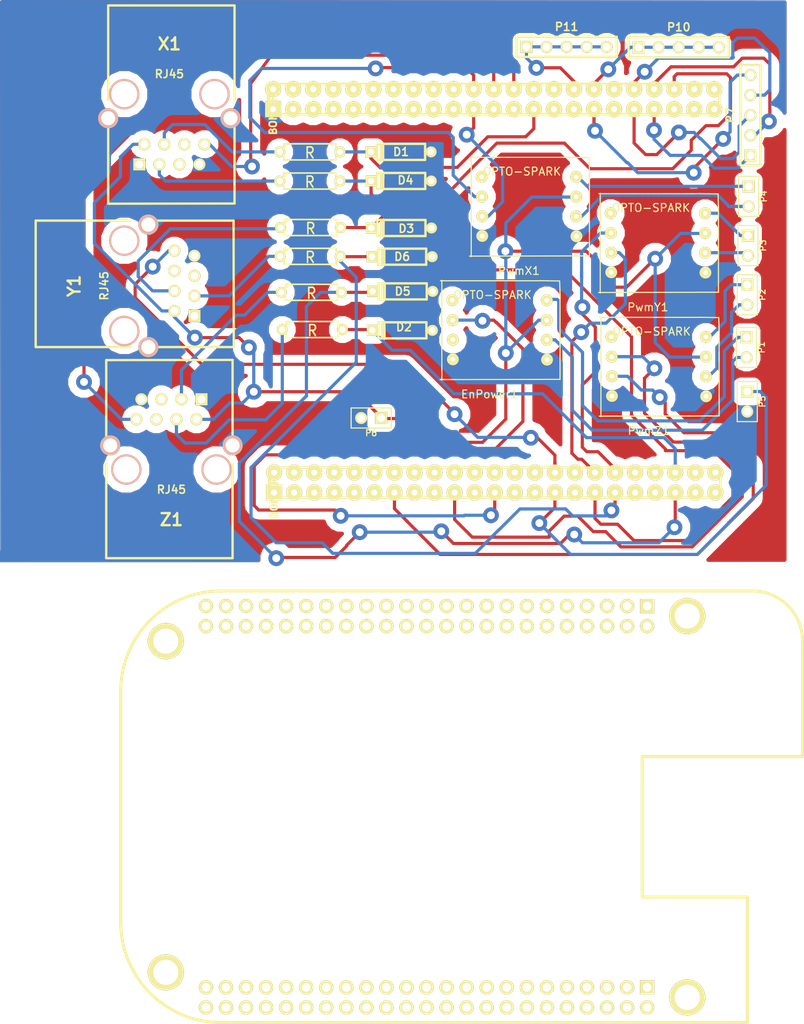
<source format=kicad_pcb>
(kicad_pcb (version 3) (host pcbnew "(2013-jul-07)-stable")

  (general
    (links 87)
    (no_connects 1)
    (area 62.18 38.89 161.800001 111.520001)
    (thickness 1.6)
    (drawings 0)
    (tracks 540)
    (zones 0)
    (modules 31)
    (nets 41)
  )

  (page A3)
  (layers
    (15 Dessus.Cu signal)
    (0 Dessous.Cu signal)
    (16 B.Adhes user)
    (17 F.Adhes user)
    (18 B.Paste user)
    (19 F.Paste user)
    (20 B.SilkS user)
    (21 F.SilkS user)
    (22 B.Mask user)
    (23 F.Mask user)
    (24 Dwgs.User user)
    (25 Cmts.User user)
    (26 Eco1.User user)
    (27 Eco2.User user)
    (28 Edge.Cuts user)
  )

  (setup
    (last_trace_width 0.4)
    (trace_clearance 0.4)
    (zone_clearance 1)
    (zone_45_only no)
    (trace_min 0.254)
    (segment_width 0.2)
    (edge_width 0.1)
    (via_size 2)
    (via_drill 1)
    (via_min_size 0.889)
    (via_min_drill 0.508)
    (uvia_size 0.508)
    (uvia_drill 0.127)
    (uvias_allowed no)
    (uvia_min_size 0.508)
    (uvia_min_drill 0.127)
    (pcb_text_width 0.3)
    (pcb_text_size 1.5 1.5)
    (mod_edge_width 0.15)
    (mod_text_size 1 1)
    (mod_text_width 0.15)
    (pad_size 1.5 1.5)
    (pad_drill 0.6)
    (pad_to_mask_clearance 0)
    (aux_axis_origin 62.23 109.97)
    (visible_elements 7FFFFFFF)
    (pcbplotparams
      (layerselection 32769)
      (usegerberextensions true)
      (excludeedgelayer true)
      (linewidth 0.150000)
      (plotframeref false)
      (viasonmask false)
      (mode 1)
      (useauxorigin true)
      (hpglpennumber 1)
      (hpglpenspeed 20)
      (hpglpendiameter 15)
      (hpglpenoverlay 2)
      (psnegative false)
      (psa4output false)
      (plotreference false)
      (plotvalue false)
      (plotothertext false)
      (plotinvisibletext false)
      (padsonsilk false)
      (subtractmaskfromsilk false)
      (outputformat 1)
      (mirror false)
      (drillshape 0)
      (scaleselection 1)
      (outputdirectory ""))
  )

  (net 0 "")
  (net 1 +5V)
  (net 2 GND)
  (net 3 N-000001)
  (net 4 N-0000010)
  (net 5 N-0000011)
  (net 6 N-0000012)
  (net 7 N-0000013)
  (net 8 N-0000016)
  (net 9 N-0000018)
  (net 10 N-000002)
  (net 11 N-0000020)
  (net 12 N-0000021)
  (net 13 N-0000022)
  (net 14 N-0000023)
  (net 15 N-0000024)
  (net 16 N-0000025)
  (net 17 N-0000026)
  (net 18 N-0000027)
  (net 19 N-0000028)
  (net 20 N-0000029)
  (net 21 N-000003)
  (net 22 N-0000030)
  (net 23 N-0000031)
  (net 24 N-0000032)
  (net 25 N-0000033)
  (net 26 N-0000034)
  (net 27 N-0000035)
  (net 28 N-0000036)
  (net 29 N-0000037)
  (net 30 N-0000038)
  (net 31 N-0000039)
  (net 32 N-000004)
  (net 33 N-0000040)
  (net 34 N-0000041)
  (net 35 N-0000042)
  (net 36 N-000005)
  (net 37 N-000006)
  (net 38 N-000007)
  (net 39 N-000008)
  (net 40 N-000009)

  (net_class Default "Ceci est la Netclass par défaut"
    (clearance 0.4)
    (trace_width 0.4)
    (via_dia 2)
    (via_drill 1)
    (uvia_dia 0.508)
    (uvia_drill 0.127)
    (add_net "")
    (add_net +5V)
    (add_net GND)
    (add_net N-000001)
    (add_net N-0000010)
    (add_net N-0000011)
    (add_net N-0000012)
    (add_net N-0000013)
    (add_net N-0000016)
    (add_net N-0000018)
    (add_net N-000002)
    (add_net N-0000020)
    (add_net N-0000021)
    (add_net N-0000022)
    (add_net N-0000023)
    (add_net N-0000024)
    (add_net N-0000025)
    (add_net N-0000026)
    (add_net N-0000027)
    (add_net N-0000028)
    (add_net N-0000029)
    (add_net N-000003)
    (add_net N-0000030)
    (add_net N-0000031)
    (add_net N-0000032)
    (add_net N-0000033)
    (add_net N-0000034)
    (add_net N-0000035)
    (add_net N-0000036)
    (add_net N-0000037)
    (add_net N-0000038)
    (add_net N-0000039)
    (add_net N-000004)
    (add_net N-0000040)
    (add_net N-0000041)
    (add_net N-0000042)
    (add_net N-000005)
    (add_net N-000006)
    (add_net N-000007)
    (add_net N-000008)
    (add_net N-000009)
  )

  (module RJ45_shield (layer Dessus.Cu) (tedit 5507FAA8) (tstamp 55086372)
    (at 79.82 59.69 180)
    (tags RJ45)
    (path /52701D42)
    (fp_text reference X1 (at -3.81 15.24 180) (layer F.SilkS)
      (effects (font (size 1.524 1.524) (thickness 0.3048)))
    )
    (fp_text value RJ45 (at -3.81 11.43 180) (layer F.SilkS)
      (effects (font (size 1.00076 1.00076) (thickness 0.2032)))
    )
    (fp_line (start 3.9497 -4.9784) (end -12.0523 -4.953) (layer F.SilkS) (width 0.3))
    (fp_line (start 3.9243 -4.953) (end 4.0259 -4.9784) (layer F.SilkS) (width 0.15))
    (fp_line (start 3.937 20.066) (end 3.937 8.128) (layer F.SilkS) (width 0.3048))
    (fp_line (start 3.937 4.953) (end 3.937 -4.953) (layer F.SilkS) (width 0.3048))
    (fp_line (start -12.065 20.066) (end -12.065 8.128) (layer F.SilkS) (width 0.3048))
    (fp_line (start -12.065 4.953) (end -12.065 -4.953) (layer F.SilkS) (width 0.3048))
    (fp_line (start -12.065 20.11172) (end 3.937 20.11172) (layer F.SilkS) (width 0.3048))
    (pad Hole thru_hole circle (at 1.905 8.89 180) (size 3.85064 3.85064) (drill 3.302)
      (layers *.Cu *.SilkS *.Mask)
    )
    (pad Hole thru_hole circle (at -9.525 8.89 180) (size 3.85064 3.85064) (drill 3.302)
      (layers *.Cu *.SilkS *.Mask)
    )
    (pad 8 thru_hole circle (at -8.255 2.54 180) (size 1.524 1.524) (drill 1.016)
      (layers *.Cu *.Mask F.SilkS)
      (net 40 N-000009)
    )
    (pad 7 thru_hole circle (at -7.62 0 180) (size 1.524 1.524) (drill 1.016)
      (layers *.Cu *.Mask F.SilkS)
      (net 2 GND)
    )
    (pad 6 thru_hole circle (at -5.715 2.54 180) (size 1.524 1.524) (drill 1.016)
      (layers *.Cu *.Mask F.SilkS)
    )
    (pad 5 thru_hole circle (at -5.08 0 180) (size 1.524 1.524) (drill 1.016)
      (layers *.Cu *.Mask F.SilkS)
    )
    (pad 4 thru_hole circle (at -3.175 2.54 180) (size 1.524 1.524) (drill 1.016)
      (layers *.Cu *.Mask F.SilkS)
      (net 21 N-000003)
    )
    (pad 3 thru_hole circle (at -2.54 0 180) (size 1.524 1.524) (drill 1.016)
      (layers *.Cu *.Mask F.SilkS)
      (net 32 N-000004)
    )
    (pad 2 thru_hole circle (at -0.635 2.54 180) (size 1.524 1.524) (drill 1.016)
      (layers *.Cu *.Mask F.SilkS)
      (net 1 +5V)
    )
    (pad 13 thru_hole circle (at 3.937 5.842 180) (size 2.54 2.54) (drill 1.778)
      (layers *.Cu *.SilkS *.Mask)
      (net 2 GND)
    )
    (pad 13 thru_hole circle (at -11.557 5.842 180) (size 2.54 2.54) (drill 1.778)
      (layers *.Cu *.SilkS *.Mask)
      (net 2 GND)
    )
    (pad 1 thru_hole rect (at 0 0 180) (size 1.524 1.524) (drill 1.016)
      (layers *.Cu *.Mask F.SilkS)
      (net 2 GND)
    )
  )

  (module RJ45_shield (layer Dessus.Cu) (tedit 5507FAA8) (tstamp 550A9E1D)
    (at 87.7 89.41)
    (tags RJ45)
    (path /52701D48)
    (fp_text reference Z1 (at -3.81 15.24) (layer F.SilkS)
      (effects (font (size 1.524 1.524) (thickness 0.3048)))
    )
    (fp_text value RJ45 (at -3.81 11.43) (layer F.SilkS)
      (effects (font (size 1.00076 1.00076) (thickness 0.2032)))
    )
    (fp_line (start 3.9497 -4.9784) (end -12.0523 -4.953) (layer F.SilkS) (width 0.3))
    (fp_line (start 3.9243 -4.953) (end 4.0259 -4.9784) (layer F.SilkS) (width 0.15))
    (fp_line (start 3.937 20.066) (end 3.937 8.128) (layer F.SilkS) (width 0.3048))
    (fp_line (start 3.937 4.953) (end 3.937 -4.953) (layer F.SilkS) (width 0.3048))
    (fp_line (start -12.065 20.066) (end -12.065 8.128) (layer F.SilkS) (width 0.3048))
    (fp_line (start -12.065 4.953) (end -12.065 -4.953) (layer F.SilkS) (width 0.3048))
    (fp_line (start -12.065 20.11172) (end 3.937 20.11172) (layer F.SilkS) (width 0.3048))
    (pad Hole thru_hole circle (at 1.905 8.89) (size 3.85064 3.85064) (drill 3.302)
      (layers *.Cu *.SilkS *.Mask)
    )
    (pad Hole thru_hole circle (at -9.525 8.89) (size 3.85064 3.85064) (drill 3.302)
      (layers *.Cu *.SilkS *.Mask)
    )
    (pad 8 thru_hole circle (at -8.255 2.54) (size 1.524 1.524) (drill 1.016)
      (layers *.Cu *.Mask F.SilkS)
      (net 31 N-0000039)
    )
    (pad 7 thru_hole circle (at -7.62 0) (size 1.524 1.524) (drill 1.016)
      (layers *.Cu *.Mask F.SilkS)
      (net 2 GND)
    )
    (pad 6 thru_hole circle (at -5.715 2.54) (size 1.524 1.524) (drill 1.016)
      (layers *.Cu *.Mask F.SilkS)
    )
    (pad 5 thru_hole circle (at -5.08 0) (size 1.524 1.524) (drill 1.016)
      (layers *.Cu *.Mask F.SilkS)
    )
    (pad 4 thru_hole circle (at -3.175 2.54) (size 1.524 1.524) (drill 1.016)
      (layers *.Cu *.Mask F.SilkS)
      (net 7 N-0000013)
    )
    (pad 3 thru_hole circle (at -2.54 0) (size 1.524 1.524) (drill 1.016)
      (layers *.Cu *.Mask F.SilkS)
      (net 6 N-0000012)
    )
    (pad 2 thru_hole circle (at -0.635 2.54) (size 1.524 1.524) (drill 1.016)
      (layers *.Cu *.Mask F.SilkS)
      (net 1 +5V)
    )
    (pad 13 thru_hole circle (at 3.937 5.842) (size 2.54 2.54) (drill 1.778)
      (layers *.Cu *.SilkS *.Mask)
      (net 2 GND)
    )
    (pad 13 thru_hole circle (at -11.557 5.842) (size 2.54 2.54) (drill 1.778)
      (layers *.Cu *.SilkS *.Mask)
      (net 2 GND)
    )
    (pad 1 thru_hole rect (at 0 0) (size 1.524 1.524) (drill 1.016)
      (layers *.Cu *.Mask F.SilkS)
      (net 2 GND)
    )
  )

  (module RJ45_shield (layer Dessus.Cu) (tedit 5507FAA8) (tstamp 550863A0)
    (at 86.81 78.87 270)
    (tags RJ45)
    (path /526FDC1F)
    (fp_text reference Y1 (at -3.81 15.24 270) (layer F.SilkS)
      (effects (font (size 1.524 1.524) (thickness 0.3048)))
    )
    (fp_text value RJ45 (at -3.81 11.43 270) (layer F.SilkS)
      (effects (font (size 1.00076 1.00076) (thickness 0.2032)))
    )
    (fp_line (start 3.9497 -4.9784) (end -12.0523 -4.953) (layer F.SilkS) (width 0.3))
    (fp_line (start 3.9243 -4.953) (end 4.0259 -4.9784) (layer F.SilkS) (width 0.15))
    (fp_line (start 3.937 20.066) (end 3.937 8.128) (layer F.SilkS) (width 0.3048))
    (fp_line (start 3.937 4.953) (end 3.937 -4.953) (layer F.SilkS) (width 0.3048))
    (fp_line (start -12.065 20.066) (end -12.065 8.128) (layer F.SilkS) (width 0.3048))
    (fp_line (start -12.065 4.953) (end -12.065 -4.953) (layer F.SilkS) (width 0.3048))
    (fp_line (start -12.065 20.11172) (end 3.937 20.11172) (layer F.SilkS) (width 0.3048))
    (pad Hole thru_hole circle (at 1.905 8.89 270) (size 3.85064 3.85064) (drill 3.302)
      (layers *.Cu *.SilkS *.Mask)
    )
    (pad Hole thru_hole circle (at -9.525 8.89 270) (size 3.85064 3.85064) (drill 3.302)
      (layers *.Cu *.SilkS *.Mask)
    )
    (pad 8 thru_hole circle (at -8.255 2.54 270) (size 1.524 1.524) (drill 1.016)
      (layers *.Cu *.Mask F.SilkS)
      (net 11 N-0000020)
    )
    (pad 7 thru_hole circle (at -7.62 0 270) (size 1.524 1.524) (drill 1.016)
      (layers *.Cu *.Mask F.SilkS)
      (net 2 GND)
    )
    (pad 6 thru_hole circle (at -5.715 2.54 270) (size 1.524 1.524) (drill 1.016)
      (layers *.Cu *.Mask F.SilkS)
    )
    (pad 5 thru_hole circle (at -5.08 0 270) (size 1.524 1.524) (drill 1.016)
      (layers *.Cu *.Mask F.SilkS)
    )
    (pad 4 thru_hole circle (at -3.175 2.54 270) (size 1.524 1.524) (drill 1.016)
      (layers *.Cu *.Mask F.SilkS)
      (net 37 N-000006)
    )
    (pad 3 thru_hole circle (at -2.54 0 270) (size 1.524 1.524) (drill 1.016)
      (layers *.Cu *.Mask F.SilkS)
      (net 10 N-000002)
    )
    (pad 2 thru_hole circle (at -0.635 2.54 270) (size 1.524 1.524) (drill 1.016)
      (layers *.Cu *.Mask F.SilkS)
      (net 1 +5V)
    )
    (pad 13 thru_hole circle (at 3.937 5.842 270) (size 2.54 2.54) (drill 1.778)
      (layers *.Cu *.SilkS *.Mask)
      (net 2 GND)
    )
    (pad 13 thru_hole circle (at -11.557 5.842 270) (size 2.54 2.54) (drill 1.778)
      (layers *.Cu *.SilkS *.Mask)
      (net 2 GND)
    )
    (pad 1 thru_hole rect (at 0 0 270) (size 1.524 1.524) (drill 1.016)
      (layers *.Cu *.Mask F.SilkS)
      (net 2 GND)
    )
  )

  (module R3 (layer Dessus.Cu) (tedit 4E4C0E65) (tstamp 55086BAA)
    (at 101.51 67.68)
    (descr "Resitance 3 pas")
    (tags R)
    (path /5507EF0B)
    (autoplace_cost180 10)
    (fp_text reference R5 (at 0 0.127) (layer F.SilkS) hide
      (effects (font (size 1.397 1.27) (thickness 0.2032)))
    )
    (fp_text value R (at 0 0.127) (layer F.SilkS)
      (effects (font (size 1.397 1.27) (thickness 0.2032)))
    )
    (fp_line (start -3.81 0) (end -3.302 0) (layer F.SilkS) (width 0.2032))
    (fp_line (start 3.81 0) (end 3.302 0) (layer F.SilkS) (width 0.2032))
    (fp_line (start 3.302 0) (end 3.302 -1.016) (layer F.SilkS) (width 0.2032))
    (fp_line (start 3.302 -1.016) (end -3.302 -1.016) (layer F.SilkS) (width 0.2032))
    (fp_line (start -3.302 -1.016) (end -3.302 1.016) (layer F.SilkS) (width 0.2032))
    (fp_line (start -3.302 1.016) (end 3.302 1.016) (layer F.SilkS) (width 0.2032))
    (fp_line (start 3.302 1.016) (end 3.302 0) (layer F.SilkS) (width 0.2032))
    (fp_line (start -3.302 -0.508) (end -2.794 -1.016) (layer F.SilkS) (width 0.2032))
    (pad 1 thru_hole circle (at -3.81 0) (size 1.397 1.397) (drill 0.8128)
      (layers *.Cu *.Mask F.SilkS)
      (net 37 N-000006)
    )
    (pad 2 thru_hole circle (at 3.81 0) (size 1.397 1.397) (drill 0.8128)
      (layers *.Cu *.Mask F.SilkS)
      (net 38 N-000007)
    )
    (model discret/resistor.wrl
      (at (xyz 0 0 0))
      (scale (xyz 0.3 0.3 0.3))
      (rotate (xyz 0 0 0))
    )
  )

  (module R3 (layer Dessus.Cu) (tedit 4E4C0E65) (tstamp 550863BC)
    (at 101.46 71.33)
    (descr "Resitance 3 pas")
    (tags R)
    (path /5507EFE3)
    (autoplace_cost180 10)
    (fp_text reference R6 (at 0 0.127) (layer F.SilkS) hide
      (effects (font (size 1.397 1.27) (thickness 0.2032)))
    )
    (fp_text value R (at 0 0.127) (layer F.SilkS)
      (effects (font (size 1.397 1.27) (thickness 0.2032)))
    )
    (fp_line (start -3.81 0) (end -3.302 0) (layer F.SilkS) (width 0.2032))
    (fp_line (start 3.81 0) (end 3.302 0) (layer F.SilkS) (width 0.2032))
    (fp_line (start 3.302 0) (end 3.302 -1.016) (layer F.SilkS) (width 0.2032))
    (fp_line (start 3.302 -1.016) (end -3.302 -1.016) (layer F.SilkS) (width 0.2032))
    (fp_line (start -3.302 -1.016) (end -3.302 1.016) (layer F.SilkS) (width 0.2032))
    (fp_line (start -3.302 1.016) (end 3.302 1.016) (layer F.SilkS) (width 0.2032))
    (fp_line (start 3.302 1.016) (end 3.302 0) (layer F.SilkS) (width 0.2032))
    (fp_line (start -3.302 -0.508) (end -2.794 -1.016) (layer F.SilkS) (width 0.2032))
    (pad 1 thru_hole circle (at -3.81 0) (size 1.397 1.397) (drill 0.8128)
      (layers *.Cu *.Mask F.SilkS)
      (net 10 N-000002)
    )
    (pad 2 thru_hole circle (at 3.81 0) (size 1.397 1.397) (drill 0.8128)
      (layers *.Cu *.Mask F.SilkS)
      (net 5 N-0000011)
    )
    (model discret/resistor.wrl
      (at (xyz 0 0 0))
      (scale (xyz 0.3 0.3 0.3))
      (rotate (xyz 0 0 0))
    )
  )

  (module R3 (layer Dessus.Cu) (tedit 4E4C0E65) (tstamp 550863CA)
    (at 101.74 80.59)
    (descr "Resitance 3 pas")
    (tags R)
    (path /5507F0BA)
    (autoplace_cost180 10)
    (fp_text reference R3 (at 0 0.127) (layer F.SilkS) hide
      (effects (font (size 1.397 1.27) (thickness 0.2032)))
    )
    (fp_text value R (at 0 0.127) (layer F.SilkS)
      (effects (font (size 1.397 1.27) (thickness 0.2032)))
    )
    (fp_line (start -3.81 0) (end -3.302 0) (layer F.SilkS) (width 0.2032))
    (fp_line (start 3.81 0) (end 3.302 0) (layer F.SilkS) (width 0.2032))
    (fp_line (start 3.302 0) (end 3.302 -1.016) (layer F.SilkS) (width 0.2032))
    (fp_line (start 3.302 -1.016) (end -3.302 -1.016) (layer F.SilkS) (width 0.2032))
    (fp_line (start -3.302 -1.016) (end -3.302 1.016) (layer F.SilkS) (width 0.2032))
    (fp_line (start -3.302 1.016) (end 3.302 1.016) (layer F.SilkS) (width 0.2032))
    (fp_line (start 3.302 1.016) (end 3.302 0) (layer F.SilkS) (width 0.2032))
    (fp_line (start -3.302 -0.508) (end -2.794 -1.016) (layer F.SilkS) (width 0.2032))
    (pad 1 thru_hole circle (at -3.81 0) (size 1.397 1.397) (drill 0.8128)
      (layers *.Cu *.Mask F.SilkS)
      (net 7 N-0000013)
    )
    (pad 2 thru_hole circle (at 3.81 0) (size 1.397 1.397) (drill 0.8128)
      (layers *.Cu *.Mask F.SilkS)
      (net 39 N-000008)
    )
    (model discret/resistor.wrl
      (at (xyz 0 0 0))
      (scale (xyz 0.3 0.3 0.3))
      (rotate (xyz 0 0 0))
    )
  )

  (module R3 (layer Dessus.Cu) (tedit 4E4C0E65) (tstamp 55086AA7)
    (at 101.62 75.88)
    (descr "Resitance 3 pas")
    (tags R)
    (path /5507F0C2)
    (autoplace_cost180 10)
    (fp_text reference R4 (at 0 0.127) (layer F.SilkS) hide
      (effects (font (size 1.397 1.27) (thickness 0.2032)))
    )
    (fp_text value R (at 0 0.127) (layer F.SilkS)
      (effects (font (size 1.397 1.27) (thickness 0.2032)))
    )
    (fp_line (start -3.81 0) (end -3.302 0) (layer F.SilkS) (width 0.2032))
    (fp_line (start 3.81 0) (end 3.302 0) (layer F.SilkS) (width 0.2032))
    (fp_line (start 3.302 0) (end 3.302 -1.016) (layer F.SilkS) (width 0.2032))
    (fp_line (start 3.302 -1.016) (end -3.302 -1.016) (layer F.SilkS) (width 0.2032))
    (fp_line (start -3.302 -1.016) (end -3.302 1.016) (layer F.SilkS) (width 0.2032))
    (fp_line (start -3.302 1.016) (end 3.302 1.016) (layer F.SilkS) (width 0.2032))
    (fp_line (start 3.302 1.016) (end 3.302 0) (layer F.SilkS) (width 0.2032))
    (fp_line (start -3.302 -0.508) (end -2.794 -1.016) (layer F.SilkS) (width 0.2032))
    (pad 1 thru_hole circle (at -3.81 0) (size 1.397 1.397) (drill 0.8128)
      (layers *.Cu *.Mask F.SilkS)
      (net 6 N-0000012)
    )
    (pad 2 thru_hole circle (at 3.81 0) (size 1.397 1.397) (drill 0.8128)
      (layers *.Cu *.Mask F.SilkS)
      (net 3 N-000001)
    )
    (model discret/resistor.wrl
      (at (xyz 0 0 0))
      (scale (xyz 0.3 0.3 0.3))
      (rotate (xyz 0 0 0))
    )
  )

  (module R3 (layer Dessus.Cu) (tedit 4E4C0E65) (tstamp 550863E6)
    (at 101.42 61.8)
    (descr "Resitance 3 pas")
    (tags R)
    (path /5507F0EC)
    (autoplace_cost180 10)
    (fp_text reference R2 (at 0 0.127) (layer F.SilkS) hide
      (effects (font (size 1.397 1.27) (thickness 0.2032)))
    )
    (fp_text value R (at 0 0.127) (layer F.SilkS)
      (effects (font (size 1.397 1.27) (thickness 0.2032)))
    )
    (fp_line (start -3.81 0) (end -3.302 0) (layer F.SilkS) (width 0.2032))
    (fp_line (start 3.81 0) (end 3.302 0) (layer F.SilkS) (width 0.2032))
    (fp_line (start 3.302 0) (end 3.302 -1.016) (layer F.SilkS) (width 0.2032))
    (fp_line (start 3.302 -1.016) (end -3.302 -1.016) (layer F.SilkS) (width 0.2032))
    (fp_line (start -3.302 -1.016) (end -3.302 1.016) (layer F.SilkS) (width 0.2032))
    (fp_line (start -3.302 1.016) (end 3.302 1.016) (layer F.SilkS) (width 0.2032))
    (fp_line (start 3.302 1.016) (end 3.302 0) (layer F.SilkS) (width 0.2032))
    (fp_line (start -3.302 -0.508) (end -2.794 -1.016) (layer F.SilkS) (width 0.2032))
    (pad 1 thru_hole circle (at -3.81 0) (size 1.397 1.397) (drill 0.8128)
      (layers *.Cu *.Mask F.SilkS)
      (net 32 N-000004)
    )
    (pad 2 thru_hole circle (at 3.81 0) (size 1.397 1.397) (drill 0.8128)
      (layers *.Cu *.Mask F.SilkS)
      (net 36 N-000005)
    )
    (model discret/resistor.wrl
      (at (xyz 0 0 0))
      (scale (xyz 0.3 0.3 0.3))
      (rotate (xyz 0 0 0))
    )
  )

  (module R3 (layer Dessus.Cu) (tedit 4E4C0E65) (tstamp 550863F4)
    (at 101.42 58.11)
    (descr "Resitance 3 pas")
    (tags R)
    (path /5507F0E4)
    (autoplace_cost180 10)
    (fp_text reference R1 (at 0 0.127) (layer F.SilkS) hide
      (effects (font (size 1.397 1.27) (thickness 0.2032)))
    )
    (fp_text value R (at 0 0.127) (layer F.SilkS)
      (effects (font (size 1.397 1.27) (thickness 0.2032)))
    )
    (fp_line (start -3.81 0) (end -3.302 0) (layer F.SilkS) (width 0.2032))
    (fp_line (start 3.81 0) (end 3.302 0) (layer F.SilkS) (width 0.2032))
    (fp_line (start 3.302 0) (end 3.302 -1.016) (layer F.SilkS) (width 0.2032))
    (fp_line (start 3.302 -1.016) (end -3.302 -1.016) (layer F.SilkS) (width 0.2032))
    (fp_line (start -3.302 -1.016) (end -3.302 1.016) (layer F.SilkS) (width 0.2032))
    (fp_line (start -3.302 1.016) (end 3.302 1.016) (layer F.SilkS) (width 0.2032))
    (fp_line (start 3.302 1.016) (end 3.302 0) (layer F.SilkS) (width 0.2032))
    (fp_line (start -3.302 -0.508) (end -2.794 -1.016) (layer F.SilkS) (width 0.2032))
    (pad 1 thru_hole circle (at -3.81 0) (size 1.397 1.397) (drill 0.8128)
      (layers *.Cu *.Mask F.SilkS)
      (net 21 N-000003)
    )
    (pad 2 thru_hole circle (at 3.81 0) (size 1.397 1.397) (drill 0.8128)
      (layers *.Cu *.Mask F.SilkS)
      (net 4 N-0000010)
    )
    (model discret/resistor.wrl
      (at (xyz 0 0 0))
      (scale (xyz 0.3 0.3 0.3))
      (rotate (xyz 0 0 0))
    )
  )

  (module D3 (layer Dessus.Cu) (tedit 55082FD6) (tstamp 55086444)
    (at 112.99 61.79 180)
    (descr "Diode 3 pas")
    (tags "DIODE DEV")
    (path /5507F0DE)
    (fp_text reference D4 (at -0.54 0.09 180) (layer F.SilkS)
      (effects (font (size 1.016 1.016) (thickness 0.2032)))
    )
    (fp_text value ZENER (at 0 0 180) (layer F.SilkS) hide
      (effects (font (size 1.016 1.016) (thickness 0.2032)))
    )
    (fp_line (start 3.81 0) (end 3.048 0) (layer F.SilkS) (width 0.3048))
    (fp_line (start 3.048 0) (end 3.048 -1.016) (layer F.SilkS) (width 0.3048))
    (fp_line (start 3.048 -1.016) (end -3.048 -1.016) (layer F.SilkS) (width 0.3048))
    (fp_line (start -3.048 -1.016) (end -3.048 0) (layer F.SilkS) (width 0.3048))
    (fp_line (start -3.048 0) (end -3.81 0) (layer F.SilkS) (width 0.3048))
    (fp_line (start -3.048 0) (end -3.048 1.016) (layer F.SilkS) (width 0.3048))
    (fp_line (start -3.048 1.016) (end 3.048 1.016) (layer F.SilkS) (width 0.3048))
    (fp_line (start 3.048 1.016) (end 3.048 0) (layer F.SilkS) (width 0.3048))
    (fp_line (start 2.54 -1.016) (end 2.54 1.016) (layer F.SilkS) (width 0.3048))
    (fp_line (start 2.286 1.016) (end 2.286 -1.016) (layer F.SilkS) (width 0.3048))
    (pad 2 thru_hole rect (at 3.81 0 180) (size 1.397 1.397) (drill 0.8128)
      (layers *.Cu *.Mask F.SilkS)
      (net 36 N-000005)
    )
    (pad 1 thru_hole circle (at -3.81 0 180) (size 1.397 1.397) (drill 0.8128)
      (layers *.Cu *.Mask F.SilkS)
      (net 2 GND)
    )
    (model discret/diode.wrl
      (at (xyz 0 0 0))
      (scale (xyz 0.3 0.3 0.3))
      (rotate (xyz 0 0 0))
    )
  )

  (module D3 (layer Dessus.Cu) (tedit 200000) (tstamp 55086454)
    (at 112.97 58.11 180)
    (descr "Diode 3 pas")
    (tags "DIODE DEV")
    (path /5507F0F9)
    (fp_text reference D1 (at 0 0 180) (layer F.SilkS)
      (effects (font (size 1.016 1.016) (thickness 0.2032)))
    )
    (fp_text value ZENER (at 0 0 180) (layer F.SilkS) hide
      (effects (font (size 1.016 1.016) (thickness 0.2032)))
    )
    (fp_line (start 3.81 0) (end 3.048 0) (layer F.SilkS) (width 0.3048))
    (fp_line (start 3.048 0) (end 3.048 -1.016) (layer F.SilkS) (width 0.3048))
    (fp_line (start 3.048 -1.016) (end -3.048 -1.016) (layer F.SilkS) (width 0.3048))
    (fp_line (start -3.048 -1.016) (end -3.048 0) (layer F.SilkS) (width 0.3048))
    (fp_line (start -3.048 0) (end -3.81 0) (layer F.SilkS) (width 0.3048))
    (fp_line (start -3.048 0) (end -3.048 1.016) (layer F.SilkS) (width 0.3048))
    (fp_line (start -3.048 1.016) (end 3.048 1.016) (layer F.SilkS) (width 0.3048))
    (fp_line (start 3.048 1.016) (end 3.048 0) (layer F.SilkS) (width 0.3048))
    (fp_line (start 2.54 -1.016) (end 2.54 1.016) (layer F.SilkS) (width 0.3048))
    (fp_line (start 2.286 1.016) (end 2.286 -1.016) (layer F.SilkS) (width 0.3048))
    (pad 2 thru_hole rect (at 3.81 0 180) (size 1.397 1.397) (drill 0.8128)
      (layers *.Cu *.Mask F.SilkS)
      (net 4 N-0000010)
    )
    (pad 1 thru_hole circle (at -3.81 0 180) (size 1.397 1.397) (drill 0.8128)
      (layers *.Cu *.Mask F.SilkS)
      (net 2 GND)
    )
    (model discret/diode.wrl
      (at (xyz 0 0 0))
      (scale (xyz 0.3 0.3 0.3))
      (rotate (xyz 0 0 0))
    )
  )

  (module D3 (layer Dessus.Cu) (tedit 55082A41) (tstamp 55086464)
    (at 113.14 80.69 180)
    (descr "Diode 3 pas")
    (tags "DIODE DEV")
    (path /5507F0CF)
    (fp_text reference D2 (at -0.2 0.41 180) (layer F.SilkS)
      (effects (font (size 1.016 1.016) (thickness 0.2032)))
    )
    (fp_text value ZENER (at 0 0 180) (layer F.SilkS) hide
      (effects (font (size 1.016 1.016) (thickness 0.2032)))
    )
    (fp_line (start 3.81 0) (end 3.048 0) (layer F.SilkS) (width 0.3048))
    (fp_line (start 3.048 0) (end 3.048 -1.016) (layer F.SilkS) (width 0.3048))
    (fp_line (start 3.048 -1.016) (end -3.048 -1.016) (layer F.SilkS) (width 0.3048))
    (fp_line (start -3.048 -1.016) (end -3.048 0) (layer F.SilkS) (width 0.3048))
    (fp_line (start -3.048 0) (end -3.81 0) (layer F.SilkS) (width 0.3048))
    (fp_line (start -3.048 0) (end -3.048 1.016) (layer F.SilkS) (width 0.3048))
    (fp_line (start -3.048 1.016) (end 3.048 1.016) (layer F.SilkS) (width 0.3048))
    (fp_line (start 3.048 1.016) (end 3.048 0) (layer F.SilkS) (width 0.3048))
    (fp_line (start 2.54 -1.016) (end 2.54 1.016) (layer F.SilkS) (width 0.3048))
    (fp_line (start 2.286 1.016) (end 2.286 -1.016) (layer F.SilkS) (width 0.3048))
    (pad 2 thru_hole rect (at 3.81 0 180) (size 1.397 1.397) (drill 0.8128)
      (layers *.Cu *.Mask F.SilkS)
      (net 39 N-000008)
    )
    (pad 1 thru_hole circle (at -3.81 0 180) (size 1.397 1.397) (drill 0.8128)
      (layers *.Cu *.Mask F.SilkS)
      (net 2 GND)
    )
    (model discret/diode.wrl
      (at (xyz 0 0 0))
      (scale (xyz 0.3 0.3 0.3))
      (rotate (xyz 0 0 0))
    )
  )

  (module D3 (layer Dessus.Cu) (tedit 200000) (tstamp 55086A7A)
    (at 113.18 75.76 180)
    (descr "Diode 3 pas")
    (tags "DIODE DEV")
    (path /5507F0B4)
    (fp_text reference D5 (at 0 0 180) (layer F.SilkS)
      (effects (font (size 1.016 1.016) (thickness 0.2032)))
    )
    (fp_text value ZENER (at 0 0 180) (layer F.SilkS) hide
      (effects (font (size 1.016 1.016) (thickness 0.2032)))
    )
    (fp_line (start 3.81 0) (end 3.048 0) (layer F.SilkS) (width 0.3048))
    (fp_line (start 3.048 0) (end 3.048 -1.016) (layer F.SilkS) (width 0.3048))
    (fp_line (start 3.048 -1.016) (end -3.048 -1.016) (layer F.SilkS) (width 0.3048))
    (fp_line (start -3.048 -1.016) (end -3.048 0) (layer F.SilkS) (width 0.3048))
    (fp_line (start -3.048 0) (end -3.81 0) (layer F.SilkS) (width 0.3048))
    (fp_line (start -3.048 0) (end -3.048 1.016) (layer F.SilkS) (width 0.3048))
    (fp_line (start -3.048 1.016) (end 3.048 1.016) (layer F.SilkS) (width 0.3048))
    (fp_line (start 3.048 1.016) (end 3.048 0) (layer F.SilkS) (width 0.3048))
    (fp_line (start 2.54 -1.016) (end 2.54 1.016) (layer F.SilkS) (width 0.3048))
    (fp_line (start 2.286 1.016) (end 2.286 -1.016) (layer F.SilkS) (width 0.3048))
    (pad 2 thru_hole rect (at 3.81 0 180) (size 1.397 1.397) (drill 0.8128)
      (layers *.Cu *.Mask F.SilkS)
      (net 3 N-000001)
    )
    (pad 1 thru_hole circle (at -3.81 0 180) (size 1.397 1.397) (drill 0.8128)
      (layers *.Cu *.Mask F.SilkS)
      (net 2 GND)
    )
    (model discret/diode.wrl
      (at (xyz 0 0 0))
      (scale (xyz 0.3 0.3 0.3))
      (rotate (xyz 0 0 0))
    )
  )

  (module D3 (layer Dessus.Cu) (tedit 55082C17) (tstamp 55086484)
    (at 113.02 67.74 180)
    (descr "Diode 3 pas")
    (tags "DIODE DEV")
    (path /5507EFF0)
    (fp_text reference D3 (at -0.62 -0.08 180) (layer F.SilkS)
      (effects (font (size 1.016 1.016) (thickness 0.2032)))
    )
    (fp_text value ZENER (at 0 0 180) (layer F.SilkS) hide
      (effects (font (size 1.016 1.016) (thickness 0.2032)))
    )
    (fp_line (start 3.81 0) (end 3.048 0) (layer F.SilkS) (width 0.3048))
    (fp_line (start 3.048 0) (end 3.048 -1.016) (layer F.SilkS) (width 0.3048))
    (fp_line (start 3.048 -1.016) (end -3.048 -1.016) (layer F.SilkS) (width 0.3048))
    (fp_line (start -3.048 -1.016) (end -3.048 0) (layer F.SilkS) (width 0.3048))
    (fp_line (start -3.048 0) (end -3.81 0) (layer F.SilkS) (width 0.3048))
    (fp_line (start -3.048 0) (end -3.048 1.016) (layer F.SilkS) (width 0.3048))
    (fp_line (start -3.048 1.016) (end 3.048 1.016) (layer F.SilkS) (width 0.3048))
    (fp_line (start 3.048 1.016) (end 3.048 0) (layer F.SilkS) (width 0.3048))
    (fp_line (start 2.54 -1.016) (end 2.54 1.016) (layer F.SilkS) (width 0.3048))
    (fp_line (start 2.286 1.016) (end 2.286 -1.016) (layer F.SilkS) (width 0.3048))
    (pad 2 thru_hole rect (at 3.81 0 180) (size 1.397 1.397) (drill 0.8128)
      (layers *.Cu *.Mask F.SilkS)
      (net 38 N-000007)
    )
    (pad 1 thru_hole circle (at -3.81 0 180) (size 1.397 1.397) (drill 0.8128)
      (layers *.Cu *.Mask F.SilkS)
      (net 2 GND)
    )
    (model discret/diode.wrl
      (at (xyz 0 0 0))
      (scale (xyz 0.3 0.3 0.3))
      (rotate (xyz 0 0 0))
    )
  )

  (module D3 (layer Dessus.Cu) (tedit 200000) (tstamp 55086494)
    (at 113.11 71.37 180)
    (descr "Diode 3 pas")
    (tags "DIODE DEV")
    (path /5507EEFC)
    (fp_text reference D6 (at 0 0 180) (layer F.SilkS)
      (effects (font (size 1.016 1.016) (thickness 0.2032)))
    )
    (fp_text value ZENER (at 0 0 180) (layer F.SilkS) hide
      (effects (font (size 1.016 1.016) (thickness 0.2032)))
    )
    (fp_line (start 3.81 0) (end 3.048 0) (layer F.SilkS) (width 0.3048))
    (fp_line (start 3.048 0) (end 3.048 -1.016) (layer F.SilkS) (width 0.3048))
    (fp_line (start 3.048 -1.016) (end -3.048 -1.016) (layer F.SilkS) (width 0.3048))
    (fp_line (start -3.048 -1.016) (end -3.048 0) (layer F.SilkS) (width 0.3048))
    (fp_line (start -3.048 0) (end -3.81 0) (layer F.SilkS) (width 0.3048))
    (fp_line (start -3.048 0) (end -3.048 1.016) (layer F.SilkS) (width 0.3048))
    (fp_line (start -3.048 1.016) (end 3.048 1.016) (layer F.SilkS) (width 0.3048))
    (fp_line (start 3.048 1.016) (end 3.048 0) (layer F.SilkS) (width 0.3048))
    (fp_line (start 2.54 -1.016) (end 2.54 1.016) (layer F.SilkS) (width 0.3048))
    (fp_line (start 2.286 1.016) (end 2.286 -1.016) (layer F.SilkS) (width 0.3048))
    (pad 2 thru_hole rect (at 3.81 0 180) (size 1.397 1.397) (drill 0.8128)
      (layers *.Cu *.Mask F.SilkS)
      (net 5 N-0000011)
    )
    (pad 1 thru_hole circle (at -3.81 0 180) (size 1.397 1.397) (drill 0.8128)
      (layers *.Cu *.Mask F.SilkS)
      (net 2 GND)
    )
    (model discret/diode.wrl
      (at (xyz 0 0 0))
      (scale (xyz 0.3 0.3 0.3))
      (rotate (xyz 0 0 0))
    )
  )

  (module BoneHdr (layer Dessus.Cu) (tedit 200000) (tstamp 55086501)
    (at 96.77 52.71)
    (descr BoneHdr2x23)
    (path /55015D3B)
    (fp_text reference P9 (at 0 -0.254 270) (layer F.SilkS)
      (effects (font (size 0.889 0.889) (thickness 0.3048)))
    )
    (fp_text value BONE_P8 (at 0 0.254 270) (layer F.SilkS)
      (effects (font (size 0.889 0.889) (thickness 0.3048)))
    )
    (fp_line (start -0.635 0.635) (end 56.515 0.635) (layer F.SilkS) (width 0.3048))
    (fp_line (start 56.515 0.635) (end 56.515 -3.175) (layer F.SilkS) (width 0.3048))
    (fp_line (start 56.515 -3.175) (end -0.635 -3.175) (layer F.SilkS) (width 0.3048))
    (fp_line (start -0.635 -3.175) (end -0.635 0.635) (layer F.SilkS) (width 0.3048))
    (pad 1 thru_hole rect (at 0 0) (size 2.032 2.032) (drill 0.762)
      (layers *.Cu *.Mask F.SilkS)
      (net 2 GND)
    )
    (pad 2 thru_hole circle (at 0 -2.54 180) (size 2.032 2.032) (drill 0.762)
      (layers *.Cu *.Mask F.SilkS)
    )
    (pad 3 thru_hole circle (at 2.54 0) (size 2.032 2.032) (drill 0.762)
      (layers *.Cu *.Mask F.SilkS)
    )
    (pad 4 thru_hole circle (at 2.54 -2.54 180) (size 2.032 2.032) (drill 0.762)
      (layers *.Cu *.Mask F.SilkS)
    )
    (pad 5 thru_hole circle (at 5.08 0) (size 2.032 2.032) (drill 0.762)
      (layers *.Cu *.Mask F.SilkS)
    )
    (pad 6 thru_hole circle (at 5.08 -2.54 180) (size 2.032 2.032) (drill 0.762)
      (layers *.Cu *.Mask F.SilkS)
    )
    (pad 7 thru_hole circle (at 7.62 0) (size 2.032 2.032) (drill 0.762)
      (layers *.Cu *.Mask F.SilkS)
    )
    (pad 8 thru_hole circle (at 7.62 -2.54 180) (size 2.032 2.032) (drill 0.762)
      (layers *.Cu *.Mask F.SilkS)
    )
    (pad 9 thru_hole circle (at 10.16 0) (size 2.032 2.032) (drill 0.762)
      (layers *.Cu *.Mask F.SilkS)
    )
    (pad 10 thru_hole circle (at 10.16 -2.54 180) (size 2.032 2.032) (drill 0.762)
      (layers *.Cu *.Mask F.SilkS)
    )
    (pad 11 thru_hole circle (at 12.7 0) (size 2.032 2.032) (drill 0.762)
      (layers *.Cu *.Mask F.SilkS)
    )
    (pad 12 thru_hole circle (at 12.7 -2.54 180) (size 2.032 2.032) (drill 0.762)
      (layers *.Cu *.Mask F.SilkS)
    )
    (pad 13 thru_hole circle (at 15.24 0) (size 2.032 2.032) (drill 0.762)
      (layers *.Cu *.Mask F.SilkS)
    )
    (pad 14 thru_hole circle (at 15.24 -2.54 180) (size 2.032 2.032) (drill 0.762)
      (layers *.Cu *.Mask F.SilkS)
    )
    (pad 15 thru_hole circle (at 17.78 0) (size 2.032 2.032) (drill 0.762)
      (layers *.Cu *.Mask F.SilkS)
    )
    (pad 16 thru_hole circle (at 17.78 -2.54 180) (size 2.032 2.032) (drill 0.762)
      (layers *.Cu *.Mask F.SilkS)
    )
    (pad 17 thru_hole circle (at 20.32 0) (size 2.032 2.032) (drill 0.762)
      (layers *.Cu *.Mask F.SilkS)
    )
    (pad 18 thru_hole circle (at 20.32 -2.54 180) (size 2.032 2.032) (drill 0.762)
      (layers *.Cu *.Mask F.SilkS)
    )
    (pad 19 thru_hole circle (at 22.86 0) (size 2.032 2.032) (drill 0.762)
      (layers *.Cu *.Mask F.SilkS)
    )
    (pad 20 thru_hole circle (at 22.86 -2.54 180) (size 2.032 2.032) (drill 0.762)
      (layers *.Cu *.Mask F.SilkS)
    )
    (pad 21 thru_hole circle (at 25.4 0) (size 2.032 2.032) (drill 0.762)
      (layers *.Cu *.Mask F.SilkS)
      (net 9 N-0000018)
    )
    (pad 22 thru_hole circle (at 25.4 -2.54 180) (size 2.032 2.032) (drill 0.762)
      (layers *.Cu *.Mask F.SilkS)
      (net 30 N-0000038)
    )
    (pad 23 thru_hole circle (at 27.94 0) (size 2.032 2.032) (drill 0.762)
      (layers *.Cu *.Mask F.SilkS)
    )
    (pad 24 thru_hole circle (at 27.94 -2.54 180) (size 2.032 2.032) (drill 0.762)
      (layers *.Cu *.Mask F.SilkS)
      (net 40 N-000009)
    )
    (pad 25 thru_hole circle (at 30.48 0) (size 2.032 2.032) (drill 0.762)
      (layers *.Cu *.Mask F.SilkS)
    )
    (pad 26 thru_hole circle (at 30.48 -2.54 180) (size 2.032 2.032) (drill 0.762)
      (layers *.Cu *.Mask F.SilkS)
      (net 31 N-0000039)
    )
    (pad 27 thru_hole circle (at 33.02 0) (size 2.032 2.032) (drill 0.762)
      (layers *.Cu *.Mask F.SilkS)
      (net 4 N-0000010)
    )
    (pad 28 thru_hole circle (at 33.02 -2.54 180) (size 2.032 2.032) (drill 0.762)
      (layers *.Cu *.Mask F.SilkS)
    )
    (pad 29 thru_hole circle (at 35.56 0) (size 2.032 2.032) (drill 0.762)
      (layers *.Cu *.Mask F.SilkS)
    )
    (pad 30 thru_hole circle (at 35.56 -2.54 180) (size 2.032 2.032) (drill 0.762)
      (layers *.Cu *.Mask F.SilkS)
    )
    (pad 31 thru_hole circle (at 38.1 0) (size 2.032 2.032) (drill 0.762)
      (layers *.Cu *.Mask F.SilkS)
    )
    (pad 32 thru_hole circle (at 38.1 -2.54 180) (size 2.032 2.032) (drill 0.762)
      (layers *.Cu *.Mask F.SilkS)
      (net 26 N-0000034)
    )
    (pad 33 thru_hole circle (at 40.64 0) (size 2.032 2.032) (drill 0.762)
      (layers *.Cu *.Mask F.SilkS)
      (net 22 N-0000030)
    )
    (pad 34 thru_hole circle (at 40.64 -2.54 180) (size 2.032 2.032) (drill 0.762)
      (layers *.Cu *.Mask F.SilkS)
      (net 20 N-0000029)
    )
    (pad 35 thru_hole circle (at 43.18 0) (size 2.032 2.032) (drill 0.762)
      (layers *.Cu *.Mask F.SilkS)
    )
    (pad 36 thru_hole circle (at 43.18 -2.54 180) (size 2.032 2.032) (drill 0.762)
      (layers *.Cu *.Mask F.SilkS)
    )
    (pad 37 thru_hole circle (at 45.72 0) (size 2.032 2.032) (drill 0.762)
      (layers *.Cu *.Mask F.SilkS)
      (net 24 N-0000032)
    )
    (pad 38 thru_hole circle (at 45.72 -2.54 180) (size 2.032 2.032) (drill 0.762)
      (layers *.Cu *.Mask F.SilkS)
      (net 23 N-0000031)
    )
    (pad 39 thru_hole circle (at 48.26 0) (size 2.032 2.032) (drill 0.762)
      (layers *.Cu *.Mask F.SilkS)
      (net 25 N-0000033)
    )
    (pad 40 thru_hole circle (at 48.26 -2.54 180) (size 2.032 2.032) (drill 0.762)
      (layers *.Cu *.Mask F.SilkS)
      (net 28 N-0000036)
    )
    (pad 41 thru_hole circle (at 50.8 0) (size 2.032 2.032) (drill 0.762)
      (layers *.Cu *.Mask F.SilkS)
    )
    (pad 42 thru_hole circle (at 50.8 -2.54 180) (size 2.032 2.032) (drill 0.762)
      (layers *.Cu *.Mask F.SilkS)
      (net 36 N-000005)
    )
    (pad 43 thru_hole circle (at 53.34 0) (size 2.032 2.032) (drill 0.762)
      (layers *.Cu *.Mask F.SilkS)
    )
    (pad 44 thru_hole circle (at 53.34 -2.54 180) (size 2.032 2.032) (drill 0.762)
      (layers *.Cu *.Mask F.SilkS)
    )
    (pad 45 thru_hole circle (at 55.88 0) (size 2.032 2.032) (drill 0.762)
      (layers *.Cu *.Mask F.SilkS)
    )
    (pad 46 thru_hole circle (at 55.88 -2.54 180) (size 2.032 2.032) (drill 0.762)
      (layers *.Cu *.Mask F.SilkS)
    )
  )

  (module BoneHdr (layer Dessus.Cu) (tedit 200000) (tstamp 550868D9)
    (at 96.9 101.22)
    (descr BoneHdr2x23)
    (path /55015D2C)
    (fp_text reference P8 (at 0 -0.254 270) (layer F.SilkS)
      (effects (font (size 0.889 0.889) (thickness 0.3048)))
    )
    (fp_text value BONE_P8 (at 0 0.254 270) (layer F.SilkS)
      (effects (font (size 0.889 0.889) (thickness 0.3048)))
    )
    (fp_line (start -0.635 0.635) (end 56.515 0.635) (layer F.SilkS) (width 0.3048))
    (fp_line (start 56.515 0.635) (end 56.515 -3.175) (layer F.SilkS) (width 0.3048))
    (fp_line (start 56.515 -3.175) (end -0.635 -3.175) (layer F.SilkS) (width 0.3048))
    (fp_line (start -0.635 -3.175) (end -0.635 0.635) (layer F.SilkS) (width 0.3048))
    (pad 1 thru_hole rect (at 0 0) (size 2.032 2.032) (drill 0.762)
      (layers *.Cu *.Mask F.SilkS)
    )
    (pad 2 thru_hole circle (at 0 -2.54 180) (size 2.032 2.032) (drill 0.762)
      (layers *.Cu *.Mask F.SilkS)
    )
    (pad 3 thru_hole circle (at 2.54 0) (size 2.032 2.032) (drill 0.762)
      (layers *.Cu *.Mask F.SilkS)
    )
    (pad 4 thru_hole circle (at 2.54 -2.54 180) (size 2.032 2.032) (drill 0.762)
      (layers *.Cu *.Mask F.SilkS)
    )
    (pad 5 thru_hole circle (at 5.08 0) (size 2.032 2.032) (drill 0.762)
      (layers *.Cu *.Mask F.SilkS)
    )
    (pad 6 thru_hole circle (at 5.08 -2.54 180) (size 2.032 2.032) (drill 0.762)
      (layers *.Cu *.Mask F.SilkS)
    )
    (pad 7 thru_hole circle (at 7.62 0) (size 2.032 2.032) (drill 0.762)
      (layers *.Cu *.Mask F.SilkS)
    )
    (pad 8 thru_hole circle (at 7.62 -2.54 180) (size 2.032 2.032) (drill 0.762)
      (layers *.Cu *.Mask F.SilkS)
    )
    (pad 9 thru_hole circle (at 10.16 0) (size 2.032 2.032) (drill 0.762)
      (layers *.Cu *.Mask F.SilkS)
    )
    (pad 10 thru_hole circle (at 10.16 -2.54 180) (size 2.032 2.032) (drill 0.762)
      (layers *.Cu *.Mask F.SilkS)
    )
    (pad 11 thru_hole circle (at 12.7 0) (size 2.032 2.032) (drill 0.762)
      (layers *.Cu *.Mask F.SilkS)
    )
    (pad 12 thru_hole circle (at 12.7 -2.54 180) (size 2.032 2.032) (drill 0.762)
      (layers *.Cu *.Mask F.SilkS)
    )
    (pad 13 thru_hole circle (at 15.24 0) (size 2.032 2.032) (drill 0.762)
      (layers *.Cu *.Mask F.SilkS)
      (net 34 N-0000041)
    )
    (pad 14 thru_hole circle (at 15.24 -2.54 180) (size 2.032 2.032) (drill 0.762)
      (layers *.Cu *.Mask F.SilkS)
    )
    (pad 15 thru_hole circle (at 17.78 0) (size 2.032 2.032) (drill 0.762)
      (layers *.Cu *.Mask F.SilkS)
    )
    (pad 16 thru_hole circle (at 17.78 -2.54 180) (size 2.032 2.032) (drill 0.762)
      (layers *.Cu *.Mask F.SilkS)
    )
    (pad 17 thru_hole circle (at 20.32 0) (size 2.032 2.032) (drill 0.762)
      (layers *.Cu *.Mask F.SilkS)
    )
    (pad 18 thru_hole circle (at 20.32 -2.54 180) (size 2.032 2.032) (drill 0.762)
      (layers *.Cu *.Mask F.SilkS)
    )
    (pad 19 thru_hole circle (at 22.86 0) (size 2.032 2.032) (drill 0.762)
      (layers *.Cu *.Mask F.SilkS)
      (net 35 N-0000042)
    )
    (pad 20 thru_hole circle (at 22.86 -2.54 180) (size 2.032 2.032) (drill 0.762)
      (layers *.Cu *.Mask F.SilkS)
    )
    (pad 21 thru_hole circle (at 25.4 0) (size 2.032 2.032) (drill 0.762)
      (layers *.Cu *.Mask F.SilkS)
    )
    (pad 22 thru_hole circle (at 25.4 -2.54 180) (size 2.032 2.032) (drill 0.762)
      (layers *.Cu *.Mask F.SilkS)
    )
    (pad 23 thru_hole circle (at 27.94 0) (size 2.032 2.032) (drill 0.762)
      (layers *.Cu *.Mask F.SilkS)
      (net 33 N-0000040)
    )
    (pad 24 thru_hole circle (at 27.94 -2.54 180) (size 2.032 2.032) (drill 0.762)
      (layers *.Cu *.Mask F.SilkS)
    )
    (pad 25 thru_hole circle (at 30.48 0) (size 2.032 2.032) (drill 0.762)
      (layers *.Cu *.Mask F.SilkS)
    )
    (pad 26 thru_hole circle (at 30.48 -2.54 180) (size 2.032 2.032) (drill 0.762)
      (layers *.Cu *.Mask F.SilkS)
    )
    (pad 27 thru_hole circle (at 33.02 0) (size 2.032 2.032) (drill 0.762)
      (layers *.Cu *.Mask F.SilkS)
    )
    (pad 28 thru_hole circle (at 33.02 -2.54 180) (size 2.032 2.032) (drill 0.762)
      (layers *.Cu *.Mask F.SilkS)
    )
    (pad 29 thru_hole circle (at 35.56 0) (size 2.032 2.032) (drill 0.762)
      (layers *.Cu *.Mask F.SilkS)
      (net 27 N-0000035)
    )
    (pad 30 thru_hole circle (at 35.56 -2.54 180) (size 2.032 2.032) (drill 0.762)
      (layers *.Cu *.Mask F.SilkS)
      (net 11 N-0000020)
    )
    (pad 31 thru_hole circle (at 38.1 0) (size 2.032 2.032) (drill 0.762)
      (layers *.Cu *.Mask F.SilkS)
    )
    (pad 32 thru_hole circle (at 38.1 -2.54 180) (size 2.032 2.032) (drill 0.762)
      (layers *.Cu *.Mask F.SilkS)
    )
    (pad 33 thru_hole circle (at 40.64 0) (size 2.032 2.032) (drill 0.762)
      (layers *.Cu *.Mask F.SilkS)
      (net 38 N-000007)
    )
    (pad 34 thru_hole circle (at 40.64 -2.54 180) (size 2.032 2.032) (drill 0.762)
      (layers *.Cu *.Mask F.SilkS)
      (net 8 N-0000016)
    )
    (pad 35 thru_hole circle (at 43.18 0) (size 2.032 2.032) (drill 0.762)
      (layers *.Cu *.Mask F.SilkS)
      (net 5 N-0000011)
    )
    (pad 36 thru_hole circle (at 43.18 -2.54 180) (size 2.032 2.032) (drill 0.762)
      (layers *.Cu *.Mask F.SilkS)
      (net 29 N-0000037)
    )
    (pad 37 thru_hole circle (at 45.72 0) (size 2.032 2.032) (drill 0.762)
      (layers *.Cu *.Mask F.SilkS)
    )
    (pad 38 thru_hole circle (at 45.72 -2.54 180) (size 2.032 2.032) (drill 0.762)
      (layers *.Cu *.Mask F.SilkS)
    )
    (pad 39 thru_hole circle (at 48.26 0) (size 2.032 2.032) (drill 0.762)
      (layers *.Cu *.Mask F.SilkS)
    )
    (pad 40 thru_hole circle (at 48.26 -2.54 180) (size 2.032 2.032) (drill 0.762)
      (layers *.Cu *.Mask F.SilkS)
    )
    (pad 41 thru_hole circle (at 50.8 0) (size 2.032 2.032) (drill 0.762)
      (layers *.Cu *.Mask F.SilkS)
      (net 3 N-000001)
    )
    (pad 42 thru_hole circle (at 50.8 -2.54 180) (size 2.032 2.032) (drill 0.762)
      (layers *.Cu *.Mask F.SilkS)
      (net 39 N-000008)
    )
    (pad 43 thru_hole circle (at 53.34 0) (size 2.032 2.032) (drill 0.762)
      (layers *.Cu *.Mask F.SilkS)
    )
    (pad 44 thru_hole circle (at 53.34 -2.54 180) (size 2.032 2.032) (drill 0.762)
      (layers *.Cu *.Mask F.SilkS)
    )
    (pad 45 thru_hole circle (at 55.88 0) (size 2.032 2.032) (drill 0.762)
      (layers *.Cu *.Mask F.SilkS)
    )
    (pad 46 thru_hole circle (at 55.88 -2.54 180) (size 2.032 2.032) (drill 0.762)
      (layers *.Cu *.Mask F.SilkS)
    )
  )

  (module PIN_ARRAY_5x1 (layer Dessus.Cu) (tedit 45976D86) (tstamp 550A9BC9)
    (at 133.94 44.82)
    (descr "Double rangee de contacts 2 x 5 pins")
    (tags CONN)
    (path /550A9894)
    (fp_text reference P11 (at 0 -2.54) (layer F.SilkS)
      (effects (font (size 1.016 1.016) (thickness 0.2032)))
    )
    (fp_text value CONN_5 (at 0 2.54) (layer F.SilkS) hide
      (effects (font (size 1.016 1.016) (thickness 0.2032)))
    )
    (fp_line (start -6.35 -1.27) (end -6.35 1.27) (layer F.SilkS) (width 0.3048))
    (fp_line (start 6.35 1.27) (end 6.35 -1.27) (layer F.SilkS) (width 0.3048))
    (fp_line (start -6.35 -1.27) (end 6.35 -1.27) (layer F.SilkS) (width 0.3048))
    (fp_line (start 6.35 1.27) (end -6.35 1.27) (layer F.SilkS) (width 0.3048))
    (pad 1 thru_hole rect (at -5.08 0) (size 1.524 1.524) (drill 1.016)
      (layers *.Cu *.Mask F.SilkS)
      (net 26 N-0000034)
    )
    (pad 2 thru_hole circle (at -2.54 0) (size 1.524 1.524) (drill 1.016)
      (layers *.Cu *.Mask F.SilkS)
      (net 26 N-0000034)
    )
    (pad 3 thru_hole circle (at 0 0) (size 1.524 1.524) (drill 1.016)
      (layers *.Cu *.Mask F.SilkS)
      (net 26 N-0000034)
    )
    (pad 4 thru_hole circle (at 2.54 0) (size 1.524 1.524) (drill 1.016)
      (layers *.Cu *.Mask F.SilkS)
      (net 26 N-0000034)
    )
    (pad 5 thru_hole circle (at 5.08 0) (size 1.524 1.524) (drill 1.016)
      (layers *.Cu *.Mask F.SilkS)
      (net 26 N-0000034)
    )
    (model pin_array/pins_array_5x1.wrl
      (at (xyz 0 0 0))
      (scale (xyz 1 1 1))
      (rotate (xyz 0 0 0))
    )
  )

  (module PIN_ARRAY_5x1 (layer Dessus.Cu) (tedit 45976D86) (tstamp 550A9BD6)
    (at 157.23 53.47 90)
    (descr "Double rangee de contacts 2 x 5 pins")
    (tags CONN)
    (path /550A9AFB)
    (fp_text reference P7 (at 0 -2.54 90) (layer F.SilkS)
      (effects (font (size 1.016 1.016) (thickness 0.2032)))
    )
    (fp_text value CONN_5 (at 0 2.54 90) (layer F.SilkS) hide
      (effects (font (size 1.016 1.016) (thickness 0.2032)))
    )
    (fp_line (start -6.35 -1.27) (end -6.35 1.27) (layer F.SilkS) (width 0.3048))
    (fp_line (start 6.35 1.27) (end 6.35 -1.27) (layer F.SilkS) (width 0.3048))
    (fp_line (start -6.35 -1.27) (end 6.35 -1.27) (layer F.SilkS) (width 0.3048))
    (fp_line (start 6.35 1.27) (end -6.35 1.27) (layer F.SilkS) (width 0.3048))
    (pad 1 thru_hole rect (at -5.08 0 90) (size 1.524 1.524) (drill 1.016)
      (layers *.Cu *.Mask F.SilkS)
      (net 25 N-0000033)
    )
    (pad 2 thru_hole circle (at -2.54 0 90) (size 1.524 1.524) (drill 1.016)
      (layers *.Cu *.Mask F.SilkS)
      (net 28 N-0000036)
    )
    (pad 3 thru_hole circle (at 0 0 90) (size 1.524 1.524) (drill 1.016)
      (layers *.Cu *.Mask F.SilkS)
      (net 24 N-0000032)
    )
    (pad 4 thru_hole circle (at 2.54 0 90) (size 1.524 1.524) (drill 1.016)
      (layers *.Cu *.Mask F.SilkS)
      (net 23 N-0000031)
    )
    (pad 5 thru_hole circle (at 5.08 0 90) (size 1.524 1.524) (drill 1.016)
      (layers *.Cu *.Mask F.SilkS)
      (net 22 N-0000030)
    )
    (model pin_array/pins_array_5x1.wrl
      (at (xyz 0 0 0))
      (scale (xyz 1 1 1))
      (rotate (xyz 0 0 0))
    )
  )

  (module PIN_ARRAY_5x1 (layer Dessus.Cu) (tedit 45976D86) (tstamp 550A9BE3)
    (at 148.14 44.87)
    (descr "Double rangee de contacts 2 x 5 pins")
    (tags CONN)
    (path /550A9B0A)
    (fp_text reference P10 (at 0 -2.54) (layer F.SilkS)
      (effects (font (size 1.016 1.016) (thickness 0.2032)))
    )
    (fp_text value CONN_5 (at 0 2.54) (layer F.SilkS) hide
      (effects (font (size 1.016 1.016) (thickness 0.2032)))
    )
    (fp_line (start -6.35 -1.27) (end -6.35 1.27) (layer F.SilkS) (width 0.3048))
    (fp_line (start 6.35 1.27) (end 6.35 -1.27) (layer F.SilkS) (width 0.3048))
    (fp_line (start -6.35 -1.27) (end 6.35 -1.27) (layer F.SilkS) (width 0.3048))
    (fp_line (start 6.35 1.27) (end -6.35 1.27) (layer F.SilkS) (width 0.3048))
    (pad 1 thru_hole rect (at -5.08 0) (size 1.524 1.524) (drill 1.016)
      (layers *.Cu *.Mask F.SilkS)
      (net 20 N-0000029)
    )
    (pad 2 thru_hole circle (at -2.54 0) (size 1.524 1.524) (drill 1.016)
      (layers *.Cu *.Mask F.SilkS)
      (net 20 N-0000029)
    )
    (pad 3 thru_hole circle (at 0 0) (size 1.524 1.524) (drill 1.016)
      (layers *.Cu *.Mask F.SilkS)
      (net 20 N-0000029)
    )
    (pad 4 thru_hole circle (at 2.54 0) (size 1.524 1.524) (drill 1.016)
      (layers *.Cu *.Mask F.SilkS)
      (net 20 N-0000029)
    )
    (pad 5 thru_hole circle (at 5.08 0) (size 1.524 1.524) (drill 1.016)
      (layers *.Cu *.Mask F.SilkS)
      (net 20 N-0000029)
    )
    (model pin_array/pins_array_5x1.wrl
      (at (xyz 0 0 0))
      (scale (xyz 1 1 1))
      (rotate (xyz 0 0 0))
    )
  )

  (module PIN_ARRAY_2X1 (layer Dessus.Cu) (tedit 4565C520) (tstamp 5508649F)
    (at 156.73 82.85 270)
    (descr "Connecteurs 2 pins")
    (tags "CONN DEV")
    (path /5507FE4E)
    (fp_text reference P1 (at 0 -1.905 270) (layer F.SilkS)
      (effects (font (size 0.762 0.762) (thickness 0.1524)))
    )
    (fp_text value CONN_2 (at 0 -1.905 270) (layer F.SilkS) hide
      (effects (font (size 0.762 0.762) (thickness 0.1524)))
    )
    (fp_line (start -2.54 1.27) (end -2.54 -1.27) (layer F.SilkS) (width 0.1524))
    (fp_line (start -2.54 -1.27) (end 2.54 -1.27) (layer F.SilkS) (width 0.1524))
    (fp_line (start 2.54 -1.27) (end 2.54 1.27) (layer F.SilkS) (width 0.1524))
    (fp_line (start 2.54 1.27) (end -2.54 1.27) (layer F.SilkS) (width 0.1524))
    (pad 1 thru_hole rect (at -1.27 0 270) (size 1.524 1.524) (drill 1.016)
      (layers *.Cu *.Mask F.SilkS)
      (net 19 N-0000028)
    )
    (pad 2 thru_hole circle (at 1.27 0 270) (size 1.524 1.524) (drill 1.016)
      (layers *.Cu *.Mask F.SilkS)
      (net 18 N-0000027)
    )
    (model pin_array/pins_array_2x1.wrl
      (at (xyz 0 0 0))
      (scale (xyz 1 1 1))
      (rotate (xyz 0 0 0))
    )
  )

  (module PIN_ARRAY_2X1 (layer Dessus.Cu) (tedit 4565C520) (tstamp 550864AA)
    (at 156.82 76.19 270)
    (descr "Connecteurs 2 pins")
    (tags "CONN DEV")
    (path /5507FE5B)
    (fp_text reference P2 (at 0 -1.905 270) (layer F.SilkS)
      (effects (font (size 0.762 0.762) (thickness 0.1524)))
    )
    (fp_text value CONN_2 (at 0 -1.905 270) (layer F.SilkS) hide
      (effects (font (size 0.762 0.762) (thickness 0.1524)))
    )
    (fp_line (start -2.54 1.27) (end -2.54 -1.27) (layer F.SilkS) (width 0.1524))
    (fp_line (start -2.54 -1.27) (end 2.54 -1.27) (layer F.SilkS) (width 0.1524))
    (fp_line (start 2.54 -1.27) (end 2.54 1.27) (layer F.SilkS) (width 0.1524))
    (fp_line (start 2.54 1.27) (end -2.54 1.27) (layer F.SilkS) (width 0.1524))
    (pad 1 thru_hole rect (at -1.27 0 270) (size 1.524 1.524) (drill 1.016)
      (layers *.Cu *.Mask F.SilkS)
      (net 17 N-0000026)
    )
    (pad 2 thru_hole circle (at 1.27 0 270) (size 1.524 1.524) (drill 1.016)
      (layers *.Cu *.Mask F.SilkS)
      (net 16 N-0000025)
    )
    (model pin_array/pins_array_2x1.wrl
      (at (xyz 0 0 0))
      (scale (xyz 1 1 1))
      (rotate (xyz 0 0 0))
    )
  )

  (module PIN_ARRAY_2X1 (layer Dessus.Cu) (tedit 4565C520) (tstamp 550864B5)
    (at 156.91 69.96 270)
    (descr "Connecteurs 2 pins")
    (tags "CONN DEV")
    (path /5507FE61)
    (fp_text reference P3 (at 0 -1.905 270) (layer F.SilkS)
      (effects (font (size 0.762 0.762) (thickness 0.1524)))
    )
    (fp_text value CONN_2 (at 0 -1.905 270) (layer F.SilkS) hide
      (effects (font (size 0.762 0.762) (thickness 0.1524)))
    )
    (fp_line (start -2.54 1.27) (end -2.54 -1.27) (layer F.SilkS) (width 0.1524))
    (fp_line (start -2.54 -1.27) (end 2.54 -1.27) (layer F.SilkS) (width 0.1524))
    (fp_line (start 2.54 -1.27) (end 2.54 1.27) (layer F.SilkS) (width 0.1524))
    (fp_line (start 2.54 1.27) (end -2.54 1.27) (layer F.SilkS) (width 0.1524))
    (pad 1 thru_hole rect (at -1.27 0 270) (size 1.524 1.524) (drill 1.016)
      (layers *.Cu *.Mask F.SilkS)
      (net 15 N-0000024)
    )
    (pad 2 thru_hole circle (at 1.27 0 270) (size 1.524 1.524) (drill 1.016)
      (layers *.Cu *.Mask F.SilkS)
      (net 14 N-0000023)
    )
    (model pin_array/pins_array_2x1.wrl
      (at (xyz 0 0 0))
      (scale (xyz 1 1 1))
      (rotate (xyz 0 0 0))
    )
  )

  (module PIN_ARRAY_2X1 (layer Dessus.Cu) (tedit 4565C520) (tstamp 550864C0)
    (at 157 63.74 270)
    (descr "Connecteurs 2 pins")
    (tags "CONN DEV")
    (path /5507FE67)
    (fp_text reference P4 (at 0 -1.905 270) (layer F.SilkS)
      (effects (font (size 0.762 0.762) (thickness 0.1524)))
    )
    (fp_text value CONN_2 (at 0 -1.905 270) (layer F.SilkS) hide
      (effects (font (size 0.762 0.762) (thickness 0.1524)))
    )
    (fp_line (start -2.54 1.27) (end -2.54 -1.27) (layer F.SilkS) (width 0.1524))
    (fp_line (start -2.54 -1.27) (end 2.54 -1.27) (layer F.SilkS) (width 0.1524))
    (fp_line (start 2.54 -1.27) (end 2.54 1.27) (layer F.SilkS) (width 0.1524))
    (fp_line (start 2.54 1.27) (end -2.54 1.27) (layer F.SilkS) (width 0.1524))
    (pad 1 thru_hole rect (at -1.27 0 270) (size 1.524 1.524) (drill 1.016)
      (layers *.Cu *.Mask F.SilkS)
      (net 13 N-0000022)
    )
    (pad 2 thru_hole circle (at 1.27 0 270) (size 1.524 1.524) (drill 1.016)
      (layers *.Cu *.Mask F.SilkS)
      (net 12 N-0000021)
    )
    (model pin_array/pins_array_2x1.wrl
      (at (xyz 0 0 0))
      (scale (xyz 1 1 1))
      (rotate (xyz 0 0 0))
    )
  )

  (module PIN_ARRAY_2X1 (layer Dessus.Cu) (tedit 4565C520) (tstamp 550864CB)
    (at 156.82 89.7 270)
    (descr "Connecteurs 2 pins")
    (tags "CONN DEV")
    (path /55080202)
    (fp_text reference P5 (at 0 -1.905 270) (layer F.SilkS)
      (effects (font (size 0.762 0.762) (thickness 0.1524)))
    )
    (fp_text value CONN_2 (at 0 -1.905 270) (layer F.SilkS) hide
      (effects (font (size 0.762 0.762) (thickness 0.1524)))
    )
    (fp_line (start -2.54 1.27) (end -2.54 -1.27) (layer F.SilkS) (width 0.1524))
    (fp_line (start -2.54 -1.27) (end 2.54 -1.27) (layer F.SilkS) (width 0.1524))
    (fp_line (start 2.54 -1.27) (end 2.54 1.27) (layer F.SilkS) (width 0.1524))
    (fp_line (start 2.54 1.27) (end -2.54 1.27) (layer F.SilkS) (width 0.1524))
    (pad 1 thru_hole rect (at -1.27 0 270) (size 1.524 1.524) (drill 1.016)
      (layers *.Cu *.Mask F.SilkS)
      (net 27 N-0000035)
    )
    (pad 2 thru_hole circle (at 1.27 0 270) (size 1.524 1.524) (drill 1.016)
      (layers *.Cu *.Mask F.SilkS)
      (net 2 GND)
    )
    (model pin_array/pins_array_2x1.wrl
      (at (xyz 0 0 0))
      (scale (xyz 1 1 1))
      (rotate (xyz 0 0 0))
    )
  )

  (module PIN_ARRAY_2X1 (layer Dessus.Cu) (tedit 4565C520) (tstamp 55086B65)
    (at 109.19 91.78 180)
    (descr "Connecteurs 2 pins")
    (tags "CONN DEV")
    (path /55082AAB)
    (fp_text reference P6 (at 0 -1.905 180) (layer F.SilkS)
      (effects (font (size 0.762 0.762) (thickness 0.1524)))
    )
    (fp_text value CONN_2 (at 0 -1.905 180) (layer F.SilkS) hide
      (effects (font (size 0.762 0.762) (thickness 0.1524)))
    )
    (fp_line (start -2.54 1.27) (end -2.54 -1.27) (layer F.SilkS) (width 0.1524))
    (fp_line (start -2.54 -1.27) (end 2.54 -1.27) (layer F.SilkS) (width 0.1524))
    (fp_line (start 2.54 -1.27) (end 2.54 1.27) (layer F.SilkS) (width 0.1524))
    (fp_line (start 2.54 1.27) (end -2.54 1.27) (layer F.SilkS) (width 0.1524))
    (pad 1 thru_hole rect (at -1.27 0 180) (size 1.524 1.524) (drill 1.016)
      (layers *.Cu *.Mask F.SilkS)
      (net 1 +5V)
    )
    (pad 2 thru_hole circle (at 1.27 0 180) (size 1.524 1.524) (drill 1.016)
      (layers *.Cu *.Mask F.SilkS)
      (net 2 GND)
    )
    (model pin_array/pins_array_2x1.wrl
      (at (xyz 0 0 0))
      (scale (xyz 1 1 1))
      (rotate (xyz 0 0 0))
    )
  )

  (module opto-spark-dim-ok (layer Dessus.Cu) (tedit 55117DDF) (tstamp 55086404)
    (at 138.06 75.92)
    (path /5507FBD7)
    (fp_text reference PwmY1 (at 6.17474 1.83896) (layer F.SilkS)
      (effects (font (size 1 1) (thickness 0.15)))
    )
    (fp_text value OPTO-SPARK (at 6.5659 -10.73404) (layer F.SilkS)
      (effects (font (size 1 1) (thickness 0.15)))
    )
    (fp_line (start 12.30122 -0.04826) (end 15.11046 -0.04826) (layer F.SilkS) (width 0.15))
    (fp_line (start 15.11046 -0.04826) (end 15.11046 -10.92962) (layer F.SilkS) (width 0.15))
    (fp_line (start 15.11046 -10.92962) (end 15.0622 -12.4968) (layer F.SilkS) (width 0.15))
    (fp_line (start 15.0622 -12.4968) (end 12.4333 -12.5349) (layer F.SilkS) (width 0.15))
    (fp_line (start 0.1397 -12.57808) (end 0.1397 0.0508) (layer F.SilkS) (width 0.15))
    (fp_line (start -0.02794 -12.5222) (end 12.37742 -12.5222) (layer F.SilkS) (width 0.15))
    (fp_line (start -0.0762 -0.02032) (end 12.27074 -0.04318) (layer F.SilkS) (width 0.15))
    (pad 8 thru_hole circle (at 13.46454 -2.53492) (size 1.5 1.5) (drill 0.6)
      (layers *.Cu *.Mask F.SilkS)
      (net 2 GND)
    )
    (pad 7 thru_hole circle (at 13.42898 -5.05206) (size 1.5 1.5) (drill 0.6)
      (layers *.Cu *.Mask F.SilkS)
      (net 14 N-0000023)
    )
    (pad 6 thru_hole circle (at 13.42898 -7.53364) (size 1.5 1.5) (drill 0.6)
      (layers *.Cu *.Mask F.SilkS)
      (net 1 +5V)
    )
    (pad 5 thru_hole circle (at 13.42898 -10.04824) (size 1.5 1.5) (drill 0.6)
      (layers *.Cu *.Mask F.SilkS)
      (net 15 N-0000024)
    )
    (pad 1 thru_hole circle (at 1.4605 -10.0584) (size 1.5 1.5) (drill 0.6)
      (layers *.Cu *.Mask F.SilkS)
    )
    (pad 2 thru_hole circle (at 1.4986 -7.5438) (size 1.5 1.5) (drill 0.6)
      (layers *.Cu *.Mask F.SilkS)
      (net 29 N-0000037)
    )
    (pad 3 thru_hole circle (at 1.5367 -5.0673) (size 1.5 1.5) (drill 0.6)
      (layers *.Cu *.Mask F.SilkS)
      (net 8 N-0000016)
    )
    (pad 4 thru_hole circle (at 1.5367 -2.57556) (size 1.5 1.5) (drill 0.6)
      (layers *.Cu *.Mask F.SilkS)
      (net 2 GND)
    )
  )

  (module opto-spark-dim-ok (layer Dessus.Cu) (tedit 55117DDF) (tstamp 55086414)
    (at 121.72 71.32)
    (path /5507FBBF)
    (fp_text reference PwmX1 (at 6.17474 1.83896) (layer F.SilkS)
      (effects (font (size 1 1) (thickness 0.15)))
    )
    (fp_text value OPTO-SPARK (at 6.5659 -10.73404) (layer F.SilkS)
      (effects (font (size 1 1) (thickness 0.15)))
    )
    (fp_line (start 12.30122 -0.04826) (end 15.11046 -0.04826) (layer F.SilkS) (width 0.15))
    (fp_line (start 15.11046 -0.04826) (end 15.11046 -10.92962) (layer F.SilkS) (width 0.15))
    (fp_line (start 15.11046 -10.92962) (end 15.0622 -12.4968) (layer F.SilkS) (width 0.15))
    (fp_line (start 15.0622 -12.4968) (end 12.4333 -12.5349) (layer F.SilkS) (width 0.15))
    (fp_line (start 0.1397 -12.57808) (end 0.1397 0.0508) (layer F.SilkS) (width 0.15))
    (fp_line (start -0.02794 -12.5222) (end 12.37742 -12.5222) (layer F.SilkS) (width 0.15))
    (fp_line (start -0.0762 -0.02032) (end 12.27074 -0.04318) (layer F.SilkS) (width 0.15))
    (pad 8 thru_hole circle (at 13.46454 -2.53492) (size 1.5 1.5) (drill 0.6)
      (layers *.Cu *.Mask F.SilkS)
      (net 2 GND)
    )
    (pad 7 thru_hole circle (at 13.42898 -5.05206) (size 1.5 1.5) (drill 0.6)
      (layers *.Cu *.Mask F.SilkS)
      (net 12 N-0000021)
    )
    (pad 6 thru_hole circle (at 13.42898 -7.53364) (size 1.5 1.5) (drill 0.6)
      (layers *.Cu *.Mask F.SilkS)
      (net 1 +5V)
    )
    (pad 5 thru_hole circle (at 13.42898 -10.04824) (size 1.5 1.5) (drill 0.6)
      (layers *.Cu *.Mask F.SilkS)
      (net 13 N-0000022)
    )
    (pad 1 thru_hole circle (at 1.4605 -10.0584) (size 1.5 1.5) (drill 0.6)
      (layers *.Cu *.Mask F.SilkS)
    )
    (pad 2 thru_hole circle (at 1.4986 -7.5438) (size 1.5 1.5) (drill 0.6)
      (layers *.Cu *.Mask F.SilkS)
      (net 30 N-0000038)
    )
    (pad 3 thru_hole circle (at 1.5367 -5.0673) (size 1.5 1.5) (drill 0.6)
      (layers *.Cu *.Mask F.SilkS)
      (net 9 N-0000018)
    )
    (pad 4 thru_hole circle (at 1.5367 -2.57556) (size 1.5 1.5) (drill 0.6)
      (layers *.Cu *.Mask F.SilkS)
      (net 2 GND)
    )
  )

  (module opto-spark-dim-ok (layer Dessus.Cu) (tedit 55117DDF) (tstamp 55086424)
    (at 118 86.94)
    (path /5507FBA1)
    (fp_text reference EnPower1 (at 6.17474 1.83896) (layer F.SilkS)
      (effects (font (size 1 1) (thickness 0.15)))
    )
    (fp_text value OPTO-SPARK (at 6.5659 -10.73404) (layer F.SilkS)
      (effects (font (size 1 1) (thickness 0.15)))
    )
    (fp_line (start 12.30122 -0.04826) (end 15.11046 -0.04826) (layer F.SilkS) (width 0.15))
    (fp_line (start 15.11046 -0.04826) (end 15.11046 -10.92962) (layer F.SilkS) (width 0.15))
    (fp_line (start 15.11046 -10.92962) (end 15.0622 -12.4968) (layer F.SilkS) (width 0.15))
    (fp_line (start 15.0622 -12.4968) (end 12.4333 -12.5349) (layer F.SilkS) (width 0.15))
    (fp_line (start 0.1397 -12.57808) (end 0.1397 0.0508) (layer F.SilkS) (width 0.15))
    (fp_line (start -0.02794 -12.5222) (end 12.37742 -12.5222) (layer F.SilkS) (width 0.15))
    (fp_line (start -0.0762 -0.02032) (end 12.27074 -0.04318) (layer F.SilkS) (width 0.15))
    (pad 8 thru_hole circle (at 13.46454 -2.53492) (size 1.5 1.5) (drill 0.6)
      (layers *.Cu *.Mask F.SilkS)
      (net 2 GND)
    )
    (pad 7 thru_hole circle (at 13.42898 -5.05206) (size 1.5 1.5) (drill 0.6)
      (layers *.Cu *.Mask F.SilkS)
      (net 18 N-0000027)
    )
    (pad 6 thru_hole circle (at 13.42898 -7.53364) (size 1.5 1.5) (drill 0.6)
      (layers *.Cu *.Mask F.SilkS)
      (net 1 +5V)
    )
    (pad 5 thru_hole circle (at 13.42898 -10.04824) (size 1.5 1.5) (drill 0.6)
      (layers *.Cu *.Mask F.SilkS)
      (net 19 N-0000028)
    )
    (pad 1 thru_hole circle (at 1.4605 -10.0584) (size 1.5 1.5) (drill 0.6)
      (layers *.Cu *.Mask F.SilkS)
    )
    (pad 2 thru_hole circle (at 1.4986 -7.5438) (size 1.5 1.5) (drill 0.6)
      (layers *.Cu *.Mask F.SilkS)
      (net 33 N-0000040)
    )
    (pad 3 thru_hole circle (at 1.5367 -5.0673) (size 1.5 1.5) (drill 0.6)
      (layers *.Cu *.Mask F.SilkS)
    )
    (pad 4 thru_hole circle (at 1.5367 -2.57556) (size 1.5 1.5) (drill 0.6)
      (layers *.Cu *.Mask F.SilkS)
      (net 2 GND)
    )
  )

  (module opto-spark-dim-ok (layer Dessus.Cu) (tedit 55117DDF) (tstamp 55086434)
    (at 138.15 91.57)
    (path /5507FB5E)
    (fp_text reference PwmZ1 (at 6.17474 1.83896) (layer F.SilkS)
      (effects (font (size 1 1) (thickness 0.15)))
    )
    (fp_text value OPTO-SPARK (at 6.5659 -10.73404) (layer F.SilkS)
      (effects (font (size 1 1) (thickness 0.15)))
    )
    (fp_line (start 12.30122 -0.04826) (end 15.11046 -0.04826) (layer F.SilkS) (width 0.15))
    (fp_line (start 15.11046 -0.04826) (end 15.11046 -10.92962) (layer F.SilkS) (width 0.15))
    (fp_line (start 15.11046 -10.92962) (end 15.0622 -12.4968) (layer F.SilkS) (width 0.15))
    (fp_line (start 15.0622 -12.4968) (end 12.4333 -12.5349) (layer F.SilkS) (width 0.15))
    (fp_line (start 0.1397 -12.57808) (end 0.1397 0.0508) (layer F.SilkS) (width 0.15))
    (fp_line (start -0.02794 -12.5222) (end 12.37742 -12.5222) (layer F.SilkS) (width 0.15))
    (fp_line (start -0.0762 -0.02032) (end 12.27074 -0.04318) (layer F.SilkS) (width 0.15))
    (pad 8 thru_hole circle (at 13.46454 -2.53492) (size 1.5 1.5) (drill 0.6)
      (layers *.Cu *.Mask F.SilkS)
      (net 2 GND)
    )
    (pad 7 thru_hole circle (at 13.42898 -5.05206) (size 1.5 1.5) (drill 0.6)
      (layers *.Cu *.Mask F.SilkS)
      (net 16 N-0000025)
    )
    (pad 6 thru_hole circle (at 13.42898 -7.53364) (size 1.5 1.5) (drill 0.6)
      (layers *.Cu *.Mask F.SilkS)
      (net 1 +5V)
    )
    (pad 5 thru_hole circle (at 13.42898 -10.04824) (size 1.5 1.5) (drill 0.6)
      (layers *.Cu *.Mask F.SilkS)
      (net 17 N-0000026)
    )
    (pad 1 thru_hole circle (at 1.4605 -10.0584) (size 1.5 1.5) (drill 0.6)
      (layers *.Cu *.Mask F.SilkS)
    )
    (pad 2 thru_hole circle (at 1.4986 -7.5438) (size 1.5 1.5) (drill 0.6)
      (layers *.Cu *.Mask F.SilkS)
      (net 35 N-0000042)
    )
    (pad 3 thru_hole circle (at 1.5367 -5.0673) (size 1.5 1.5) (drill 0.6)
      (layers *.Cu *.Mask F.SilkS)
      (net 34 N-0000041)
    )
    (pad 4 thru_hole circle (at 1.5367 -2.57556) (size 1.5 1.5) (drill 0.6)
      (layers *.Cu *.Mask F.SilkS)
      (net 2 GND)
    )
  )

  (module BEAGLEBONEBLACK (layer Dessus.Cu) (tedit 52ED8D82) (tstamp 55393E56)
    (at 120.65 140.97)
    (tags "beaglebone black")
    (path /4EF8FA32)
    (fp_text reference U1 (at 0 1.778) (layer F.SilkS) hide
      (effects (font (size 1.524 1.524) (thickness 0.3048)))
    )
    (fp_text value "BEAGLEBONE BLACK" (at 0 -1.143) (layer F.SilkS) hide
      (effects (font (size 1.524 1.524) (thickness 0.3048)))
    )
    (fp_line (start 36.195 11.811) (end 36.195 11.43) (layer F.SilkS) (width 0.381))
    (fp_line (start 36.195 11.43) (end 22.86 11.43) (layer F.SilkS) (width 0.381))
    (fp_line (start 22.86 11.43) (end 22.86 -6.35) (layer F.SilkS) (width 0.381))
    (fp_line (start 22.86 -6.35) (end 43.18 -6.35) (layer F.SilkS) (width 0.381))
    (fp_line (start 43.18 -6.35) (end 43.18 -6.731) (layer F.SilkS) (width 0.381))
    (fp_line (start -30.48 27.305) (end 36.195 27.305) (layer F.SilkS) (width 0.381))
    (fp_line (start 36.195 27.305) (end 36.195 11.811) (layer F.SilkS) (width 0.381))
    (fp_line (start 43.18 -6.731) (end 43.18 -19.685) (layer F.SilkS) (width 0.381))
    (fp_line (start 43.18 -20.955) (end 43.18 -19.685) (layer F.SilkS) (width 0.381))
    (fp_line (start -30.48 -27.305) (end 36.83 -27.305) (layer F.SilkS) (width 0.381))
    (fp_line (start -43.18 -14.605) (end -43.18 14.605) (layer F.SilkS) (width 0.381))
    (fp_arc (start -30.48 -14.605) (end -43.18 -14.605) (angle 90) (layer F.SilkS) (width 0.381))
    (fp_arc (start -30.48 14.605) (end -30.48 27.305) (angle 90) (layer F.SilkS) (width 0.381))
    (fp_arc (start 36.83 -20.955) (end 36.83 -27.305) (angle 90) (layer F.SilkS) (width 0.381))
    (pad M1 thru_hole circle (at -37.465 -20.955) (size 4.572 4.572) (drill 3.175)
      (layers *.Cu *.Mask F.SilkS)
    )
    (pad M2 thru_hole circle (at 28.575 -24.13) (size 4.572 4.572) (drill 3.175)
      (layers *.Cu *.Mask F.SilkS)
    )
    (pad M3 thru_hole circle (at 28.575 24.13) (size 4.572 4.572) (drill 3.175)
      (layers *.Cu *.Mask F.SilkS)
    )
    (pad M4 thru_hole circle (at -37.465 20.955) (size 4.572 4.572) (drill 3.175)
      (layers *.Cu *.Mask F.SilkS)
    )
    (pad C1 thru_hole rect (at 23.495 -25.4) (size 1.8 1.8) (drill 1.1)
      (layers *.Cu *.Mask F.SilkS)
    )
    (pad C2 thru_hole circle (at 23.495 -22.86) (size 1.8 1.8) (drill 1.1)
      (layers *.Cu *.Mask F.SilkS)
    )
    (pad C3 thru_hole circle (at 20.955 -25.4) (size 1.8 1.8) (drill 1.1)
      (layers *.Cu *.Mask F.SilkS)
    )
    (pad C4 thru_hole circle (at 20.955 -22.86) (size 1.8 1.8) (drill 1.1)
      (layers *.Cu *.Mask F.SilkS)
    )
    (pad C5 thru_hole circle (at 18.415 -25.4) (size 1.8 1.8) (drill 1.1)
      (layers *.Cu *.Mask F.SilkS)
    )
    (pad C6 thru_hole circle (at 18.415 -22.86) (size 1.8 1.8) (drill 1.1)
      (layers *.Cu *.Mask F.SilkS)
    )
    (pad C7 thru_hole circle (at 15.875 -25.4) (size 1.8 1.8) (drill 1.1)
      (layers *.Cu *.Mask F.SilkS)
    )
    (pad C8 thru_hole circle (at 15.875 -22.86) (size 1.8 1.8) (drill 1.1)
      (layers *.Cu *.Mask F.SilkS)
    )
    (pad C9 thru_hole circle (at 13.335 -25.4) (size 1.8 1.8) (drill 1.1)
      (layers *.Cu *.Mask F.SilkS)
    )
    (pad C10 thru_hole circle (at 13.335 -22.86) (size 1.8 1.8) (drill 1.1)
      (layers *.Cu *.Mask F.SilkS)
    )
    (pad C11 thru_hole circle (at 10.795 -25.4) (size 1.8 1.8) (drill 1.1)
      (layers *.Cu *.Mask F.SilkS)
    )
    (pad C12 thru_hole circle (at 10.795 -22.86) (size 1.8 1.8) (drill 1.1)
      (layers *.Cu *.Mask F.SilkS)
    )
    (pad C13 thru_hole circle (at 8.255 -25.4) (size 1.8 1.8) (drill 1.1)
      (layers *.Cu *.Mask F.SilkS)
    )
    (pad C14 thru_hole circle (at 8.255 -22.86) (size 1.8 1.8) (drill 1.1)
      (layers *.Cu *.Mask F.SilkS)
    )
    (pad C15 thru_hole circle (at 5.715 -25.4) (size 1.8 1.8) (drill 1.1)
      (layers *.Cu *.Mask F.SilkS)
    )
    (pad C16 thru_hole circle (at 5.715 -22.86) (size 1.8 1.8) (drill 1.1)
      (layers *.Cu *.Mask F.SilkS)
    )
    (pad C17 thru_hole circle (at 3.175 -25.4) (size 1.8 1.8) (drill 1.1)
      (layers *.Cu *.Mask F.SilkS)
    )
    (pad C18 thru_hole circle (at 3.175 -22.86) (size 1.8 1.8) (drill 1.1)
      (layers *.Cu *.Mask F.SilkS)
    )
    (pad C19 thru_hole circle (at 0.635 -25.4) (size 1.8 1.8) (drill 1.1)
      (layers *.Cu *.Mask F.SilkS)
    )
    (pad C20 thru_hole circle (at 0.635 -22.86) (size 1.8 1.8) (drill 1.1)
      (layers *.Cu *.Mask F.SilkS)
    )
    (pad C21 thru_hole circle (at -1.905 -25.4) (size 1.8 1.8) (drill 1.1)
      (layers *.Cu *.Mask F.SilkS)
    )
    (pad C22 thru_hole circle (at -1.905 -22.86) (size 1.8 1.8) (drill 1.1)
      (layers *.Cu *.Mask F.SilkS)
    )
    (pad C23 thru_hole circle (at -4.445 -25.4) (size 1.8 1.8) (drill 1.1)
      (layers *.Cu *.Mask F.SilkS)
    )
    (pad C24 thru_hole circle (at -4.445 -22.86) (size 1.8 1.8) (drill 1.1)
      (layers *.Cu *.Mask F.SilkS)
    )
    (pad C25 thru_hole circle (at -6.985 -25.4) (size 1.8 1.8) (drill 1.1)
      (layers *.Cu *.Mask F.SilkS)
    )
    (pad C26 thru_hole circle (at -6.985 -22.86) (size 1.8 1.8) (drill 1.1)
      (layers *.Cu *.Mask F.SilkS)
    )
    (pad C27 thru_hole circle (at -9.525 -25.4) (size 1.8 1.8) (drill 1.1)
      (layers *.Cu *.Mask F.SilkS)
    )
    (pad C28 thru_hole circle (at -9.525 -22.86) (size 1.8 1.8) (drill 1.1)
      (layers *.Cu *.Mask F.SilkS)
    )
    (pad C29 thru_hole circle (at -12.065 -25.4) (size 1.8 1.8) (drill 1.1)
      (layers *.Cu *.Mask F.SilkS)
    )
    (pad C30 thru_hole circle (at -12.065 -22.86) (size 1.8 1.8) (drill 1.1)
      (layers *.Cu *.Mask F.SilkS)
    )
    (pad C31 thru_hole circle (at -14.605 -25.4) (size 1.8 1.8) (drill 1.1)
      (layers *.Cu *.Mask F.SilkS)
    )
    (pad C32 thru_hole circle (at -14.605 -22.86) (size 1.8 1.8) (drill 1.1)
      (layers *.Cu *.Mask F.SilkS)
    )
    (pad C33 thru_hole circle (at -17.145 -25.4) (size 1.8 1.8) (drill 1.1)
      (layers *.Cu *.Mask F.SilkS)
    )
    (pad C34 thru_hole circle (at -17.145 -22.86) (size 1.8 1.8) (drill 1.1)
      (layers *.Cu *.Mask F.SilkS)
    )
    (pad C35 thru_hole circle (at -19.685 -25.4) (size 1.8 1.8) (drill 1.1)
      (layers *.Cu *.Mask F.SilkS)
    )
    (pad C36 thru_hole circle (at -19.685 -22.86) (size 1.8 1.8) (drill 1.1)
      (layers *.Cu *.Mask F.SilkS)
    )
    (pad C37 thru_hole circle (at -22.225 -25.4) (size 1.8 1.8) (drill 1.1)
      (layers *.Cu *.Mask F.SilkS)
    )
    (pad C38 thru_hole circle (at -22.225 -22.86) (size 1.8 1.8) (drill 1.1)
      (layers *.Cu *.Mask F.SilkS)
    )
    (pad C39 thru_hole circle (at -24.765 -25.4) (size 1.8 1.8) (drill 1.1)
      (layers *.Cu *.Mask F.SilkS)
    )
    (pad C40 thru_hole circle (at -24.765 -22.86) (size 1.8 1.8) (drill 1.1)
      (layers *.Cu *.Mask F.SilkS)
    )
    (pad C41 thru_hole circle (at -27.305 -25.4) (size 1.8 1.8) (drill 1.1)
      (layers *.Cu *.Mask F.SilkS)
    )
    (pad C42 thru_hole circle (at -27.305 -22.86) (size 1.8 1.8) (drill 1.1)
      (layers *.Cu *.Mask F.SilkS)
    )
    (pad C43 thru_hole circle (at -29.845 -25.4) (size 1.8 1.8) (drill 1.1)
      (layers *.Cu *.Mask F.SilkS)
    )
    (pad C44 thru_hole circle (at -29.845 -22.86) (size 1.8 1.8) (drill 1.1)
      (layers *.Cu *.Mask F.SilkS)
    )
    (pad C45 thru_hole circle (at -32.385 -25.4) (size 1.8 1.8) (drill 1.1)
      (layers *.Cu *.Mask F.SilkS)
    )
    (pad C46 thru_hole circle (at -32.385 -22.86) (size 1.8 1.8) (drill 1.1)
      (layers *.Cu *.Mask F.SilkS)
    )
    (pad B1 thru_hole rect (at 23.495 22.86) (size 1.8 1.8) (drill 1.1)
      (layers *.Cu *.Mask F.SilkS)
    )
    (pad B2 thru_hole circle (at 23.495 25.4) (size 1.8 1.8) (drill 1.1)
      (layers *.Cu *.Mask F.SilkS)
    )
    (pad B3 thru_hole circle (at 20.955 22.86) (size 1.8 1.8) (drill 1.1)
      (layers *.Cu *.Mask F.SilkS)
    )
    (pad B4 thru_hole circle (at 20.955 25.4) (size 1.8 1.8) (drill 1.1)
      (layers *.Cu *.Mask F.SilkS)
    )
    (pad B5 thru_hole circle (at 18.415 22.86) (size 1.8 1.8) (drill 1.1)
      (layers *.Cu *.Mask F.SilkS)
    )
    (pad B6 thru_hole circle (at 18.415 25.4) (size 1.8 1.8) (drill 1.1)
      (layers *.Cu *.Mask F.SilkS)
    )
    (pad B7 thru_hole circle (at 15.875 22.86) (size 1.8 1.8) (drill 1.1)
      (layers *.Cu *.Mask F.SilkS)
    )
    (pad B8 thru_hole circle (at 15.875 25.4) (size 1.8 1.8) (drill 1.1)
      (layers *.Cu *.Mask F.SilkS)
    )
    (pad B9 thru_hole circle (at 13.335 22.86) (size 1.8 1.8) (drill 1.1)
      (layers *.Cu *.Mask F.SilkS)
    )
    (pad B10 thru_hole circle (at 13.335 25.4) (size 1.8 1.8) (drill 1.1)
      (layers *.Cu *.Mask F.SilkS)
    )
    (pad B11 thru_hole circle (at 10.795 22.86) (size 1.8 1.8) (drill 1.1)
      (layers *.Cu *.Mask F.SilkS)
    )
    (pad B12 thru_hole circle (at 10.795 25.4) (size 1.8 1.8) (drill 1.1)
      (layers *.Cu *.Mask F.SilkS)
    )
    (pad B13 thru_hole circle (at 8.255 22.86) (size 1.8 1.8) (drill 1.1)
      (layers *.Cu *.Mask F.SilkS)
    )
    (pad B14 thru_hole circle (at 8.255 25.4) (size 1.8 1.8) (drill 1.1)
      (layers *.Cu *.Mask F.SilkS)
    )
    (pad B15 thru_hole circle (at 5.715 22.86) (size 1.8 1.8) (drill 1.1)
      (layers *.Cu *.Mask F.SilkS)
    )
    (pad B16 thru_hole circle (at 5.715 25.4) (size 1.8 1.8) (drill 1.1)
      (layers *.Cu *.Mask F.SilkS)
    )
    (pad B17 thru_hole circle (at 3.175 22.86) (size 1.8 1.8) (drill 1.1)
      (layers *.Cu *.Mask F.SilkS)
    )
    (pad B18 thru_hole circle (at 3.175 25.4) (size 1.8 1.8) (drill 1.1)
      (layers *.Cu *.Mask F.SilkS)
    )
    (pad B19 thru_hole circle (at 0.635 22.86) (size 1.8 1.8) (drill 1.1)
      (layers *.Cu *.Mask F.SilkS)
    )
    (pad B20 thru_hole circle (at 0.635 25.4) (size 1.8 1.8) (drill 1.1)
      (layers *.Cu *.Mask F.SilkS)
    )
    (pad B21 thru_hole circle (at -1.905 22.86) (size 1.8 1.8) (drill 1.1)
      (layers *.Cu *.Mask F.SilkS)
    )
    (pad B22 thru_hole circle (at -1.905 25.4) (size 1.8 1.8) (drill 1.1)
      (layers *.Cu *.Mask F.SilkS)
    )
    (pad B23 thru_hole circle (at -4.445 22.86) (size 1.8 1.8) (drill 1.1)
      (layers *.Cu *.Mask F.SilkS)
    )
    (pad B24 thru_hole circle (at -4.445 25.4) (size 1.8 1.8) (drill 1.1)
      (layers *.Cu *.Mask F.SilkS)
    )
    (pad B25 thru_hole circle (at -6.985 22.86) (size 1.8 1.8) (drill 1.1)
      (layers *.Cu *.Mask F.SilkS)
    )
    (pad B26 thru_hole circle (at -6.985 25.4) (size 1.8 1.8) (drill 1.1)
      (layers *.Cu *.Mask F.SilkS)
    )
    (pad B27 thru_hole circle (at -9.525 22.86) (size 1.8 1.8) (drill 1.1)
      (layers *.Cu *.Mask F.SilkS)
    )
    (pad B28 thru_hole circle (at -9.525 25.4) (size 1.8 1.8) (drill 1.1)
      (layers *.Cu *.Mask F.SilkS)
    )
    (pad B29 thru_hole circle (at -12.065 22.86) (size 1.8 1.8) (drill 1.1)
      (layers *.Cu *.Mask F.SilkS)
    )
    (pad B30 thru_hole circle (at -12.065 25.4) (size 1.8 1.8) (drill 1.1)
      (layers *.Cu *.Mask F.SilkS)
    )
    (pad B31 thru_hole circle (at -14.605 22.86) (size 1.8 1.8) (drill 1.1)
      (layers *.Cu *.Mask F.SilkS)
    )
    (pad B32 thru_hole circle (at -14.605 25.4) (size 1.8 1.8) (drill 1.1)
      (layers *.Cu *.Mask F.SilkS)
    )
    (pad B33 thru_hole circle (at -17.145 22.86) (size 1.8 1.8) (drill 1.1)
      (layers *.Cu *.Mask F.SilkS)
    )
    (pad B34 thru_hole circle (at -17.145 25.4) (size 1.8 1.8) (drill 1.1)
      (layers *.Cu *.Mask F.SilkS)
    )
    (pad B35 thru_hole circle (at -19.685 22.86) (size 1.8 1.8) (drill 1.1)
      (layers *.Cu *.Mask F.SilkS)
    )
    (pad B36 thru_hole circle (at -19.685 25.4) (size 1.8 1.8) (drill 1.1)
      (layers *.Cu *.Mask F.SilkS)
    )
    (pad B37 thru_hole circle (at -22.225 22.86) (size 1.8 1.8) (drill 1.1)
      (layers *.Cu *.Mask F.SilkS)
    )
    (pad B38 thru_hole circle (at -22.225 25.4) (size 1.8 1.8) (drill 1.1)
      (layers *.Cu *.Mask F.SilkS)
    )
    (pad B39 thru_hole circle (at -24.765 22.86) (size 1.8 1.8) (drill 1.1)
      (layers *.Cu *.Mask F.SilkS)
    )
    (pad B40 thru_hole circle (at -24.765 25.4) (size 1.8 1.8) (drill 1.1)
      (layers *.Cu *.Mask F.SilkS)
    )
    (pad B41 thru_hole circle (at -27.305 22.86) (size 1.8 1.8) (drill 1.1)
      (layers *.Cu *.Mask F.SilkS)
    )
    (pad B42 thru_hole circle (at -27.305 25.4) (size 1.8 1.8) (drill 1.1)
      (layers *.Cu *.Mask F.SilkS)
    )
    (pad B43 thru_hole circle (at -29.845 22.86) (size 1.8 1.8) (drill 1.1)
      (layers *.Cu *.Mask F.SilkS)
    )
    (pad B44 thru_hole circle (at -29.845 25.4) (size 1.8 1.8) (drill 1.1)
      (layers *.Cu *.Mask F.SilkS)
    )
    (pad B45 thru_hole circle (at -32.385 22.86) (size 1.8 1.8) (drill 1.1)
      (layers *.Cu *.Mask F.SilkS)
    )
    (pad B46 thru_hole circle (at -32.385 25.4) (size 1.8 1.8) (drill 1.1)
      (layers *.Cu *.Mask F.SilkS)
    )
  )

  (segment (start 138.5 75.17) (end 138.34 75.17) (width 0.4) (layer Dessus.Cu) (net 1))
  (segment (start 136.44 70.68) (end 132.51 70.68) (width 0.4) (layer Dessus.Cu) (net 1) (tstamp 551432EC))
  (segment (start 137.5 71.74) (end 136.44 70.68) (width 0.4) (layer Dessus.Cu) (net 1) (tstamp 551432EB))
  (segment (start 137.5 74.33) (end 137.5 71.74) (width 0.4) (layer Dessus.Cu) (net 1) (tstamp 551432EA))
  (segment (start 138.34 75.17) (end 137.5 74.33) (width 0.4) (layer Dessus.Cu) (net 1) (tstamp 551432E7))
  (segment (start 132.85 63.82446) (end 135.11088 63.82446) (width 0.4) (layer Dessous.Cu) (net 1))
  (segment (start 135.11088 63.82446) (end 135.14898 63.78636) (width 0.4) (layer Dessous.Cu) (net 1) (tstamp 551190B9))
  (segment (start 149.19028 68.42446) (end 151.45088 68.42446) (width 0.4) (layer Dessous.Cu) (net 1))
  (segment (start 145.16 71.63) (end 148.36554 68.42446) (width 0.4) (layer Dessous.Cu) (net 1) (tstamp 55087286))
  (segment (start 149.19028 68.42446) (end 148.36554 68.42446) (width 0.4) (layer Dessous.Cu) (net 1))
  (segment (start 151.45088 68.42446) (end 151.48898 68.38636) (width 0.4) (layer Dessous.Cu) (net 1) (tstamp 551190A8))
  (segment (start 146.99446 84.07446) (end 151.54088 84.07446) (width 0.4) (layer Dessous.Cu) (net 1))
  (segment (start 145.16 71.63) (end 145.16 82.24) (width 0.4) (layer Dessous.Cu) (net 1) (tstamp 55087297))
  (segment (start 146.99446 84.07446) (end 145.16 82.24) (width 0.4) (layer Dessous.Cu) (net 1) (tstamp 55087296))
  (segment (start 151.54088 84.07446) (end 151.57898 84.03636) (width 0.4) (layer Dessous.Cu) (net 1) (tstamp 551190A5))
  (segment (start 131.42898 79.40636) (end 130.40364 79.40636) (width 0.4) (layer Dessous.Cu) (net 1))
  (segment (start 129.92554 79.88446) (end 126.24 83.57) (width 0.4) (layer Dessous.Cu) (net 1) (tstamp 5508727A))
  (segment (start 130.40364 79.40636) (end 129.92554 79.88446) (width 0.4) (layer Dessous.Cu) (net 1) (tstamp 55119030))
  (segment (start 145.16 71.63) (end 145.12 71.63) (width 0.4) (layer Dessus.Cu) (net 1))
  (segment (start 129.62 70.68) (end 126.19 70.68) (width 0.4) (layer Dessus.Cu) (net 1) (tstamp 5508728E))
  (via (at 126.19 70.68) (size 2) (layers Dessus.Cu Dessous.Cu) (net 1))
  (segment (start 126.19 70.68) (end 126.24 70.68) (width 0.4) (layer Dessous.Cu) (net 1) (tstamp 55087291))
  (segment (start 132.51 70.68) (end 129.62 70.68) (width 0.4) (layer Dessus.Cu) (net 1) (tstamp 551432F0))
  (segment (start 138.56 75.23) (end 138.5 75.17) (width 0.4) (layer Dessus.Cu) (net 1) (tstamp 55087427))
  (segment (start 141.52 75.23) (end 138.56 75.23) (width 0.4) (layer Dessus.Cu) (net 1) (tstamp 55087425))
  (segment (start 145.12 71.63) (end 141.52 75.23) (width 0.4) (layer Dessus.Cu) (net 1) (tstamp 55087424))
  (via (at 145.16 71.63) (size 2) (layers Dessus.Cu Dessous.Cu) (net 1))
  (segment (start 132.85028 63.82446) (end 132.85 63.82446) (width 0.4) (layer Dessous.Cu) (net 1))
  (segment (start 132.85 63.82446) (end 129.53554 63.82446) (width 0.4) (layer Dessous.Cu) (net 1) (tstamp 551190B7))
  (segment (start 129.53554 63.82446) (end 126.24 67.12) (width 0.4) (layer Dessous.Cu) (net 1) (tstamp 5508727E))
  (segment (start 126.24 67.12) (end 126.24 70.68) (width 0.4) (layer Dessous.Cu) (net 1) (tstamp 55087280))
  (segment (start 126.24 70.68) (end 126.24 83.57) (width 0.4) (layer Dessous.Cu) (net 1) (tstamp 55087294))
  (segment (start 110.31 91.85) (end 114.88 91.85) (width 0.4) (layer Dessus.Cu) (net 1))
  (via (at 126.24 83.57) (size 2) (layers Dessus.Cu Dessous.Cu) (net 1))
  (segment (start 126.24 91.92) (end 126.24 83.57) (width 0.4) (layer Dessus.Cu) (net 1) (tstamp 55087277))
  (segment (start 123.3 94.86) (end 126.24 91.92) (width 0.4) (layer Dessus.Cu) (net 1) (tstamp 55087275))
  (segment (start 117.89 94.86) (end 123.3 94.86) (width 0.4) (layer Dessus.Cu) (net 1) (tstamp 55087273))
  (segment (start 114.88 91.85) (end 117.89 94.86) (width 0.4) (layer Dessus.Cu) (net 1) (tstamp 55087271))
  (segment (start 84.27 78.235) (end 82.685 78.235) (width 0.4) (layer Dessous.Cu) (net 1))
  (segment (start 82.685 78.235) (end 74.14 69.69) (width 0.4) (layer Dessous.Cu) (net 1) (tstamp 55087253))
  (segment (start 94.32 88.46) (end 94.32 83.47) (width 0.4) (layer Dessous.Cu) (net 1))
  (segment (start 84.27 79.02) (end 84.27 78.235) (width 0.4) (layer Dessous.Cu) (net 1) (tstamp 55087250))
  (segment (start 86.86 81.61) (end 84.27 79.02) (width 0.4) (layer Dessous.Cu) (net 1) (tstamp 5508724F))
  (via (at 86.86 81.61) (size 2) (layers Dessus.Cu Dessous.Cu) (net 1))
  (segment (start 92.46 81.61) (end 86.86 81.61) (width 0.4) (layer Dessus.Cu) (net 1) (tstamp 5508724D))
  (segment (start 93.7 82.85) (end 92.46 81.61) (width 0.4) (layer Dessus.Cu) (net 1) (tstamp 5508724C))
  (via (at 93.7 82.85) (size 2) (layers Dessus.Cu Dessous.Cu) (net 1))
  (segment (start 94.32 83.47) (end 93.7 82.85) (width 0.4) (layer Dessous.Cu) (net 1) (tstamp 5508724A))
  (segment (start 74.14 69.69) (end 74.14 64.55) (width 0.4) (layer Dessous.Cu) (net 1) (tstamp 55087241))
  (segment (start 74.14 64.55) (end 77.43 61.26) (width 0.4) (layer Dessous.Cu) (net 1) (tstamp 55087242))
  (segment (start 77.43 61.26) (end 77.43 58.76) (width 0.4) (layer Dessous.Cu) (net 1) (tstamp 55087243))
  (segment (start 77.43 58.76) (end 79.04 57.15) (width 0.4) (layer Dessous.Cu) (net 1) (tstamp 55087245))
  (segment (start 79.04 57.15) (end 80.455 57.15) (width 0.4) (layer Dessous.Cu) (net 1) (tstamp 55087247))
  (segment (start 110.31 91.85) (end 110.31 91.56) (width 0.4) (layer Dessus.Cu) (net 1))
  (segment (start 89.22 91.95) (end 87.065 91.95) (width 0.4) (layer Dessous.Cu) (net 1) (tstamp 5508723C) (status 20))
  (segment (start 91.29 89.88) (end 89.22 91.95) (width 0.4) (layer Dessous.Cu) (net 1) (tstamp 5508723A))
  (segment (start 92.9 89.88) (end 91.29 89.88) (width 0.4) (layer Dessous.Cu) (net 1) (tstamp 55087239))
  (segment (start 94.32 88.46) (end 92.9 89.88) (width 0.4) (layer Dessous.Cu) (net 1) (tstamp 55087238))
  (via (at 94.32 88.46) (size 2) (layers Dessus.Cu Dessous.Cu) (net 1))
  (segment (start 107.21 88.46) (end 94.32 88.46) (width 0.4) (layer Dessus.Cu) (net 1) (tstamp 55087235))
  (segment (start 110.31 91.56) (end 107.21 88.46) (width 0.4) (layer Dessus.Cu) (net 1) (tstamp 55087234))
  (segment (start 120.55 107.66) (end 119.61 107.66) (width 0.4) (layer Dessus.Cu) (net 3))
  (segment (start 106.085 107.885) (end 106.085 107.985) (width 0.4) (layer Dessus.Cu) (net 3) (tstamp 55143228))
  (segment (start 107.74 106.23) (end 106.085 107.885) (width 0.4) (layer Dessus.Cu) (net 3) (tstamp 55143227))
  (via (at 107.74 106.23) (size 2) (layers Dessus.Cu Dessous.Cu) (net 3))
  (segment (start 117.96 106.23) (end 107.74 106.23) (width 0.4) (layer Dessous.Cu) (net 3) (tstamp 55143225))
  (segment (start 118.07 106.12) (end 117.96 106.23) (width 0.4) (layer Dessous.Cu) (net 3) (tstamp 55143224))
  (via (at 118.07 106.12) (size 2) (layers Dessus.Cu Dessous.Cu) (net 3))
  (segment (start 119.61 107.66) (end 118.07 106.12) (width 0.4) (layer Dessus.Cu) (net 3) (tstamp 5514321E))
  (segment (start 139.48 107.57) (end 135.95 107.57) (width 0.4) (layer Dessous.Cu) (net 3))
  (segment (start 134.15 106.68) (end 133.17 107.66) (width 0.4) (layer Dessus.Cu) (net 3) (tstamp 55143198))
  (segment (start 134.76 106.68) (end 134.15 106.68) (width 0.4) (layer Dessus.Cu) (net 3) (tstamp 55143196))
  (segment (start 134.91 106.53) (end 134.76 106.68) (width 0.4) (layer Dessus.Cu) (net 3) (tstamp 55143195))
  (via (at 134.91 106.53) (size 2) (layers Dessus.Cu Dessous.Cu) (net 3))
  (segment (start 135.95 107.57) (end 134.91 106.53) (width 0.4) (layer Dessous.Cu) (net 3) (tstamp 55143191))
  (segment (start 147.7 101.22) (end 147.7 105.51) (width 0.4) (layer Dessus.Cu) (net 3))
  (segment (start 145.64 107.57) (end 143.97 107.57) (width 0.4) (layer Dessous.Cu) (net 3) (tstamp 55143119))
  (segment (start 147.6 105.61) (end 145.64 107.57) (width 0.4) (layer Dessous.Cu) (net 3) (tstamp 55143118))
  (via (at 147.6 105.61) (size 2) (layers Dessus.Cu Dessous.Cu) (net 3))
  (segment (start 147.7 105.51) (end 147.6 105.61) (width 0.4) (layer Dessus.Cu) (net 3) (tstamp 55143112))
  (segment (start 96.24 108.59) (end 96.23 108.59) (width 0.4) (layer Dessous.Cu) (net 3) (tstamp 550AA58A))
  (segment (start 106.085 107.985) (end 104.64 109.43) (width 0.4) (layer Dessus.Cu) (net 3) (tstamp 5514322B))
  (segment (start 104.64 109.43) (end 97.26 109.43) (width 0.4) (layer Dessus.Cu) (net 3) (tstamp 550AA586))
  (segment (start 97.26 109.43) (end 97.17 109.52) (width 0.4) (layer Dessus.Cu) (net 3) (tstamp 550AA587))
  (via (at 97.17 109.52) (size 2) (layers Dessus.Cu Dessous.Cu) (net 3))
  (segment (start 97.17 109.52) (end 96.24 108.59) (width 0.4) (layer Dessous.Cu) (net 3) (tstamp 550AA589))
  (segment (start 133.17 107.66) (end 120.55 107.66) (width 0.4) (layer Dessus.Cu) (net 3) (tstamp 5514319B))
  (segment (start 143.97 107.57) (end 139.48 107.57) (width 0.4) (layer Dessous.Cu) (net 3) (tstamp 5514311D))
  (segment (start 100.99 88.99) (end 100.99 77.68) (width 0.4) (layer Dessous.Cu) (net 3))
  (segment (start 102.79 75.88) (end 105.43 75.88) (width 0.4) (layer Dessous.Cu) (net 3) (tstamp 550873BB))
  (segment (start 100.99 77.68) (end 102.79 75.88) (width 0.4) (layer Dessous.Cu) (net 3) (tstamp 550873BA))
  (segment (start 105.43 75.88) (end 109.25 75.88) (width 0.4) (layer Dessus.Cu) (net 3))
  (segment (start 109.25 75.88) (end 109.37 75.76) (width 0.4) (layer Dessus.Cu) (net 3) (tstamp 55087219))
  (segment (start 100.99 88.99) (end 100.92 89.06) (width 0.4) (layer Dessous.Cu) (net 3) (tstamp 55087211))
  (segment (start 100.99 88.99) (end 100.99 88.99) (width 0.4) (layer Dessous.Cu) (net 3) (tstamp 5508720F))
  (segment (start 92.495 97.485) (end 100.99 88.99) (width 0.4) (layer Dessous.Cu) (net 3) (tstamp 5508720D))
  (segment (start 92.495 104.855) (end 92.495 97.485) (width 0.4) (layer Dessous.Cu) (net 3) (tstamp 5508720C))
  (segment (start 96.72 109.08) (end 96.23 108.59) (width 0.4) (layer Dessous.Cu) (net 3) (tstamp 5508720A))
  (segment (start 96.23 108.59) (end 92.495 104.855) (width 0.4) (layer Dessous.Cu) (net 3) (tstamp 550AA58D))
  (segment (start 128.52 56.199998) (end 123.960002 56.199998) (width 0.4) (layer Dessus.Cu) (net 4))
  (segment (start 116.51 60.07) (end 116.51 60.13) (width 0.4) (layer Dessus.Cu) (net 4) (tstamp 551433A4))
  (segment (start 120.09 60.07) (end 116.51 60.07) (width 0.4) (layer Dessus.Cu) (net 4) (tstamp 5514339F))
  (segment (start 123.960002 56.199998) (end 120.09 60.07) (width 0.4) (layer Dessus.Cu) (net 4) (tstamp 5514339E))
  (segment (start 109.16 58.11) (end 109.16 58.93) (width 0.4) (layer Dessus.Cu) (net 4))
  (segment (start 109.16 58.93) (end 110.36 60.13) (width 0.4) (layer Dessus.Cu) (net 4) (tstamp 55086FDD))
  (segment (start 110.36 60.13) (end 116.51 60.13) (width 0.4) (layer Dessus.Cu) (net 4) (tstamp 55086FDE))
  (segment (start 129.79 55.17) (end 129.79 52.71) (width 0.4) (layer Dessus.Cu) (net 4) (tstamp 55086FE4))
  (segment (start 128.760002 56.199998) (end 129.79 55.17) (width 0.4) (layer Dessus.Cu) (net 4) (tstamp 55086FE3))
  (segment (start 128.52 56.199998) (end 128.760002 56.199998) (width 0.4) (layer Dessus.Cu) (net 4) (tstamp 5514339C))
  (segment (start 105.23 58.11) (end 109.16 58.11) (width 0.4) (layer Dessous.Cu) (net 4))
  (segment (start 101.53 107.57) (end 102.99 107.57) (width 0.4) (layer Dessous.Cu) (net 5))
  (segment (start 125.45 105.84) (end 125.45 105.87) (width 0.4) (layer Dessous.Cu) (net 5) (tstamp 5514321A))
  (segment (start 122.38 108.91) (end 125.45 105.84) (width 0.4) (layer Dessous.Cu) (net 5) (tstamp 55143213))
  (segment (start 104.33 108.91) (end 122.38 108.91) (width 0.4) (layer Dessous.Cu) (net 5) (tstamp 55143212))
  (segment (start 102.99 107.57) (end 104.33 108.91) (width 0.4) (layer Dessous.Cu) (net 5) (tstamp 55143211))
  (segment (start 140.08 101.22) (end 140.08 103.02) (width 0.4) (layer Dessus.Cu) (net 5))
  (segment (start 133.79 103.29) (end 128.03 103.29) (width 0.4) (layer Dessous.Cu) (net 5) (tstamp 5514313A))
  (segment (start 128.03 103.29) (end 125.45 105.87) (width 0.4) (layer Dessous.Cu) (net 5) (tstamp 550AA457))
  (segment (start 140.08 103.02) (end 139.62 103.48) (width 0.4) (layer Dessus.Cu) (net 5) (tstamp 5514312E))
  (via (at 139.62 103.48) (size 2) (layers Dessus.Cu Dessous.Cu) (net 5))
  (segment (start 139.62 103.48) (end 138.93 104.17) (width 0.4) (layer Dessous.Cu) (net 5) (tstamp 55143132))
  (segment (start 138.93 104.17) (end 134.7 104.17) (width 0.4) (layer Dessous.Cu) (net 5) (tstamp 55143133))
  (segment (start 134.7 104.17) (end 133.82 103.29) (width 0.4) (layer Dessous.Cu) (net 5) (tstamp 55143135))
  (segment (start 133.82 103.29) (end 133.79 103.29) (width 0.4) (layer Dessous.Cu) (net 5) (tstamp 55143136))
  (segment (start 105.27 71.94) (end 107.3 73.97) (width 0.4) (layer Dessous.Cu) (net 5) (tstamp 550873BF))
  (segment (start 105.27 71.94) (end 105.27 71.33) (width 0.4) (layer Dessous.Cu) (net 5))
  (segment (start 97.17 107.57) (end 101.53 107.57) (width 0.4) (layer Dessous.Cu) (net 5) (tstamp 550873C8))
  (segment (start 93.97 104.37) (end 97.17 107.57) (width 0.4) (layer Dessous.Cu) (net 5) (tstamp 550873C6))
  (segment (start 93.97 98.06) (end 93.97 104.37) (width 0.4) (layer Dessous.Cu) (net 5) (tstamp 550873C4))
  (segment (start 107.3 84.73) (end 93.97 98.06) (width 0.4) (layer Dessous.Cu) (net 5) (tstamp 550873C2))
  (segment (start 107.3 73.97) (end 107.3 84.73) (width 0.4) (layer Dessous.Cu) (net 5) (tstamp 550873C0))
  (segment (start 109.3 71.37) (end 105.31 71.37) (width 0.4) (layer Dessus.Cu) (net 5))
  (segment (start 105.31 71.37) (end 105.27 71.33) (width 0.4) (layer Dessus.Cu) (net 5) (tstamp 5508745E))
  (segment (start 85.16 89.41) (end 85.16 85.71) (width 0.4) (layer Dessous.Cu) (net 6) (status 10))
  (segment (start 96.05 75.88) (end 97.81 75.88) (width 0.4) (layer Dessous.Cu) (net 6) (tstamp 55087224))
  (segment (start 93.16 78.77) (end 96.05 75.88) (width 0.4) (layer Dessous.Cu) (net 6) (tstamp 55087223))
  (segment (start 92.1 78.77) (end 93.16 78.77) (width 0.4) (layer Dessous.Cu) (net 6) (tstamp 55087221))
  (segment (start 85.16 85.71) (end 92.1 78.77) (width 0.4) (layer Dessous.Cu) (net 6) (tstamp 5508721F))
  (segment (start 85.62 94.95) (end 88.28 94.95) (width 0.4) (layer Dessous.Cu) (net 7) (tstamp 55087229))
  (segment (start 84.525 93.855) (end 85.62 94.95) (width 0.4) (layer Dessous.Cu) (net 7) (tstamp 55087228))
  (segment (start 84.525 91.95) (end 84.525 93.855) (width 0.4) (layer Dessous.Cu) (net 7) (status 10))
  (segment (start 97.93 89.92) (end 97.93 80.59) (width 0.4) (layer Dessous.Cu) (net 7) (tstamp 55087230))
  (segment (start 95.84 92.01) (end 97.93 89.92) (width 0.4) (layer Dessous.Cu) (net 7) (tstamp 5508722E))
  (segment (start 91.22 92.01) (end 95.84 92.01) (width 0.4) (layer Dessous.Cu) (net 7) (tstamp 5508722C))
  (segment (start 88.28 94.95) (end 91.22 92.01) (width 0.4) (layer Dessous.Cu) (net 7) (tstamp 5508722A))
  (segment (start 138.94 79.78) (end 136.93 79.78) (width 0.4) (layer Dessous.Cu) (net 8))
  (segment (start 134.61 82.1) (end 134.61 83.17) (width 0.4) (layer Dessus.Cu) (net 8) (tstamp 55143378))
  (segment (start 135.79 80.92) (end 134.61 82.1) (width 0.4) (layer Dessus.Cu) (net 8) (tstamp 55143377))
  (via (at 135.79 80.92) (size 2) (layers Dessus.Cu Dessous.Cu) (net 8))
  (segment (start 136.93 79.78) (end 135.79 80.92) (width 0.4) (layer Dessous.Cu) (net 8) (tstamp 55143374))
  (segment (start 139.5967 70.8527) (end 140.5927 70.8527) (width 0.4) (layer Dessous.Cu) (net 8))
  (segment (start 141.38 77.34) (end 138.94 79.78) (width 0.4) (layer Dessous.Cu) (net 8) (tstamp 551432CE))
  (segment (start 141.38 71.64) (end 141.38 77.34) (width 0.4) (layer Dessous.Cu) (net 8) (tstamp 551432CC))
  (segment (start 140.5927 70.8527) (end 141.38 71.64) (width 0.4) (layer Dessous.Cu) (net 8) (tstamp 551432C9))
  (segment (start 134.61 95.41) (end 134.61 96.24) (width 0.4) (layer Dessus.Cu) (net 8))
  (segment (start 134.61 96.24) (end 135.37 97) (width 0.4) (layer Dessus.Cu) (net 8) (tstamp 551430B7))
  (segment (start 135.37 97) (end 135.86 97) (width 0.4) (layer Dessus.Cu) (net 8) (tstamp 551430B9))
  (segment (start 135.86 97) (end 137.54 98.68) (width 0.4) (layer Dessus.Cu) (net 8) (tstamp 551430BA))
  (segment (start 134.61 95.41) (end 134.61 83.17) (width 0.4) (layer Dessus.Cu) (net 8) (tstamp 55087192))
  (segment (start 137.54 98.68) (end 137.54 98.43) (width 0.4) (layer Dessous.Cu) (net 8))
  (segment (start 122.17 52.71) (end 122.17 55.05) (width 0.4) (layer Dessus.Cu) (net 9))
  (segment (start 122.92 57.56) (end 122.92 57.65) (width 0.4) (layer Dessous.Cu) (net 9) (tstamp 551433B9))
  (segment (start 121.29 55.93) (end 122.92 57.56) (width 0.4) (layer Dessous.Cu) (net 9) (tstamp 551433B8))
  (via (at 121.29 55.93) (size 2) (layers Dessus.Cu Dessous.Cu) (net 9))
  (segment (start 122.17 55.05) (end 121.29 55.93) (width 0.4) (layer Dessus.Cu) (net 9) (tstamp 551433B3))
  (segment (start 123.2567 66.2527) (end 124.0173 66.2527) (width 0.4) (layer Dessous.Cu) (net 9))
  (segment (start 124.0173 66.2527) (end 125.84 64.43) (width 0.4) (layer Dessous.Cu) (net 9) (tstamp 55086FE7))
  (segment (start 125.84 64.43) (end 125.84 60.57) (width 0.4) (layer Dessous.Cu) (net 9) (tstamp 55086FE8))
  (segment (start 125.84 60.57) (end 122.92 57.65) (width 0.4) (layer Dessous.Cu) (net 9) (tstamp 55086FEA))
  (segment (start 86.81 76.33) (end 91.19 76.33) (width 0.4) (layer Dessous.Cu) (net 10))
  (segment (start 96.19 71.33) (end 97.65 71.33) (width 0.4) (layer Dessous.Cu) (net 10) (tstamp 550871E2))
  (segment (start 91.19 76.33) (end 96.19 71.33) (width 0.4) (layer Dessous.Cu) (net 10) (tstamp 550871E0))
  (segment (start 132.46 98.68) (end 132.46 96.49) (width 0.4) (layer Dessus.Cu) (net 11))
  (segment (start 129.36 94.23) (end 127.42 94.23) (width 0.4) (layer Dessous.Cu) (net 11) (tstamp 55143091))
  (segment (start 129.41 94.28) (end 129.36 94.23) (width 0.4) (layer Dessous.Cu) (net 11) (tstamp 55143090))
  (via (at 129.41 94.28) (size 2) (layers Dessus.Cu Dessous.Cu) (net 11))
  (segment (start 130.25 94.28) (end 129.41 94.28) (width 0.4) (layer Dessus.Cu) (net 11) (tstamp 5514308E))
  (segment (start 132.46 96.49) (end 130.25 94.28) (width 0.4) (layer Dessus.Cu) (net 11) (tstamp 55143089))
  (segment (start 132.46 98.68) (end 132.46 97.31) (width 0.4) (layer Dessus.Cu) (net 11))
  (segment (start 129.24 94.23) (end 127.42 94.23) (width 0.4) (layer Dessous.Cu) (net 11) (tstamp 55143075))
  (segment (start 84.27 70.615) (end 83.535 70.615) (width 0.4) (layer Dessous.Cu) (net 11))
  (segment (start 83.535 70.615) (end 81.52 72.63) (width 0.4) (layer Dessous.Cu) (net 11) (tstamp 550871E5))
  (via (at 81.52 72.63) (size 2) (layers Dessus.Cu Dessous.Cu) (net 11))
  (segment (start 81.52 72.63) (end 79.3 74.85) (width 0.4) (layer Dessus.Cu) (net 11) (tstamp 550871E7))
  (segment (start 79.3 74.85) (end 79.3 76.55) (width 0.4) (layer Dessus.Cu) (net 11) (tstamp 550871E8))
  (segment (start 79.3 76.55) (end 87.74 84.99) (width 0.4) (layer Dessus.Cu) (net 11) (tstamp 550871EA))
  (segment (start 87.74 84.99) (end 113.53 84.99) (width 0.4) (layer Dessus.Cu) (net 11) (tstamp 550871EC))
  (segment (start 113.53 84.99) (end 119.75 91.21) (width 0.4) (layer Dessus.Cu) (net 11) (tstamp 550871EE))
  (segment (start 119.75 91.21) (end 119.75 91.3) (width 0.4) (layer Dessus.Cu) (net 11) (tstamp 550871F0))
  (via (at 119.75 91.3) (size 2) (layers Dessus.Cu Dessous.Cu) (net 11))
  (segment (start 119.75 91.3) (end 122.68 94.23) (width 0.4) (layer Dessous.Cu) (net 11) (tstamp 550871F2))
  (segment (start 122.68 94.23) (end 127.42 94.23) (width 0.4) (layer Dessous.Cu) (net 11) (tstamp 550871F3))
  (segment (start 135.14898 66.26794) (end 135.84206 66.26794) (width 0.4) (layer Dessous.Cu) (net 12))
  (segment (start 154.53 65.01) (end 157 65.01) (width 0.4) (layer Dessous.Cu) (net 12) (tstamp 55143405))
  (segment (start 153.11 63.59) (end 154.53 65.01) (width 0.4) (layer Dessous.Cu) (net 12) (tstamp 55143404))
  (segment (start 138.52 63.59) (end 153.11 63.59) (width 0.4) (layer Dessous.Cu) (net 12) (tstamp 55143401))
  (segment (start 135.84206 66.26794) (end 138.52 63.59) (width 0.4) (layer Dessous.Cu) (net 12) (tstamp 551433FF))
  (segment (start 154.44 65.01) (end 157 65.01) (width 0.4) (layer Dessous.Cu) (net 12) (tstamp 550A9F2B))
  (segment (start 157 62.47) (end 136.56 62.47) (width 0.4) (layer Dessous.Cu) (net 13))
  (segment (start 135.36176 61.27176) (end 135.14898 61.27176) (width 0.4) (layer Dessous.Cu) (net 13) (tstamp 55143426))
  (segment (start 136.56 62.47) (end 135.36176 61.27176) (width 0.4) (layer Dessous.Cu) (net 13) (tstamp 55143423))
  (segment (start 135.18708 61.30986) (end 135.14898 61.27176) (width 0.4) (layer Dessous.Cu) (net 13) (tstamp 551190BF))
  (segment (start 154.56 62.47) (end 157 62.47) (width 0.4) (layer Dessous.Cu) (net 13) (tstamp 550A9F30))
  (segment (start 151.48898 70.86794) (end 156.54794 70.86794) (width 0.4) (layer Dessous.Cu) (net 14))
  (segment (start 156.54794 70.86794) (end 156.91 71.23) (width 0.4) (layer Dessous.Cu) (net 14) (tstamp 551190AC))
  (segment (start 156.58604 70.90604) (end 156.91 71.23) (width 0.4) (layer Dessous.Cu) (net 14) (tstamp 550A9EFD))
  (segment (start 156.91 68.69) (end 155.94 68.69) (width 0.4) (layer Dessous.Cu) (net 15))
  (segment (start 153.12176 65.87176) (end 151.48898 65.87176) (width 0.4) (layer Dessous.Cu) (net 15) (tstamp 551190B3))
  (segment (start 155.94 68.69) (end 153.12176 65.87176) (width 0.4) (layer Dessous.Cu) (net 15) (tstamp 551190B2))
  (segment (start 151.57898 86.51794) (end 151.942058 86.51794) (width 0.4) (layer Dessous.Cu) (net 16))
  (segment (start 155.79 77.46) (end 156.82 77.46) (width 0.4) (layer Dessous.Cu) (net 16) (tstamp 55119091))
  (segment (start 154.84 78.41) (end 155.79 77.46) (width 0.4) (layer Dessous.Cu) (net 16) (tstamp 55119090))
  (segment (start 154.84 80.96) (end 154.84 78.41) (width 0.4) (layer Dessous.Cu) (net 16) (tstamp 5511908F))
  (segment (start 152.97 82.83) (end 154.84 80.96) (width 0.4) (layer Dessous.Cu) (net 16) (tstamp 5511908D))
  (segment (start 152.97 85.489998) (end 152.97 82.83) (width 0.4) (layer Dessous.Cu) (net 16) (tstamp 5511908C))
  (segment (start 151.942058 86.51794) (end 152.97 85.489998) (width 0.4) (layer Dessous.Cu) (net 16) (tstamp 5511908B))
  (segment (start 151.57898 81.52176) (end 152.05824 81.52176) (width 0.4) (layer Dessous.Cu) (net 17))
  (segment (start 154.01 75.72) (end 154.81 74.92) (width 0.4) (layer Dessous.Cu) (net 17) (tstamp 550A9EF5))
  (segment (start 154.81 74.92) (end 156.82 74.92) (width 0.4) (layer Dessous.Cu) (net 17) (tstamp 550A9EF6))
  (segment (start 154.01 79.57) (end 154.01 75.72) (width 0.4) (layer Dessous.Cu) (net 17) (tstamp 5511909A))
  (segment (start 152.05824 81.52176) (end 154.01 79.57) (width 0.4) (layer Dessous.Cu) (net 17) (tstamp 55119099))
  (segment (start 154.99 89.48) (end 154.99 84.62) (width 0.4) (layer Dessous.Cu) (net 18))
  (segment (start 151.145 93.325) (end 154.99 89.48) (width 0.4) (layer Dessous.Cu) (net 18))
  (segment (start 151.145 93.325) (end 137.185 93.325) (width 0.4) (layer Dessous.Cu) (net 18))
  (segment (start 134.67 90.81) (end 134.67 84.43) (width 0.4) (layer Dessous.Cu) (net 18) (tstamp 550871C3))
  (segment (start 137.185 93.325) (end 134.67 90.81) (width 0.4) (layer Dessous.Cu) (net 18))
  (segment (start 134.67 84.08) (end 132.47794 81.88794) (width 0.4) (layer Dessous.Cu) (net 18) (tstamp 55119014))
  (segment (start 131.42898 81.88794) (end 132.47794 81.88794) (width 0.4) (layer Dessous.Cu) (net 18) (tstamp 55119015))
  (segment (start 134.67 84.43) (end 134.67 84.08) (width 0.4) (layer Dessous.Cu) (net 18))
  (segment (start 155.49 84.12) (end 156.73 84.12) (width 0.4) (layer Dessous.Cu) (net 18) (tstamp 55119067))
  (segment (start 154.99 84.62) (end 155.49 84.12) (width 0.4) (layer Dessous.Cu) (net 18) (tstamp 55119066))
  (segment (start 152.02 90.94) (end 152.06 90.94) (width 0.4) (layer Dessous.Cu) (net 19))
  (segment (start 132.94 76.97) (end 132.74 76.77) (width 0.4) (layer Dessous.Cu) (net 19) (tstamp 5511907C))
  (segment (start 132.74 76.77) (end 131.55074 76.77) (width 0.4) (layer Dessous.Cu) (net 19) (tstamp 5511907D))
  (segment (start 131.42898 76.89176) (end 131.55074 76.77) (width 0.4) (layer Dessous.Cu) (net 19) (tstamp 5511907E))
  (segment (start 137.91 92.15) (end 135.96 90.2) (width 0.4) (layer Dessous.Cu) (net 19) (tstamp 550871B3))
  (segment (start 135.96 90.2) (end 135.96 83.48) (width 0.4) (layer Dessous.Cu) (net 19) (tstamp 550871B5))
  (segment (start 152.02 90.94) (end 150.81 92.15) (width 0.4) (layer Dessous.Cu) (net 19) (tstamp 550A9E96))
  (segment (start 150.81 92.15) (end 137.91 92.15) (width 0.4) (layer Dessous.Cu) (net 19) (tstamp 550A9E99))
  (segment (start 132.94 80.46) (end 132.94 77.84) (width 0.4) (layer Dessous.Cu) (net 19) (tstamp 550871B9))
  (segment (start 135.96 83.48) (end 132.94 80.46) (width 0.4) (layer Dessous.Cu) (net 19) (tstamp 550871B7))
  (segment (start 132.94 77.84) (end 132.94 76.97) (width 0.4) (layer Dessous.Cu) (net 19))
  (segment (start 155.63 81.58) (end 156.73 81.58) (width 0.4) (layer Dessous.Cu) (net 19) (tstamp 55119086))
  (segment (start 153.92 83.29) (end 155.63 81.58) (width 0.4) (layer Dessous.Cu) (net 19) (tstamp 55119084))
  (segment (start 153.92 89.08) (end 153.92 83.29) (width 0.4) (layer Dessous.Cu) (net 19) (tstamp 55119082))
  (segment (start 152.06 90.94) (end 153.92 89.08) (width 0.4) (layer Dessous.Cu) (net 19) (tstamp 55119081))
  (segment (start 137.41 50.17) (end 137.41 49.47) (width 0.4) (layer Dessus.Cu) (net 20))
  (segment (start 142.01 44.87) (end 143.06 44.87) (width 0.4) (layer Dessous.Cu) (net 20) (tstamp 550AA285))
  (segment (start 139.22 47.66) (end 142.01 44.87) (width 0.4) (layer Dessous.Cu) (net 20) (tstamp 550AA284))
  (via (at 139.22 47.66) (size 2) (layers Dessus.Cu Dessous.Cu) (net 20))
  (segment (start 137.41 49.47) (end 139.22 47.66) (width 0.4) (layer Dessus.Cu) (net 20) (tstamp 550AA281))
  (segment (start 143.06 44.87) (end 145.6 44.87) (width 0.4) (layer Dessous.Cu) (net 20) (tstamp 550AA286))
  (segment (start 145.6 44.87) (end 148.14 44.87) (width 0.4) (layer Dessous.Cu) (net 20) (tstamp 550AA287))
  (segment (start 148.14 44.87) (end 150.68 44.87) (width 0.4) (layer Dessous.Cu) (net 20) (tstamp 550AA288))
  (segment (start 150.68 44.87) (end 153.22 44.87) (width 0.4) (layer Dessous.Cu) (net 20) (tstamp 550AA28A))
  (segment (start 82.995 57.15) (end 82.995 55.705) (width 0.4) (layer Dessous.Cu) (net 21))
  (segment (start 91.58 58.11) (end 97.61 58.11) (width 0.4) (layer Dessous.Cu) (net 21) (tstamp 55086F1F))
  (segment (start 88.12 54.65) (end 91.58 58.11) (width 0.4) (layer Dessous.Cu) (net 21) (tstamp 55086F1D))
  (segment (start 84.05 54.65) (end 88.12 54.65) (width 0.4) (layer Dessous.Cu) (net 21) (tstamp 55086F1C))
  (segment (start 82.995 55.705) (end 84.05 54.65) (width 0.4) (layer Dessous.Cu) (net 21) (tstamp 55086F1B))
  (segment (start 150.04 60.74) (end 150.04 60.19) (width 0.4) (layer Dessus.Cu) (net 22))
  (segment (start 154.65 55.58) (end 154.65 54.86) (width 0.4) (layer Dessous.Cu) (net 22) (tstamp 55143463))
  (segment (start 153.77 56.46) (end 154.65 55.58) (width 0.4) (layer Dessous.Cu) (net 22) (tstamp 55143462))
  (via (at 153.77 56.46) (size 2) (layers Dessus.Cu Dessous.Cu) (net 22))
  (segment (start 150.04 60.19) (end 153.77 56.46) (width 0.4) (layer Dessus.Cu) (net 22) (tstamp 5514345C))
  (segment (start 141.58 59.48) (end 141.68 59.48) (width 0.4) (layer Dessous.Cu) (net 22))
  (via (at 150.04 60.74) (size 2) (layers Dessus.Cu Dessous.Cu) (net 22))
  (segment (start 142.94 60.74) (end 150.04 60.74) (width 0.4) (layer Dessous.Cu) (net 22) (tstamp 55143435))
  (segment (start 141.68 59.48) (end 142.94 60.74) (width 0.4) (layer Dessous.Cu) (net 22) (tstamp 55143434))
  (segment (start 137.41 52.71) (end 137.41 55.31) (width 0.4) (layer Dessus.Cu) (net 22))
  (segment (start 155.56 48.39) (end 157.23 48.39) (width 0.4) (layer Dessous.Cu) (net 22) (tstamp 550AA084))
  (segment (start 154.65 54.86) (end 154.65 49.3) (width 0.4) (layer Dessous.Cu) (net 22) (tstamp 55143466))
  (segment (start 154.65 49.3) (end 155.56 48.39) (width 0.4) (layer Dessous.Cu) (net 22) (tstamp 550AA083))
  (segment (start 137.54 55.44) (end 141.58 59.48) (width 0.4) (layer Dessous.Cu) (net 22) (tstamp 550AA05B))
  (via (at 137.54 55.44) (size 2) (layers Dessus.Cu Dessous.Cu) (net 22))
  (segment (start 137.41 55.31) (end 137.54 55.44) (width 0.4) (layer Dessus.Cu) (net 22) (tstamp 550AA056))
  (segment (start 143.83 47.97) (end 143.85 47.97) (width 0.4) (layer Dessous.Cu) (net 23))
  (segment (start 155.059313 46.149313) (end 154.99 46.149313) (width 0.4) (layer Dessous.Cu) (net 23) (tstamp 55143499))
  (segment (start 154.958626 46.25) (end 155.059313 46.149313) (width 0.4) (layer Dessous.Cu) (net 23) (tstamp 55143497))
  (segment (start 145.57 46.25) (end 154.958626 46.25) (width 0.4) (layer Dessous.Cu) (net 23) (tstamp 55143492))
  (segment (start 143.85 47.97) (end 145.57 46.25) (width 0.4) (layer Dessous.Cu) (net 23) (tstamp 55143490))
  (segment (start 154.99 46.149313) (end 154.99 44.28) (width 0.4) (layer Dessous.Cu) (net 23) (tstamp 5514349A))
  (segment (start 159.21 45.14) (end 159.26 45.14) (width 0.4) (layer Dessous.Cu) (net 23) (tstamp 5514346D))
  (segment (start 157.78 43.71) (end 159.21 45.14) (width 0.4) (layer Dessous.Cu) (net 23) (tstamp 5514346A))
  (segment (start 155.56 43.71) (end 157.78 43.71) (width 0.4) (layer Dessous.Cu) (net 23) (tstamp 55143469))
  (segment (start 154.99 44.28) (end 155.56 43.71) (width 0.4) (layer Dessous.Cu) (net 23) (tstamp 55143468))
  (segment (start 142.49 49.31) (end 143.83 47.97) (width 0.4) (layer Dessus.Cu) (net 23) (tstamp 550AA196))
  (via (at 143.83 47.97) (size 2) (layers Dessus.Cu Dessous.Cu) (net 23))
  (segment (start 142.49 50.17) (end 142.49 49.31) (width 0.4) (layer Dessus.Cu) (net 23))
  (segment (start 159 50.93) (end 157.23 50.93) (width 0.4) (layer Dessous.Cu) (net 23) (tstamp 550AA22D))
  (segment (start 159.68 50.25) (end 159 50.93) (width 0.4) (layer Dessous.Cu) (net 23) (tstamp 550AA22A))
  (segment (start 159.68 45.56) (end 159.68 50.25) (width 0.4) (layer Dessous.Cu) (net 23) (tstamp 550AA21F))
  (segment (start 159.26 45.14) (end 159.68 45.56) (width 0.4) (layer Dessous.Cu) (net 23) (tstamp 55143472))
  (segment (start 150.92 56.43) (end 150.86 56.43) (width 0.4) (layer Dessous.Cu) (net 24))
  (segment (start 145.36 58.45) (end 144.81 58.45) (width 0.4) (layer Dessus.Cu) (net 24) (tstamp 551433D6))
  (segment (start 148.16 55.65) (end 145.36 58.45) (width 0.4) (layer Dessus.Cu) (net 24) (tstamp 551433D5))
  (via (at 148.16 55.65) (size 2) (layers Dessus.Cu Dessous.Cu) (net 24))
  (segment (start 150.08 55.65) (end 148.16 55.65) (width 0.4) (layer Dessous.Cu) (net 24) (tstamp 551433D0))
  (segment (start 150.86 56.43) (end 150.08 55.65) (width 0.4) (layer Dessous.Cu) (net 24) (tstamp 551433CD))
  (segment (start 157.23 53.47) (end 157.18 53.47) (width 0.4) (layer Dessous.Cu) (net 24))
  (segment (start 153.43 58.94) (end 150.92 56.43) (width 0.4) (layer Dessous.Cu) (net 24) (tstamp 550AA141))
  (segment (start 154.99 58.94) (end 153.43 58.94) (width 0.4) (layer Dessous.Cu) (net 24) (tstamp 550AA140))
  (segment (start 155.79 58.14) (end 154.99 58.94) (width 0.4) (layer Dessous.Cu) (net 24) (tstamp 550AA13E))
  (segment (start 155.79 54.86) (end 155.79 58.14) (width 0.4) (layer Dessous.Cu) (net 24) (tstamp 550AA13A))
  (segment (start 157.18 53.47) (end 155.79 54.86) (width 0.4) (layer Dessous.Cu) (net 24) (tstamp 550AA136))
  (segment (start 142.49 52.71) (end 142.49 56.99) (width 0.4) (layer Dessus.Cu) (net 24))
  (segment (start 143.95 58.45) (end 144.81 58.45) (width 0.4) (layer Dessus.Cu) (net 24) (tstamp 550AA0EA))
  (segment (start 142.49 56.99) (end 143.95 58.45) (width 0.4) (layer Dessus.Cu) (net 24) (tstamp 550AA0E5))
  (segment (start 148.13 58.55) (end 151.02 58.55) (width 0.4) (layer Dessous.Cu) (net 25))
  (segment (start 147.06 58.55) (end 145.01 56.5) (width 0.4) (layer Dessous.Cu) (net 25) (tstamp 550AA048))
  (segment (start 145.01 56.5) (end 145.01 55.36) (width 0.4) (layer Dessous.Cu) (net 25) (tstamp 550AA04B))
  (via (at 145.01 55.36) (size 2) (layers Dessus.Cu Dessous.Cu) (net 25))
  (segment (start 145.01 55.36) (end 145.03 55.34) (width 0.4) (layer Dessus.Cu) (net 25) (tstamp 550AA050))
  (segment (start 145.03 52.71) (end 145.03 55.34) (width 0.4) (layer Dessus.Cu) (net 25) (tstamp 550AA051))
  (segment (start 148.13 58.55) (end 147.06 58.55) (width 0.4) (layer Dessous.Cu) (net 25))
  (segment (start 155.62 60.16) (end 157.23 58.55) (width 0.4) (layer Dessous.Cu) (net 25) (tstamp 550AA110))
  (segment (start 152.63 60.16) (end 155.62 60.16) (width 0.4) (layer Dessous.Cu) (net 25) (tstamp 550AA10E))
  (segment (start 151.02 58.55) (end 152.63 60.16) (width 0.4) (layer Dessous.Cu) (net 25) (tstamp 550AA106))
  (segment (start 134.87 50.17) (end 134.87 49.19) (width 0.4) (layer Dessus.Cu) (net 26))
  (segment (start 128.86 46.22) (end 128.86 44.82) (width 0.4) (layer Dessous.Cu) (net 26) (tstamp 550AA2A7))
  (segment (start 130.11 47.47) (end 128.86 46.22) (width 0.4) (layer Dessous.Cu) (net 26) (tstamp 550AA2A6))
  (via (at 130.11 47.47) (size 2) (layers Dessus.Cu Dessous.Cu) (net 26))
  (segment (start 133.15 47.47) (end 130.11 47.47) (width 0.4) (layer Dessus.Cu) (net 26) (tstamp 550AA2A2))
  (segment (start 134.87 49.19) (end 133.15 47.47) (width 0.4) (layer Dessus.Cu) (net 26) (tstamp 550AA2A1))
  (segment (start 128.86 44.82) (end 131.4 44.82) (width 0.4) (layer Dessous.Cu) (net 26) (tstamp 550AA2A8))
  (segment (start 131.4 44.82) (end 133.94 44.82) (width 0.4) (layer Dessous.Cu) (net 26) (tstamp 550AA2A9))
  (segment (start 133.94 44.82) (end 136.48 44.82) (width 0.4) (layer Dessous.Cu) (net 26) (tstamp 550AA2AA))
  (segment (start 136.48 44.82) (end 139.02 44.82) (width 0.4) (layer Dessous.Cu) (net 26) (tstamp 550AA2AB))
  (segment (start 132.46 101.22) (end 132.46 103.11) (width 0.4) (layer Dessus.Cu) (net 27))
  (segment (start 134.45 109.04) (end 136.4 109.04) (width 0.4) (layer Dessous.Cu) (net 27) (tstamp 55143167))
  (segment (start 130.49 105.08) (end 134.45 109.04) (width 0.4) (layer Dessous.Cu) (net 27) (tstamp 55143166))
  (via (at 130.49 105.08) (size 2) (layers Dessus.Cu Dessous.Cu) (net 27))
  (segment (start 132.46 103.11) (end 130.49 105.08) (width 0.4) (layer Dessus.Cu) (net 27) (tstamp 55143162))
  (segment (start 154.47 105.07) (end 154.47 105.03) (width 0.4) (layer Dessous.Cu) (net 27))
  (segment (start 158.46 88.43) (end 156.82 88.43) (width 0.4) (layer Dessous.Cu) (net 27) (tstamp 5511905C))
  (segment (start 159.22 89.19) (end 158.46 88.43) (width 0.4) (layer Dessous.Cu) (net 27) (tstamp 5511905B))
  (segment (start 159.22 100.28) (end 159.22 89.19) (width 0.4) (layer Dessous.Cu) (net 27) (tstamp 55119059))
  (segment (start 154.47 105.03) (end 159.22 100.28) (width 0.4) (layer Dessous.Cu) (net 27) (tstamp 55119058))
  (segment (start 150.5 109.04) (end 154.47 105.07) (width 0.4) (layer Dessous.Cu) (net 27) (tstamp 550AA54B))
  (segment (start 154.47 105.07) (end 154.51 105.03) (width 0.4) (layer Dessous.Cu) (net 27) (tstamp 55119056))
  (segment (start 136.4 109.04) (end 150.5 109.04) (width 0.4) (layer Dessous.Cu) (net 27) (tstamp 55143170))
  (segment (start 145.03 50.17) (end 145.03 49.47) (width 0.4) (layer Dessus.Cu) (net 28))
  (segment (start 145.03 49.47) (end 147.15 47.35) (width 0.4) (layer Dessus.Cu) (net 28) (tstamp 551434BA))
  (segment (start 156.19 46.25) (end 158.92 46.25) (width 0.4) (layer Dessus.Cu) (net 28) (tstamp 551434C0))
  (segment (start 155.09 47.35) (end 156.19 46.25) (width 0.4) (layer Dessus.Cu) (net 28) (tstamp 551434BF))
  (segment (start 147.15 47.35) (end 155.09 47.35) (width 0.4) (layer Dessus.Cu) (net 28) (tstamp 551434BC))
  (segment (start 145.03 49.47) (end 146.27 48.23) (width 0.4) (layer Dessus.Cu) (net 28) (tstamp 5514349E))
  (segment (start 157.8 56.01) (end 157.23 56.01) (width 0.4) (layer Dessous.Cu) (net 28) (tstamp 550AA251))
  (segment (start 159.56 54.25) (end 157.8 56.01) (width 0.4) (layer Dessous.Cu) (net 28) (tstamp 550AA250))
  (via (at 159.56 54.25) (size 2) (layers Dessus.Cu Dessous.Cu) (net 28))
  (segment (start 159.68 54.13) (end 159.56 54.25) (width 0.4) (layer Dessus.Cu) (net 28) (tstamp 550AA24D))
  (segment (start 159.68 47.01) (end 159.68 54.13) (width 0.4) (layer Dessus.Cu) (net 28) (tstamp 550AA246))
  (segment (start 158.92 46.25) (end 159.68 47.01) (width 0.4) (layer Dessus.Cu) (net 28) (tstamp 551434C3))
  (segment (start 145.03 49.47) (end 146.27 48.23) (width 0.4) (layer Dessus.Cu) (net 28) (tstamp 550AA235))
  (segment (start 135.94 77.76) (end 135.94 78.64) (width 0.4) (layer Dessus.Cu) (net 29))
  (segment (start 137.58 85.95) (end 135.93 87.6) (width 0.4) (layer Dessus.Cu) (net 29) (tstamp 55143364))
  (segment (start 137.58 80.28) (end 137.58 85.95) (width 0.4) (layer Dessus.Cu) (net 29) (tstamp 55143360))
  (segment (start 135.94 78.64) (end 137.58 80.28) (width 0.4) (layer Dessus.Cu) (net 29) (tstamp 5514335D))
  (segment (start 135.84 73.34) (end 135.84 77.66) (width 0.4) (layer Dessous.Cu) (net 29))
  (segment (start 135.94 77.76) (end 135.93 77.77) (width 0.4) (layer Dessus.Cu) (net 29) (tstamp 55143327))
  (via (at 135.94 77.76) (size 2) (layers Dessus.Cu Dessous.Cu) (net 29))
  (segment (start 135.84 77.66) (end 135.94 77.76) (width 0.4) (layer Dessous.Cu) (net 29) (tstamp 55143325))
  (segment (start 140.08 98.68) (end 140.08 98.21) (width 0.4) (layer Dessus.Cu) (net 29))
  (segment (start 135.93 87.6) (end 135.93 95.48) (width 0.4) (layer Dessus.Cu) (net 29) (tstamp 55143368))
  (segment (start 140.08 98.21) (end 137.92 96.05) (width 0.4) (layer Dessus.Cu) (net 29) (tstamp 551430BF))
  (segment (start 137.92 96.05) (end 136.5 96.05) (width 0.4) (layer Dessus.Cu) (net 29) (tstamp 551430C1))
  (segment (start 136.5 96.05) (end 135.93 95.48) (width 0.4) (layer Dessus.Cu) (net 29) (tstamp 551430C2))
  (segment (start 138.2338 68.3762) (end 135.84 70.77) (width 0.4) (layer Dessous.Cu) (net 29) (tstamp 5508717F))
  (segment (start 138.2338 68.3762) (end 139.5586 68.3762) (width 0.4) (layer Dessous.Cu) (net 29))
  (segment (start 135.84 74.09) (end 135.84 73.34) (width 0.4) (layer Dessous.Cu) (net 29) (tstamp 55087439))
  (segment (start 135.84 73.34) (end 135.84 70.77) (width 0.4) (layer Dessous.Cu) (net 29) (tstamp 55143323))
  (segment (start 123.2186 63.7762) (end 122.2862 63.7762) (width 0.4) (layer Dessous.Cu) (net 30))
  (segment (start 122.17 48.4) (end 122.17 50.17) (width 0.4) (layer Dessus.Cu) (net 30) (tstamp 55086FCB))
  (segment (start 121.21 47.44) (end 122.17 48.4) (width 0.4) (layer Dessus.Cu) (net 30) (tstamp 55086FCA))
  (segment (start 109.86 47.44) (end 121.21 47.44) (width 0.4) (layer Dessus.Cu) (net 30) (tstamp 55086FC9))
  (segment (start 109.75 47.55) (end 109.86 47.44) (width 0.4) (layer Dessus.Cu) (net 30) (tstamp 55086FC8))
  (via (at 109.75 47.55) (size 2) (layers Dessus.Cu Dessous.Cu) (net 30))
  (segment (start 95.33 47.55) (end 109.75 47.55) (width 0.4) (layer Dessous.Cu) (net 30) (tstamp 55086FC6))
  (segment (start 93.82 49.06) (end 95.33 47.55) (width 0.4) (layer Dessous.Cu) (net 30) (tstamp 55086FC5))
  (segment (start 93.82 53.76) (end 93.82 49.06) (width 0.4) (layer Dessous.Cu) (net 30) (tstamp 55086FC3))
  (segment (start 95.72 55.66) (end 93.82 53.76) (width 0.4) (layer Dessous.Cu) (net 30) (tstamp 55086FC1))
  (segment (start 118.97 55.66) (end 95.72 55.66) (width 0.4) (layer Dessous.Cu) (net 30) (tstamp 55086FC0))
  (segment (start 119.58 56.27) (end 118.97 55.66) (width 0.4) (layer Dessous.Cu) (net 30) (tstamp 55086FBF))
  (segment (start 119.58 61.07) (end 119.58 56.27) (width 0.4) (layer Dessous.Cu) (net 30) (tstamp 55086FBD))
  (segment (start 122.2862 63.7762) (end 119.58 61.07) (width 0.4) (layer Dessous.Cu) (net 30) (tstamp 55086FBC))
  (segment (start 127.25 50.17) (end 127.25 47.97) (width 0.4) (layer Dessus.Cu) (net 31))
  (segment (start 77.55 91.95) (end 79.445 91.95) (width 0.4) (layer Dessous.Cu) (net 31) (tstamp 55086FFC) (status 20))
  (segment (start 72.82 87.22) (end 77.55 91.95) (width 0.4) (layer Dessous.Cu) (net 31) (tstamp 55086FFB))
  (via (at 72.82 87.22) (size 2) (layers Dessus.Cu Dessous.Cu) (net 31))
  (segment (start 72.82 61.67) (end 72.82 87.22) (width 0.4) (layer Dessus.Cu) (net 31) (tstamp 55086FF7))
  (segment (start 89.51 44.98) (end 72.82 61.67) (width 0.4) (layer Dessus.Cu) (net 31) (tstamp 55086FF5))
  (segment (start 124.26 44.98) (end 89.51 44.98) (width 0.4) (layer Dessus.Cu) (net 31) (tstamp 55086FF3))
  (segment (start 127.25 47.97) (end 124.26 44.98) (width 0.4) (layer Dessus.Cu) (net 31) (tstamp 55086FF2))
  (segment (start 82.36 59.69) (end 82.36 61.01) (width 0.4) (layer Dessous.Cu) (net 32))
  (segment (start 83.15 61.8) (end 97.61 61.8) (width 0.4) (layer Dessous.Cu) (net 32) (tstamp 55086F18))
  (segment (start 82.36 61.01) (end 83.15 61.8) (width 0.4) (layer Dessous.Cu) (net 32) (tstamp 55086F17))
  (segment (start 122.45 79.3962) (end 123.2062 79.3962) (width 0.4) (layer Dessous.Cu) (net 33))
  (segment (start 123.37 79.4) (end 124.72 79.4) (width 0.4) (layer Dessus.Cu) (net 33) (tstamp 55143246))
  (segment (start 123.29 79.48) (end 123.37 79.4) (width 0.4) (layer Dessus.Cu) (net 33) (tstamp 55143245))
  (via (at 123.29 79.48) (size 2) (layers Dessus.Cu Dessous.Cu) (net 33))
  (segment (start 123.2062 79.3962) (end 123.29 79.48) (width 0.4) (layer Dessous.Cu) (net 33) (tstamp 55143243))
  (segment (start 104.6 103.43) (end 100.36 103.43) (width 0.4) (layer Dessus.Cu) (net 33) (tstamp 551431E8))
  (segment (start 124.36 104.09) (end 121.02 104.09) (width 0.4) (layer Dessous.Cu) (net 33))
  (segment (start 105.33 104.16) (end 104.6 103.43) (width 0.4) (layer Dessus.Cu) (net 33) (tstamp 551431E7))
  (via (at 105.33 104.16) (size 2) (layers Dessus.Cu Dessous.Cu) (net 33))
  (segment (start 120.95 104.16) (end 105.33 104.16) (width 0.4) (layer Dessous.Cu) (net 33) (tstamp 551431DE))
  (segment (start 121.02 104.09) (end 120.95 104.16) (width 0.4) (layer Dessous.Cu) (net 33) (tstamp 551431DB))
  (segment (start 124.84 101.22) (end 124.84 103.61) (width 0.4) (layer Dessus.Cu) (net 33))
  (via (at 124.36 104.09) (size 2) (layers Dessus.Cu Dessous.Cu) (net 33))
  (segment (start 124.84 103.61) (end 124.36 104.09) (width 0.4) (layer Dessus.Cu) (net 33) (tstamp 551431AB))
  (segment (start 125.05 79.68) (end 125 79.68) (width 0.4) (layer Dessus.Cu) (net 33))
  (segment (start 100.36 103.43) (end 99.28 103.43) (width 0.4) (layer Dessus.Cu) (net 33) (tstamp 550AA2E9))
  (segment (start 128.41 83.04) (end 125.05 79.68) (width 0.4) (layer Dessus.Cu) (net 33) (tstamp 550872F5))
  (segment (start 128.41 92.21) (end 128.41 83.04) (width 0.4) (layer Dessus.Cu) (net 33) (tstamp 550872F3))
  (segment (start 124.17 96.45) (end 128.41 92.21) (width 0.4) (layer Dessus.Cu) (net 33) (tstamp 550872F1))
  (segment (start 95.78 96.45) (end 124.17 96.45) (width 0.4) (layer Dessus.Cu) (net 33) (tstamp 550872F0))
  (segment (start 94.38 97.85) (end 95.78 96.45) (width 0.4) (layer Dessus.Cu) (net 33) (tstamp 550872EE))
  (segment (start 94.38 102.87) (end 94.38 97.85) (width 0.4) (layer Dessus.Cu) (net 33) (tstamp 550872ED))
  (segment (start 94.94 103.43) (end 94.38 102.87) (width 0.4) (layer Dessus.Cu) (net 33) (tstamp 550872EB))
  (segment (start 99.28 103.43) (end 94.94 103.43) (width 0.4) (layer Dessus.Cu) (net 33) (tstamp 550AA2EE))
  (segment (start 122.45 79.3962) (end 119.4986 79.3962) (width 0.4) (layer Dessous.Cu) (net 33) (tstamp 55143241))
  (segment (start 125 79.68) (end 124.72 79.4) (width 0.4) (layer Dessus.Cu) (net 33) (tstamp 55119037))
  (segment (start 146.43 91.27) (end 146.43 89.85) (width 0.4) (layer Dessus.Cu) (net 34))
  (segment (start 144.825 88.245) (end 143.405 88.245) (width 0.4) (layer Dessous.Cu) (net 34) (tstamp 5514325C))
  (segment (start 145.73 89.15) (end 144.825 88.245) (width 0.4) (layer Dessous.Cu) (net 34) (tstamp 5514325B))
  (via (at 145.73 89.15) (size 2) (layers Dessus.Cu Dessous.Cu) (net 34))
  (segment (start 146.43 89.85) (end 145.73 89.15) (width 0.4) (layer Dessus.Cu) (net 34) (tstamp 55143259))
  (segment (start 117.93 109.05) (end 150.52 109.05) (width 0.4) (layer Dessus.Cu) (net 34) (tstamp 550872AC))
  (segment (start 113.77 104.89) (end 113.77 104.88) (width 0.4) (layer Dessus.Cu) (net 34))
  (segment (start 139.6867 86.5027) (end 141.6627 86.5027) (width 0.4) (layer Dessous.Cu) (net 34) (tstamp 550872B9))
  (segment (start 143.405 88.245) (end 141.6627 86.5027) (width 0.4) (layer Dessous.Cu) (net 34) (tstamp 5514325F))
  (segment (start 148.81 93.65) (end 146.43 91.27) (width 0.4) (layer Dessus.Cu) (net 34) (tstamp 550872B5))
  (segment (start 153.5 93.65) (end 148.81 93.65) (width 0.4) (layer Dessus.Cu) (net 34) (tstamp 550872B3))
  (segment (start 157.58 97.73) (end 153.5 93.65) (width 0.4) (layer Dessus.Cu) (net 34) (tstamp 550872B1))
  (segment (start 157.58 101.99) (end 157.58 97.73) (width 0.4) (layer Dessus.Cu) (net 34) (tstamp 550872AF))
  (segment (start 150.52 109.05) (end 157.58 101.99) (width 0.4) (layer Dessus.Cu) (net 34) (tstamp 550872AD))
  (segment (start 113.77 104.89) (end 117.93 109.05) (width 0.4) (layer Dessus.Cu) (net 34) (tstamp 550872AB))
  (segment (start 112.14 103.25) (end 112.14 101.22) (width 0.4) (layer Dessus.Cu) (net 34) (tstamp 550AA36F))
  (segment (start 113.77 104.88) (end 112.14 103.25) (width 0.4) (layer Dessus.Cu) (net 34) (tstamp 550AA369))
  (segment (start 139.6486 84.0262) (end 143.5862 84.0262) (width 0.4) (layer Dessous.Cu) (net 35))
  (segment (start 143.805 86.755) (end 143.805 91.165) (width 0.4) (layer Dessus.Cu) (net 35) (tstamp 5514327F))
  (segment (start 145.06 85.5) (end 143.805 86.755) (width 0.4) (layer Dessus.Cu) (net 35) (tstamp 5514327E))
  (via (at 145.06 85.5) (size 2) (layers Dessus.Cu Dessous.Cu) (net 35))
  (segment (start 143.5862 84.0262) (end 145.06 85.5) (width 0.4) (layer Dessous.Cu) (net 35) (tstamp 5514327B))
  (segment (start 139.6486 84.0262) (end 142.4362 84.0262) (width 0.4) (layer Dessous.Cu) (net 35))
  (segment (start 119.76 101.22) (end 119.76 104.63) (width 0.4) (layer Dessus.Cu) (net 35))
  (segment (start 121.989998 106.859998) (end 124.89 106.859998) (width 0.4) (layer Dessus.Cu) (net 35) (tstamp 551431A6))
  (segment (start 119.76 104.63) (end 121.989998 106.859998) (width 0.4) (layer Dessus.Cu) (net 35) (tstamp 551431A4))
  (segment (start 140.82 108.09) (end 138.89 106.16) (width 0.4) (layer Dessus.Cu) (net 35))
  (segment (start 138.89 106.16) (end 137.33 106.16) (width 0.4) (layer Dessus.Cu) (net 35) (tstamp 5514317A))
  (segment (start 131.75 106.08) (end 131.75 106.859998) (width 0.4) (layer Dessus.Cu) (net 35) (tstamp 55143183))
  (segment (start 133.63 104.2) (end 131.75 106.08) (width 0.4) (layer Dessus.Cu) (net 35) (tstamp 55143181))
  (segment (start 135.37 104.2) (end 133.63 104.2) (width 0.4) (layer Dessus.Cu) (net 35) (tstamp 5514317F))
  (segment (start 137.33 106.16) (end 135.37 104.2) (width 0.4) (layer Dessus.Cu) (net 35) (tstamp 5514317D))
  (segment (start 124.89 106.859998) (end 131.75 106.859998) (width 0.4) (layer Dessus.Cu) (net 35) (tstamp 551431A9))
  (segment (start 156.185 98.175) (end 156.185 101.755) (width 0.4) (layer Dessus.Cu) (net 35))
  (segment (start 156.12 101.82) (end 149.85 108.09) (width 0.4) (layer Dessus.Cu) (net 35) (tstamp 551430D5))
  (segment (start 149.85 108.09) (end 140.82 108.09) (width 0.4) (layer Dessus.Cu) (net 35) (tstamp 551430D8))
  (segment (start 138.89 106.16) (end 138.63 106.16) (width 0.4) (layer Dessus.Cu) (net 35) (tstamp 551430E0))
  (segment (start 156.185 101.755) (end 156.12 101.82) (width 0.4) (layer Dessus.Cu) (net 35) (tstamp 551430FE))
  (segment (start 156.24 98.23) (end 156.185 98.175) (width 0.4) (layer Dessus.Cu) (net 35) (tstamp 550872C5))
  (segment (start 156.185 98.175) (end 152.84 94.83) (width 0.4) (layer Dessus.Cu) (net 35) (tstamp 551430FC))
  (segment (start 147.47 94.83) (end 143.805 91.165) (width 0.4) (layer Dessus.Cu) (net 35) (tstamp 550872C9))
  (segment (start 152.84 94.83) (end 147.47 94.83) (width 0.4) (layer Dessus.Cu) (net 35) (tstamp 550872C7))
  (segment (start 147.57 50.17) (end 147.57 48.59) (width 0.4) (layer Dessus.Cu) (net 36))
  (segment (start 154.23 48.23) (end 154.7 48.7) (width 0.4) (layer Dessus.Cu) (net 36) (tstamp 551434B4))
  (segment (start 147.93 48.23) (end 154.23 48.23) (width 0.4) (layer Dessus.Cu) (net 36) (tstamp 551434B2))
  (segment (start 147.57 48.59) (end 147.93 48.23) (width 0.4) (layer Dessus.Cu) (net 36) (tstamp 551434AF))
  (segment (start 154.7 50.75) (end 154.7 53.25) (width 0.4) (layer Dessus.Cu) (net 36))
  (segment (start 154.7 50.75) (end 154.7 48.7) (width 0.4) (layer Dessus.Cu) (net 36) (tstamp 5514344F))
  (segment (start 120.31 61.8) (end 125.11 57) (width 0.4) (layer Dessus.Cu) (net 36) (tstamp 55143395))
  (segment (start 125.11 57) (end 133.66 57) (width 0.4) (layer Dessus.Cu) (net 36) (tstamp 5514339A))
  (segment (start 117.8 64.43) (end 120.31 61.92) (width 0.4) (layer Dessus.Cu) (net 36) (tstamp 55086F94))
  (segment (start 110.19 64.43) (end 117.8 64.43) (width 0.4) (layer Dessus.Cu) (net 36) (tstamp 55086F93))
  (segment (start 109.18 63.42) (end 110.19 64.43) (width 0.4) (layer Dessus.Cu) (net 36) (tstamp 55086F92))
  (segment (start 109.18 61.79) (end 109.18 63.42) (width 0.4) (layer Dessus.Cu) (net 36))
  (segment (start 147.38 60.24) (end 149.73 57.89) (width 0.4) (layer Dessus.Cu) (net 36) (tstamp 550AA0CD))
  (segment (start 136.9 60.24) (end 147.38 60.24) (width 0.4) (layer Dessus.Cu) (net 36) (tstamp 550AA0CA))
  (segment (start 133.66 57) (end 136.9 60.24) (width 0.4) (layer Dessus.Cu) (net 36) (tstamp 550AA0C6))
  (segment (start 120.31 61.92) (end 120.31 61.8) (width 0.4) (layer Dessus.Cu) (net 36))
  (segment (start 154.7 53.25) (end 153.16 54.79) (width 0.4) (layer Dessus.Cu) (net 36) (tstamp 55143451))
  (segment (start 153.16 54.79) (end 151.59 54.79) (width 0.4) (layer Dessus.Cu) (net 36) (tstamp 55143452))
  (segment (start 151.59 54.79) (end 149.73 56.65) (width 0.4) (layer Dessus.Cu) (net 36) (tstamp 55143454))
  (segment (start 149.73 56.65) (end 149.73 57.89) (width 0.4) (layer Dessus.Cu) (net 36) (tstamp 55143456))
  (segment (start 105.23 61.8) (end 109.17 61.8) (width 0.4) (layer Dessous.Cu) (net 36))
  (segment (start 109.17 61.8) (end 109.18 61.79) (width 0.4) (layer Dessous.Cu) (net 36) (tstamp 55086F89))
  (segment (start 84.27 75.695) (end 81.505 75.695) (width 0.4) (layer Dessous.Cu) (net 37))
  (segment (start 97.54 67.84) (end 97.7 67.68) (width 0.4) (layer Dessous.Cu) (net 37) (tstamp 550871DD))
  (segment (start 83.76 67.84) (end 97.54 67.84) (width 0.4) (layer Dessous.Cu) (net 37) (tstamp 550871DC))
  (segment (start 79.68 71.92) (end 83.76 67.84) (width 0.4) (layer Dessous.Cu) (net 37) (tstamp 550871DA))
  (segment (start 79.68 73.87) (end 79.68 71.92) (width 0.4) (layer Dessous.Cu) (net 37) (tstamp 550871D9))
  (segment (start 81.505 75.695) (end 79.68 73.87) (width 0.4) (layer Dessous.Cu) (net 37) (tstamp 550871D7))
  (segment (start 137.39 76.73) (end 137.39 76.72) (width 0.4) (layer Dessus.Cu) (net 38))
  (segment (start 133.71 73.04) (end 130.76 73.04) (width 0.4) (layer Dessus.Cu) (net 38) (tstamp 5514334D))
  (segment (start 137.39 76.72) (end 133.71 73.04) (width 0.4) (layer Dessus.Cu) (net 38) (tstamp 55143349))
  (segment (start 146.46 95.92) (end 146.46 95.72) (width 0.4) (layer Dessus.Cu) (net 38))
  (segment (start 142.16 81.5) (end 137.39 76.73) (width 0.4) (layer Dessus.Cu) (net 38) (tstamp 551432B6))
  (segment (start 137.39 76.73) (end 137.29 76.63) (width 0.4) (layer Dessus.Cu) (net 38) (tstamp 55143347))
  (segment (start 142.16 91.42) (end 142.16 81.5) (width 0.4) (layer Dessus.Cu) (net 38) (tstamp 551432AF))
  (segment (start 146.46 95.72) (end 142.16 91.42) (width 0.4) (layer Dessus.Cu) (net 38) (tstamp 551432AE))
  (segment (start 153.795 102.975) (end 153.795 103.013626) (width 0.4) (layer Dessus.Cu) (net 38))
  (segment (start 142.469998 107.289998) (end 140.4 105.22) (width 0.4) (layer Dessus.Cu) (net 38) (tstamp 5514310B))
  (segment (start 149.518628 107.289998) (end 142.469998 107.289998) (width 0.4) (layer Dessus.Cu) (net 38) (tstamp 55143109))
  (segment (start 153.795 103.013626) (end 149.518628 107.289998) (width 0.4) (layer Dessus.Cu) (net 38) (tstamp 55143108))
  (segment (start 137.54 101.22) (end 137.54 104.489998) (width 0.4) (layer Dessus.Cu) (net 38))
  (segment (start 131.16 73.04) (end 130.76 73.04) (width 0.4) (layer Dessus.Cu) (net 38) (tstamp 55087450))
  (segment (start 130.76 73.04) (end 122.94 73.04) (width 0.4) (layer Dessus.Cu) (net 38) (tstamp 55143353))
  (segment (start 111.18 65.77) (end 109.21 67.74) (width 0.4) (layer Dessus.Cu) (net 38) (tstamp 55087457))
  (segment (start 117.74 65.77) (end 111.18 65.77) (width 0.4) (layer Dessus.Cu) (net 38) (tstamp 55087456))
  (segment (start 118.58 66.61) (end 117.74 65.77) (width 0.4) (layer Dessus.Cu) (net 38) (tstamp 55087455))
  (segment (start 118.58 68.68) (end 118.58 66.61) (width 0.4) (layer Dessus.Cu) (net 38) (tstamp 55087453))
  (segment (start 122.94 73.04) (end 118.58 68.68) (width 0.4) (layer Dessus.Cu) (net 38) (tstamp 55087451))
  (segment (start 152.58 95.92) (end 146.46 95.92) (width 0.4) (layer Dessus.Cu) (net 38) (tstamp 5508741B))
  (segment (start 155.07 98.41) (end 152.58 95.92) (width 0.4) (layer Dessus.Cu) (net 38) (tstamp 55087419))
  (segment (start 155.07 101.7) (end 155.07 98.41) (width 0.4) (layer Dessus.Cu) (net 38) (tstamp 55087417))
  (segment (start 153.795 102.975) (end 155.07 101.7) (width 0.4) (layer Dessus.Cu) (net 38) (tstamp 55143106))
  (segment (start 138.270002 105.22) (end 140.4 105.22) (width 0.4) (layer Dessus.Cu) (net 38) (tstamp 550AA3F4))
  (segment (start 137.54 104.489998) (end 138.270002 105.22) (width 0.4) (layer Dessus.Cu) (net 38) (tstamp 550AA3F1))
  (segment (start 105.32 67.68) (end 109.15 67.68) (width 0.4) (layer Dessus.Cu) (net 38))
  (segment (start 109.15 67.68) (end 109.21 67.74) (width 0.4) (layer Dessus.Cu) (net 38) (tstamp 5508745B))
  (segment (start 105.55 80.59) (end 109.23 80.59) (width 0.4) (layer Dessus.Cu) (net 39))
  (segment (start 109.23 80.59) (end 109.33 80.69) (width 0.4) (layer Dessus.Cu) (net 39) (tstamp 5508721C))
  (segment (start 147.7 98.68) (end 147.7 95.68) (width 0.4) (layer Dessous.Cu) (net 39))
  (segment (start 111.85 83.21) (end 109.33 80.69) (width 0.4) (layer Dessous.Cu) (net 39) (tstamp 55087204))
  (segment (start 114.15 83.21) (end 111.85 83.21) (width 0.4) (layer Dessous.Cu) (net 39) (tstamp 55087202))
  (segment (start 119.66 88.72) (end 114.15 83.21) (width 0.4) (layer Dessous.Cu) (net 39) (tstamp 55087200))
  (segment (start 130.91 88.72) (end 119.66 88.72) (width 0.4) (layer Dessous.Cu) (net 39) (tstamp 550871FE))
  (segment (start 136.46 94.27) (end 130.91 88.72) (width 0.4) (layer Dessous.Cu) (net 39) (tstamp 550871FD))
  (segment (start 146.29 94.27) (end 136.46 94.27) (width 0.4) (layer Dessous.Cu) (net 39) (tstamp 550871FC))
  (segment (start 147.7 95.68) (end 146.29 94.27) (width 0.4) (layer Dessous.Cu) (net 39) (tstamp 550871FB))
  (segment (start 88.075 57.15) (end 88.72 57.15) (width 0.4) (layer Dessous.Cu) (net 40))
  (segment (start 124.71 48.04) (end 124.71 50.17) (width 0.4) (layer Dessus.Cu) (net 40) (tstamp 55086F2E))
  (segment (start 122.49 45.88) (end 124.71 48.04) (width 0.4) (layer Dessus.Cu) (net 40) (tstamp 55086F2D))
  (segment (start 96.560029 45.875715) (end 122.49 45.88) (width 0.4) (layer Dessus.Cu) (net 40) (tstamp 55086F2B))
  (segment (start 93.93 49.46) (end 96.560029 45.875715) (width 0.4) (layer Dessus.Cu) (net 40) (tstamp 55086F29))
  (segment (start 93.93 59.79) (end 93.93 49.46) (width 0.4) (layer Dessus.Cu) (net 40) (tstamp 55086F28))
  (segment (start 94.1 59.96) (end 93.93 59.79) (width 0.4) (layer Dessus.Cu) (net 40) (tstamp 55086F27))
  (via (at 94.1 59.96) (size 2) (layers Dessus.Cu Dessous.Cu) (net 40))
  (segment (start 91.53 59.96) (end 94.1 59.96) (width 0.4) (layer Dessous.Cu) (net 40) (tstamp 55086F24))
  (segment (start 88.72 57.15) (end 91.53 59.96) (width 0.4) (layer Dessous.Cu) (net 40) (tstamp 55086F23))

  (zone (net 2) (net_name GND) (layer Dessus.Cu) (tstamp 551434EF) (hatch edge 0.508)
    (connect_pads yes (clearance 1))
    (min_thickness 0.5)
    (fill (arc_segments 16) (thermal_gap 0.508) (thermal_bridge_width 0.508))
    (polygon
      (pts
        (xy 62.25 110.03) (xy 161.8 109.98) (xy 161.8 38.94) (xy 62.19 38.89) (xy 62.23 109.88)
      )
    )
    (filled_polygon
      (pts
        (xy 118.65939 61.52) (xy 117.19939 62.98) (xy 111.02789 62.98) (xy 111.128282 62.738231) (xy 111.128716 62.240951)
        (xy 111.128716 61.58) (xy 116.51 61.58) (xy 116.811639 61.52) (xy 118.65939 61.52)
      )
    )
    (filled_polygon
      (pts
        (xy 133.16 95.13939) (xy 131.523343 93.502733) (xy 131.318569 93.007142) (xy 130.686187 92.373655) (xy 129.86 92.030592)
        (xy 129.86 83.147117) (xy 130.294592 83.582469) (xy 131.02941 83.887592) (xy 131.825059 83.888286) (xy 132.560409 83.584446)
        (xy 133.123509 83.022328) (xy 133.16 82.934447) (xy 133.16 83.17) (xy 133.16 95.13939)
      )
    )
    (filled_polygon
      (pts
        (xy 145.10334 96.41395) (xy 144.711242 96.413608) (xy 143.889005 96.753349) (xy 143.072713 96.414395) (xy 142.171242 96.413608)
        (xy 141.349005 96.753349) (xy 140.532713 96.414395) (xy 140.334832 96.414222) (xy 138.945305 95.024695) (xy 138.474891 94.710375)
        (xy 137.92 94.6) (xy 137.38 94.6) (xy 137.38 88.20061) (xy 137.977413 87.603196) (xy 137.990194 87.634129)
        (xy 138.552312 88.197229) (xy 139.28713 88.502352) (xy 140.082779 88.503046) (xy 140.71 88.243883) (xy 140.71 91.42)
        (xy 140.820375 91.974891) (xy 141.134695 92.445305) (xy 145.10334 96.41395)
      )
    )
    (filled_polygon
      (pts
        (xy 161.55 53.174219) (xy 161.468569 52.977142) (xy 161.13 52.637981) (xy 161.13 47.01) (xy 161.019625 46.455109)
        (xy 160.705305 45.984695) (xy 159.945305 45.224695) (xy 159.474891 44.910375) (xy 158.92 44.8) (xy 156.19 44.8)
        (xy 156.189999 44.8) (xy 156.097936 44.818312) (xy 155.635109 44.910375) (xy 155.23173 45.179903) (xy 155.232348 44.471544)
        (xy 154.926685 43.731783) (xy 154.361194 43.165304) (xy 153.621967 42.85835) (xy 152.821544 42.857652) (xy 152.081783 43.163315)
        (xy 151.950266 43.294602) (xy 151.821194 43.165304) (xy 151.081967 42.85835) (xy 150.281544 42.857652) (xy 149.541783 43.163315)
        (xy 149.410266 43.294602) (xy 149.281194 43.165304) (xy 148.541967 42.85835) (xy 147.741544 42.857652) (xy 147.001783 43.163315)
        (xy 146.870266 43.294602) (xy 146.741194 43.165304) (xy 146.001967 42.85835) (xy 145.201544 42.857652) (xy 144.59163 43.109663)
        (xy 144.530993 43.04892) (xy 144.071731 42.858218) (xy 143.574451 42.857784) (xy 142.050451 42.857784) (xy 141.590858 43.047684)
        (xy 141.23892 43.399007) (xy 141.048218 43.858269) (xy 141.047784 44.355549) (xy 141.047784 45.879549) (xy 141.237684 46.339142)
        (xy 141.589007 46.69108) (xy 141.875408 46.810004) (xy 141.580392 47.520484) (xy 141.57989 48.094234) (xy 141.454427 48.146074)
        (xy 141.469608 48.109516) (xy 141.47039 47.214411) (xy 141.128569 46.387142) (xy 140.714011 45.971859) (xy 140.724696 45.961194)
        (xy 141.03165 45.221967) (xy 141.032348 44.421544) (xy 140.726685 43.681783) (xy 140.161194 43.115304) (xy 139.421967 42.80835)
        (xy 138.621544 42.807652) (xy 137.881783 43.113315) (xy 137.750266 43.244602) (xy 137.621194 43.115304) (xy 136.881967 42.80835)
        (xy 136.081544 42.807652) (xy 135.341783 43.113315) (xy 135.210266 43.244602) (xy 135.081194 43.115304) (xy 134.341967 42.80835)
        (xy 133.541544 42.807652) (xy 132.801783 43.113315) (xy 132.670266 43.244602) (xy 132.541194 43.115304) (xy 131.801967 42.80835)
        (xy 131.001544 42.807652) (xy 130.39163 43.059663) (xy 130.330993 42.99892) (xy 129.871731 42.808218) (xy 129.374451 42.807784)
        (xy 127.850451 42.807784) (xy 127.390858 42.997684) (xy 127.03892 43.349007) (xy 126.848218 43.808269) (xy 126.847784 44.305549)
        (xy 126.847784 45.517174) (xy 125.285305 43.954695) (xy 124.814891 43.640375) (xy 124.26 43.53) (xy 89.51 43.53)
        (xy 88.955109 43.640375) (xy 88.484695 43.954695) (xy 81.089841 51.349548) (xy 81.09087 50.171161) (xy 80.608475 49.003676)
        (xy 79.716023 48.109665) (xy 78.549381 47.625233) (xy 77.286161 47.62413) (xy 76.118676 48.106525) (xy 75.224665 48.998977)
        (xy 74.740233 50.165619) (xy 74.73913 51.428839) (xy 75.221525 52.596324) (xy 76.113977 53.490335) (xy 77.280619 53.974767)
        (xy 78.46359 53.975799) (xy 71.794695 60.644695) (xy 71.480375 61.115109) (xy 71.37 61.67) (xy 71.37 85.488264)
        (xy 70.913655 85.943813) (xy 70.570392 86.770484) (xy 70.56961 87.665589) (xy 70.911431 88.492858) (xy 71.543813 89.126345)
        (xy 72.370484 89.469608) (xy 73.265589 89.47039) (xy 74.092858 89.128569) (xy 74.726345 88.496187) (xy 75.069608 87.669516)
        (xy 75.07039 86.774411) (xy 74.728569 85.947142) (xy 74.27 85.487771) (xy 74.27 62.27061) (xy 78.603316 57.937293)
        (xy 78.748315 58.288217) (xy 79.313806 58.854696) (xy 80.053033 59.16165) (xy 80.400702 59.161953) (xy 80.34835 59.288033)
        (xy 80.347652 60.088456) (xy 80.653315 60.828217) (xy 81.218806 61.394696) (xy 81.958033 61.70165) (xy 82.758456 61.702348)
        (xy 83.498217 61.396685) (xy 83.629733 61.265397) (xy 83.758806 61.394696) (xy 84.498033 61.70165) (xy 85.298456 61.702348)
        (xy 86.038217 61.396685) (xy 86.604696 60.831194) (xy 86.91165 60.091967) (xy 86.912348 59.291544) (xy 86.715307 58.814668)
        (xy 86.804733 58.725397) (xy 86.933806 58.854696) (xy 87.673033 59.16165) (xy 88.473456 59.162348) (xy 89.213217 58.856685)
        (xy 89.779696 58.291194) (xy 90.08665 57.551967) (xy 90.087348 56.751544) (xy 89.781685 56.011783) (xy 89.216194 55.445304)
        (xy 88.476967 55.13835) (xy 87.676544 55.137652) (xy 86.936783 55.443315) (xy 86.805266 55.574602) (xy 86.676194 55.445304)
        (xy 85.936967 55.13835) (xy 85.136544 55.137652) (xy 84.396783 55.443315) (xy 84.265266 55.574602) (xy 84.136194 55.445304)
        (xy 83.396967 55.13835) (xy 82.596544 55.137652) (xy 81.856783 55.443315) (xy 81.725266 55.574602) (xy 81.596194 55.445304)
        (xy 81.242268 55.298341) (xy 86.170054 50.370555) (xy 86.16913 51.428839) (xy 86.651525 52.596324) (xy 87.543977 53.490335)
        (xy 88.710619 53.974767) (xy 89.973839 53.97587) (xy 91.141324 53.493475) (xy 92.035335 52.601023) (xy 92.48 51.53015)
        (xy 92.48 58.397967) (xy 92.193655 58.683813) (xy 91.850392 59.510484) (xy 91.84961 60.405589) (xy 92.191431 61.232858)
        (xy 92.823813 61.866345) (xy 93.650484 62.209608) (xy 94.545589 62.21039) (xy 95.372858 61.868569) (xy 95.661691 61.580239)
        (xy 95.661163 62.18588) (xy 95.957179 62.902294) (xy 96.504823 63.450894) (xy 97.220719 63.748161) (xy 97.99588 63.748837)
        (xy 98.712294 63.452821) (xy 99.260894 62.905177) (xy 99.558161 62.189281) (xy 99.558837 61.41412) (xy 99.262821 60.697706)
        (xy 98.715177 60.149106) (xy 98.247452 59.954889) (xy 98.712294 59.762821) (xy 99.260894 59.215177) (xy 99.558161 58.499281)
        (xy 99.558837 57.72412) (xy 99.262821 57.007706) (xy 98.715177 56.459106) (xy 97.999281 56.161839) (xy 97.22412 56.161163)
        (xy 96.507706 56.457179) (xy 95.959106 57.004823) (xy 95.661839 57.720719) (xy 95.661299 58.339265) (xy 95.38 58.057474)
        (xy 95.38 51.984979) (xy 95.484739 52.089901) (xy 96.317287 52.435605) (xy 97.044238 52.436239) (xy 97.043608 53.158758)
        (xy 97.387859 53.991909) (xy 98.024739 54.629901) (xy 98.857287 54.975605) (xy 99.758758 54.976392) (xy 100.580994 54.63665)
        (xy 101.397287 54.975605) (xy 102.298758 54.976392) (xy 103.120994 54.63665) (xy 103.937287 54.975605) (xy 104.838758 54.976392)
        (xy 105.660994 54.63665) (xy 106.477287 54.975605) (xy 107.378758 54.976392) (xy 108.200994 54.63665) (xy 109.017287 54.975605)
        (xy 109.918758 54.976392) (xy 110.740994 54.63665) (xy 111.557287 54.975605) (xy 112.458758 54.976392) (xy 113.280994 54.63665)
        (xy 114.097287 54.975605) (xy 114.998758 54.976392) (xy 115.820994 54.63665) (xy 116.637287 54.975605) (xy 117.538758 54.976392)
        (xy 118.360994 54.63665) (xy 119.177287 54.975605) (xy 119.250009 54.975668) (xy 119.040392 55.480484) (xy 119.03961 56.375589)
        (xy 119.381431 57.202858) (xy 120.013813 57.836345) (xy 120.196985 57.912404) (xy 119.489389 58.62) (xy 116.51 58.62)
        (xy 116.20836 58.68) (xy 111.108612 58.68) (xy 111.108716 58.560951) (xy 111.108716 57.163951) (xy 110.918816 56.704358)
        (xy 110.567493 56.35242) (xy 110.108231 56.161718) (xy 109.610951 56.161284) (xy 108.213951 56.161284) (xy 107.754358 56.351184)
        (xy 107.40242 56.702507) (xy 107.211718 57.161769) (xy 107.211284 57.659049) (xy 107.211284 59.056049) (xy 107.401184 59.515642)
        (xy 107.752507 59.86758) (xy 107.960892 59.954109) (xy 107.774358 60.031184) (xy 107.42242 60.382507) (xy 107.231718 60.841769)
        (xy 107.231284 61.339049) (xy 107.231284 62.736049) (xy 107.421184 63.195642) (xy 107.751114 63.52615) (xy 107.840375 63.974891)
        (xy 108.154695 64.445305) (xy 109.164692 65.455301) (xy 109.164695 65.455305) (xy 109.332177 65.567212) (xy 109.332177 65.567213)
        (xy 109.108106 65.791284) (xy 108.263951 65.791284) (xy 107.804358 65.981184) (xy 107.555106 66.23) (xy 107.178837 66.23)
        (xy 107.178837 61.41412) (xy 106.882821 60.697706) (xy 106.335177 60.149106) (xy 105.867452 59.954889) (xy 106.332294 59.762821)
        (xy 106.880894 59.215177) (xy 107.178161 58.499281) (xy 107.178837 57.72412) (xy 106.882821 57.007706) (xy 106.335177 56.459106)
        (xy 105.619281 56.161839) (xy 104.84412 56.161163) (xy 104.127706 56.457179) (xy 103.579106 57.004823) (xy 103.281839 57.720719)
        (xy 103.281163 58.49588) (xy 103.577179 59.212294) (xy 104.124823 59.760894) (xy 104.592547 59.95511) (xy 104.127706 60.147179)
        (xy 103.579106 60.694823) (xy 103.281839 61.410719) (xy 103.281163 62.18588) (xy 103.577179 62.902294) (xy 104.124823 63.450894)
        (xy 104.840719 63.748161) (xy 105.61588 63.748837) (xy 106.332294 63.452821) (xy 106.880894 62.905177) (xy 107.178161 62.189281)
        (xy 107.178837 61.41412) (xy 107.178837 66.23) (xy 106.62572 66.23) (xy 106.425177 66.029106) (xy 105.709281 65.731839)
        (xy 104.93412 65.731163) (xy 104.217706 66.027179) (xy 103.669106 66.574823) (xy 103.371839 67.290719) (xy 103.371163 68.06588)
        (xy 103.667179 68.782294) (xy 104.214823 69.330894) (xy 104.609324 69.494705) (xy 104.167706 69.677179) (xy 103.619106 70.224823)
        (xy 103.321839 70.940719) (xy 103.321163 71.71588) (xy 103.617179 72.432294) (xy 104.164823 72.980894) (xy 104.880719 73.278161)
        (xy 105.65588 73.278837) (xy 106.372294 72.982821) (xy 106.535399 72.82) (xy 107.585464 72.82) (xy 107.892507 73.12758)
        (xy 108.351769 73.318282) (xy 108.849049 73.318716) (xy 110.246049 73.318716) (xy 110.705642 73.128816) (xy 111.05758 72.777493)
        (xy 111.248282 72.318231) (xy 111.248716 71.820951) (xy 111.248716 70.423951) (xy 111.058816 69.964358) (xy 110.707493 69.61242)
        (xy 110.524548 69.536454) (xy 110.615642 69.498816) (xy 110.96758 69.147493) (xy 111.158282 68.688231) (xy 111.158716 68.190951)
        (xy 111.158716 67.841893) (xy 111.780609 67.22) (xy 117.13 67.22) (xy 117.13 68.68) (xy 117.240375 69.234891)
        (xy 117.554695 69.705305) (xy 121.914695 74.065305) (xy 122.385109 74.379625) (xy 122.94 74.49) (xy 130.76 74.49)
        (xy 131.16 74.49) (xy 133.10939 74.49) (xy 134.568896 75.949505) (xy 134.033655 76.483813) (xy 133.690392 77.310484)
        (xy 133.68961 78.205589) (xy 134.031431 79.032858) (xy 134.263149 79.26498) (xy 133.883655 79.643813) (xy 133.540392 80.470484)
        (xy 133.539805 81.141877) (xy 133.382185 81.377772) (xy 133.125486 80.756511) (xy 133.016617 80.647452) (xy 133.123509 80.540748)
        (xy 133.428632 79.80593) (xy 133.429326 79.010281) (xy 133.125486 78.274931) (xy 133.000107 78.149333) (xy 133.123509 78.026148)
        (xy 133.428632 77.29133) (xy 133.429326 76.495681) (xy 133.125486 75.760331) (xy 132.563368 75.197231) (xy 131.82855 74.892108)
        (xy 131.032901 74.891414) (xy 130.297551 75.195254) (xy 129.734451 75.757372) (xy 129.429328 76.49219) (xy 129.428634 77.287839)
        (xy 129.732474 78.023189) (xy 129.857852 78.148786) (xy 129.734451 78.271972) (xy 129.429328 79.00679) (xy 129.428634 79.802439)
        (xy 129.732474 80.537789) (xy 129.841342 80.646847) (xy 129.734451 80.753552) (xy 129.429328 81.48837) (xy 129.428874 82.008265)
        (xy 126.075305 78.654695) (xy 125.92462 78.55401) (xy 125.745305 78.374695) (xy 125.274891 78.060375) (xy 124.996848 78.005068)
        (xy 124.566187 77.573655) (xy 123.739516 77.230392) (xy 122.844411 77.22961) (xy 122.017142 77.571431) (xy 121.383655 78.203813)
        (xy 121.276523 78.461815) (xy 121.195106 78.264771) (xy 121.050711 78.120123) (xy 121.155029 78.015988) (xy 121.460152 77.28117)
        (xy 121.460846 76.485521) (xy 121.157006 75.750171) (xy 120.594888 75.187071) (xy 119.86007 74.881948) (xy 119.064421 74.881254)
        (xy 118.329071 75.185094) (xy 117.765971 75.747212) (xy 117.460848 76.48203) (xy 117.460154 77.277679) (xy 117.763994 78.013029)
        (xy 117.908388 78.157676) (xy 117.804071 78.261812) (xy 117.498948 78.99663) (xy 117.498254 79.792279) (xy 117.802094 80.527629)
        (xy 117.927438 80.653192) (xy 117.842171 80.738312) (xy 117.537048 81.47313) (xy 117.536354 82.268779) (xy 117.840194 83.004129)
        (xy 118.402312 83.567229) (xy 119.13713 83.872352) (xy 119.932779 83.873046) (xy 120.668129 83.569206) (xy 121.231229 83.007088)
        (xy 121.536352 82.27227) (xy 121.537046 81.476621) (xy 121.233206 80.741271) (xy 121.107861 80.615707) (xy 121.193129 80.530588)
        (xy 121.241478 80.414148) (xy 121.381431 80.752858) (xy 122.013813 81.386345) (xy 122.840484 81.729608) (xy 123.735589 81.73039)
        (xy 124.562858 81.388569) (xy 124.635471 81.316081) (xy 124.976821 81.657431) (xy 124.967142 81.661431) (xy 124.333655 82.293813)
        (xy 123.990392 83.120484) (xy 123.98961 84.015589) (xy 124.331431 84.842858) (xy 124.79 85.302228) (xy 124.79 91.31939)
        (xy 122.69939 93.41) (xy 120.535358 93.41) (xy 121.022858 93.208569) (xy 121.656345 92.576187) (xy 121.999608 91.749516)
        (xy 122.00039 90.854411) (xy 121.658569 90.027142) (xy 121.026187 89.393655) (xy 120.199516 89.050392) (xy 119.640513 89.049903)
        (xy 114.555305 83.964695) (xy 114.084891 83.650375) (xy 113.53 83.54) (xy 111.318716 83.54) (xy 111.318716 76.210951)
        (xy 111.318716 74.813951) (xy 111.128816 74.354358) (xy 110.777493 74.00242) (xy 110.318231 73.811718) (xy 109.820951 73.811284)
        (xy 108.423951 73.811284) (xy 107.964358 74.001184) (xy 107.61242 74.352507) (xy 107.580242 74.43) (xy 106.73572 74.43)
        (xy 106.535177 74.229106) (xy 105.819281 73.931839) (xy 105.04412 73.931163) (xy 104.327706 74.227179) (xy 103.779106 74.774823)
        (xy 103.481839 75.490719) (xy 103.481163 76.26588) (xy 103.777179 76.982294) (xy 104.324823 77.530894) (xy 105.040719 77.828161)
        (xy 105.81588 77.828837) (xy 106.532294 77.532821) (xy 106.735469 77.33) (xy 107.775254 77.33) (xy 107.962507 77.51758)
        (xy 108.421769 77.708282) (xy 108.919049 77.708716) (xy 110.316049 77.708716) (xy 110.775642 77.518816) (xy 111.12758 77.167493)
        (xy 111.318282 76.708231) (xy 111.318716 76.210951) (xy 111.318716 83.54) (xy 111.278716 83.54) (xy 111.278716 81.140951)
        (xy 111.278716 79.743951) (xy 111.088816 79.284358) (xy 110.737493 78.93242) (xy 110.278231 78.741718) (xy 109.780951 78.741284)
        (xy 108.383951 78.741284) (xy 107.924358 78.931184) (xy 107.715176 79.14) (xy 106.85572 79.14) (xy 106.655177 78.939106)
        (xy 105.939281 78.641839) (xy 105.16412 78.641163) (xy 104.447706 78.937179) (xy 103.899106 79.484823) (xy 103.601839 80.200719)
        (xy 103.601163 80.97588) (xy 103.897179 81.692294) (xy 104.444823 82.240894) (xy 105.160719 82.538161) (xy 105.93588 82.538837)
        (xy 106.652294 82.242821) (xy 106.855469 82.04) (xy 107.548193 82.04) (xy 107.571184 82.095642) (xy 107.922507 82.44758)
        (xy 108.381769 82.638282) (xy 108.879049 82.638716) (xy 110.276049 82.638716) (xy 110.735642 82.448816) (xy 111.08758 82.097493)
        (xy 111.278282 81.638231) (xy 111.278716 81.140951) (xy 111.278716 83.54) (xy 99.878837 83.54) (xy 99.878837 80.20412)
        (xy 99.758837 79.913697) (xy 99.758837 75.49412) (xy 99.648837 75.227899) (xy 99.648837 67.29412) (xy 99.352821 66.577706)
        (xy 98.805177 66.029106) (xy 98.089281 65.731839) (xy 97.31412 65.731163) (xy 96.597706 66.027179) (xy 96.049106 66.574823)
        (xy 95.751839 67.290719) (xy 95.751163 68.06588) (xy 96.047179 68.782294) (xy 96.594823 69.330894) (xy 96.989324 69.494705)
        (xy 96.547706 69.677179) (xy 95.999106 70.224823) (xy 95.701839 70.940719) (xy 95.701163 71.71588) (xy 95.997179 72.432294)
        (xy 96.544823 72.980894) (xy 97.260719 73.278161) (xy 98.03588 73.278837) (xy 98.752294 72.982821) (xy 99.300894 72.435177)
        (xy 99.598161 71.719281) (xy 99.598837 70.94412) (xy 99.302821 70.227706) (xy 98.755177 69.679106) (xy 98.360675 69.515294)
        (xy 98.802294 69.332821) (xy 99.350894 68.785177) (xy 99.648161 68.069281) (xy 99.648837 67.29412) (xy 99.648837 75.227899)
        (xy 99.462821 74.777706) (xy 98.915177 74.229106) (xy 98.199281 73.931839) (xy 97.42412 73.931163) (xy 96.707706 74.227179)
        (xy 96.159106 74.774823) (xy 95.861839 75.490719) (xy 95.861163 76.26588) (xy 96.157179 76.982294) (xy 96.704823 77.530894)
        (xy 97.420719 77.828161) (xy 98.19588 77.828837) (xy 98.912294 77.532821) (xy 99.460894 76.985177) (xy 99.758161 76.269281)
        (xy 99.758837 75.49412) (xy 99.758837 79.913697) (xy 99.582821 79.487706) (xy 99.035177 78.939106) (xy 98.319281 78.641839)
        (xy 97.54412 78.641163) (xy 96.827706 78.937179) (xy 96.279106 79.484823) (xy 95.981839 80.200719) (xy 95.981163 80.97588)
        (xy 96.277179 81.692294) (xy 96.824823 82.240894) (xy 97.540719 82.538161) (xy 98.31588 82.538837) (xy 99.032294 82.242821)
        (xy 99.580894 81.695177) (xy 99.878161 80.979281) (xy 99.878837 80.20412) (xy 99.878837 83.54) (xy 95.84975 83.54)
        (xy 95.949608 83.299516) (xy 95.95039 82.404411) (xy 95.608569 81.577142) (xy 94.976187 80.943655) (xy 94.149516 80.600392)
        (xy 93.500434 80.599824) (xy 93.485305 80.584695) (xy 93.014891 80.270375) (xy 92.46 80.16) (xy 88.591735 80.16)
        (xy 88.136187 79.703655) (xy 87.309516 79.360392) (xy 86.414411 79.35961) (xy 85.692499 79.657897) (xy 85.974696 79.376194)
        (xy 86.28165 78.636967) (xy 86.281953 78.289297) (xy 86.408033 78.34165) (xy 87.208456 78.342348) (xy 87.948217 78.036685)
        (xy 88.514696 77.471194) (xy 88.82165 76.731967) (xy 88.822348 75.931544) (xy 88.516685 75.191783) (xy 88.385397 75.060266)
        (xy 88.514696 74.931194) (xy 88.82165 74.191967) (xy 88.822348 73.391544) (xy 88.516685 72.651783) (xy 87.951194 72.085304)
        (xy 87.211967 71.77835) (xy 86.411544 71.777652) (xy 85.934668 71.974692) (xy 85.845397 71.885266) (xy 85.974696 71.756194)
        (xy 86.28165 71.016967) (xy 86.282348 70.216544) (xy 85.976685 69.476783) (xy 85.411194 68.910304) (xy 84.671967 68.60335)
        (xy 83.871544 68.602652) (xy 83.131783 68.908315) (xy 82.565304 69.473806) (xy 82.25835 70.213033) (xy 82.258099 70.500222)
        (xy 81.969516 70.380392) (xy 81.074411 70.37961) (xy 80.898374 70.452346) (xy 81.094767 69.979381) (xy 81.09587 68.716161)
        (xy 80.613475 67.548676) (xy 79.721023 66.654665) (xy 78.554381 66.170233) (xy 77.291161 66.16913) (xy 76.123676 66.651525)
        (xy 75.229665 67.543977) (xy 74.745233 68.710619) (xy 74.74413 69.973839) (xy 75.226525 71.141324) (xy 76.118977 72.035335)
        (xy 77.285619 72.519767) (xy 78.548839 72.52087) (xy 79.270355 72.222745) (xy 79.269824 72.829565) (xy 78.274695 73.824695)
        (xy 77.960375 74.295109) (xy 77.85 74.85) (xy 77.85 76.55) (xy 77.960375 77.104891) (xy 78.274695 77.575305)
        (xy 78.2994 77.60001) (xy 77.291161 77.59913) (xy 76.123676 78.081525) (xy 75.229665 78.973977) (xy 74.745233 80.140619)
        (xy 74.74413 81.403839) (xy 75.226525 82.571324) (xy 76.118977 83.465335) (xy 77.285619 83.949767) (xy 78.548839 83.95087)
        (xy 79.716324 83.468475) (xy 80.610335 82.576023) (xy 81.094767 81.409381) (xy 81.095651 80.396261) (xy 86.714695 86.015305)
        (xy 87.185109 86.329625) (xy 87.74 86.44) (xy 93.316825 86.44) (xy 93.047142 86.551431) (xy 92.413655 87.183813)
        (xy 92.070392 88.010484) (xy 92.06961 88.905589) (xy 92.411431 89.732858) (xy 93.043813 90.366345) (xy 93.870484 90.709608)
        (xy 94.765589 90.71039) (xy 95.592858 90.368569) (xy 96.052228 89.91) (xy 106.60939 89.91) (xy 108.447784 91.748394)
        (xy 108.447784 92.789549) (xy 108.637684 93.249142) (xy 108.989007 93.60108) (xy 109.448269 93.791782) (xy 109.945549 93.792216)
        (xy 111.469549 93.792216) (xy 111.929142 93.602316) (xy 112.231987 93.3) (xy 114.27939 93.3) (xy 115.97939 95)
        (xy 95.78 95) (xy 95.779999 95) (xy 95.687936 95.018312) (xy 95.225109 95.110375) (xy 94.754695 95.424695)
        (xy 94.754694 95.424695) (xy 94.754694 95.424696) (xy 93.354695 96.824695) (xy 93.040375 97.295109) (xy 92.93 97.85)
        (xy 92.93 102.87) (xy 93.040375 103.424891) (xy 93.354695 103.895305) (xy 93.914692 104.455301) (xy 93.914695 104.455305)
        (xy 94.385109 104.769625) (xy 94.94 104.88) (xy 99.28 104.88) (xy 100.36 104.88) (xy 103.192994 104.88)
        (xy 103.421431 105.432858) (xy 104.053813 106.066345) (xy 104.880484 106.409608) (xy 105.489841 106.41014) (xy 105.489824 106.429565)
        (xy 105.059695 106.859695) (xy 104.858327 107.161063) (xy 104.03939 107.98) (xy 98.811892 107.98) (xy 98.446187 107.613655)
        (xy 97.619516 107.270392) (xy 96.724411 107.26961) (xy 95.897142 107.611431) (xy 95.263655 108.243813) (xy 94.920392 109.070484)
        (xy 94.919786 109.763591) (xy 92.78087 109.764665) (xy 92.78087 97.671161) (xy 92.298475 96.503676) (xy 91.406023 95.609665)
        (xy 90.239381 95.125233) (xy 89.077348 95.124218) (xy 89.077348 91.551544) (xy 88.771685 90.811783) (xy 88.206194 90.245304)
        (xy 87.466967 89.93835) (xy 87.119297 89.938046) (xy 87.17165 89.811967) (xy 87.172348 89.011544) (xy 86.866685 88.271783)
        (xy 86.301194 87.705304) (xy 85.561967 87.39835) (xy 84.761544 87.397652) (xy 84.021783 87.703315) (xy 83.890266 87.834602)
        (xy 83.761194 87.705304) (xy 83.021967 87.39835) (xy 82.221544 87.397652) (xy 81.481783 87.703315) (xy 80.915304 88.268806)
        (xy 80.60835 89.008033) (xy 80.607652 89.808456) (xy 80.804692 90.285331) (xy 80.715266 90.374602) (xy 80.586194 90.245304)
        (xy 79.846967 89.93835) (xy 79.046544 89.937652) (xy 78.306783 90.243315) (xy 77.740304 90.808806) (xy 77.43335 91.548033)
        (xy 77.432652 92.348456) (xy 77.738315 93.088217) (xy 78.303806 93.654696) (xy 79.043033 93.96165) (xy 79.843456 93.962348)
        (xy 80.583217 93.656685) (xy 80.714733 93.525397) (xy 80.843806 93.654696) (xy 81.583033 93.96165) (xy 82.383456 93.962348)
        (xy 83.123217 93.656685) (xy 83.254733 93.525397) (xy 83.383806 93.654696) (xy 84.123033 93.96165) (xy 84.923456 93.962348)
        (xy 85.663217 93.656685) (xy 85.794733 93.525397) (xy 85.923806 93.654696) (xy 86.663033 93.96165) (xy 87.463456 93.962348)
        (xy 88.203217 93.656685) (xy 88.769696 93.091194) (xy 89.07665 92.351967) (xy 89.077348 91.551544) (xy 89.077348 95.124218)
        (xy 88.976161 95.12413) (xy 87.808676 95.606525) (xy 86.914665 96.498977) (xy 86.430233 97.665619) (xy 86.42913 98.928839)
        (xy 86.911525 100.096324) (xy 87.803977 100.990335) (xy 88.970619 101.474767) (xy 90.233839 101.47587) (xy 91.401324 100.993475)
        (xy 92.295335 100.101023) (xy 92.779767 98.934381) (xy 92.78087 97.671161) (xy 92.78087 109.764665) (xy 81.35087 109.770406)
        (xy 81.35087 97.671161) (xy 80.868475 96.503676) (xy 79.976023 95.609665) (xy 78.809381 95.125233) (xy 77.546161 95.12413)
        (xy 76.378676 95.606525) (xy 75.484665 96.498977) (xy 75.000233 97.665619) (xy 74.99913 98.928839) (xy 75.481525 100.096324)
        (xy 76.373977 100.990335) (xy 77.540619 101.474767) (xy 78.803839 101.47587) (xy 79.971324 100.993475) (xy 80.865335 100.101023)
        (xy 81.349767 98.934381) (xy 81.35087 97.671161) (xy 81.35087 109.770406) (xy 62.479943 109.779884) (xy 62.440141 39.140126)
        (xy 161.55 39.189875) (xy 161.55 53.174219)
      )
    )
    (filled_polygon
      (pts
        (xy 161.55 109.730126) (xy 151.88563 109.734979) (xy 158.605301 103.015307) (xy 158.605304 103.015305) (xy 158.605305 103.015305)
        (xy 158.919625 102.544891) (xy 159.03 101.990001) (xy 159.029999 101.99) (xy 159.03 101.99) (xy 159.03 97.73)
        (xy 158.919625 97.175109) (xy 158.832216 97.044291) (xy 158.832216 88.944451) (xy 158.832216 87.420451) (xy 158.742348 87.202953)
        (xy 158.742348 83.721544) (xy 158.490336 83.11163) (xy 158.55108 83.050993) (xy 158.741782 82.591731) (xy 158.742216 82.094451)
        (xy 158.742216 80.570451) (xy 158.552316 80.110858) (xy 158.200993 79.75892) (xy 157.741731 79.568218) (xy 157.244451 79.567784)
        (xy 155.720451 79.567784) (xy 155.260858 79.757684) (xy 154.90892 80.109007) (xy 154.718218 80.568269) (xy 154.717784 81.065549)
        (xy 154.717784 82.589549) (xy 154.907684 83.049142) (xy 154.970124 83.111692) (xy 154.71835 83.718033) (xy 154.717652 84.518456)
        (xy 155.023315 85.258217) (xy 155.588806 85.824696) (xy 156.328033 86.13165) (xy 157.128456 86.132348) (xy 157.868217 85.826685)
        (xy 158.434696 85.261194) (xy 158.74165 84.521967) (xy 158.742348 83.721544) (xy 158.742348 87.202953) (xy 158.642316 86.960858)
        (xy 158.290993 86.60892) (xy 157.831731 86.418218) (xy 157.334451 86.417784) (xy 155.810451 86.417784) (xy 155.350858 86.607684)
        (xy 154.99892 86.959007) (xy 154.808218 87.418269) (xy 154.807784 87.915549) (xy 154.807784 89.439549) (xy 154.997684 89.899142)
        (xy 155.349007 90.25108) (xy 155.808269 90.441782) (xy 156.305549 90.442216) (xy 157.829549 90.442216) (xy 158.289142 90.252316)
        (xy 158.64108 89.900993) (xy 158.831782 89.441731) (xy 158.832216 88.944451) (xy 158.832216 97.044291) (xy 158.605305 96.704695)
        (xy 154.525305 92.624695) (xy 154.054891 92.310375) (xy 153.579326 92.215778) (xy 153.579326 86.121861) (xy 153.275486 85.386511)
        (xy 153.166617 85.277452) (xy 153.273509 85.170748) (xy 153.578632 84.43593) (xy 153.579326 83.640281) (xy 153.275486 82.904931)
        (xy 153.150107 82.779333) (xy 153.273509 82.656148) (xy 153.578632 81.92133) (xy 153.579326 81.125681) (xy 153.489326 80.907864)
        (xy 153.489326 70.471861) (xy 153.185486 69.736511) (xy 153.076617 69.627452) (xy 153.183509 69.520748) (xy 153.488632 68.78593)
        (xy 153.489326 67.990281) (xy 153.185486 67.254931) (xy 153.060107 67.129333) (xy 153.183509 67.006148) (xy 153.488632 66.27133)
        (xy 153.489326 65.475681) (xy 153.185486 64.740331) (xy 152.623368 64.177231) (xy 151.88855 63.872108) (xy 151.092901 63.871414)
        (xy 150.357551 64.175254) (xy 149.794451 64.737372) (xy 149.489328 65.47219) (xy 149.488634 66.267839) (xy 149.792474 67.003189)
        (xy 149.917852 67.128786) (xy 149.794451 67.251972) (xy 149.489328 67.98679) (xy 149.488634 68.782439) (xy 149.792474 69.517789)
        (xy 149.901342 69.626847) (xy 149.794451 69.733552) (xy 149.489328 70.46837) (xy 149.488634 71.264019) (xy 149.792474 71.999369)
        (xy 150.354592 72.562469) (xy 151.08941 72.867592) (xy 151.885059 72.868286) (xy 152.620409 72.564446) (xy 153.183509 72.002328)
        (xy 153.488632 71.26751) (xy 153.489326 70.471861) (xy 153.489326 80.907864) (xy 153.275486 80.390331) (xy 152.713368 79.827231)
        (xy 151.97855 79.522108) (xy 151.182901 79.521414) (xy 150.447551 79.825254) (xy 149.884451 80.387372) (xy 149.579328 81.12219)
        (xy 149.578634 81.917839) (xy 149.882474 82.653189) (xy 150.007852 82.778786) (xy 149.884451 82.901972) (xy 149.579328 83.63679)
        (xy 149.578634 84.432439) (xy 149.882474 85.167789) (xy 149.991342 85.276847) (xy 149.884451 85.383552) (xy 149.579328 86.11837)
        (xy 149.578634 86.914019) (xy 149.882474 87.649369) (xy 150.444592 88.212469) (xy 151.17941 88.517592) (xy 151.975059 88.518286)
        (xy 152.710409 88.214446) (xy 153.273509 87.652328) (xy 153.578632 86.91751) (xy 153.579326 86.121861) (xy 153.579326 92.215778)
        (xy 153.5 92.2) (xy 149.41061 92.2) (xy 147.88 90.66939) (xy 147.88 89.85) (xy 147.878574 89.842832)
        (xy 147.979608 89.599516) (xy 147.98039 88.704411) (xy 147.638569 87.877142) (xy 147.006187 87.243655) (xy 146.64733 87.094645)
        (xy 146.966345 86.776187) (xy 147.309608 85.949516) (xy 147.31039 85.054411) (xy 146.968569 84.227142) (xy 146.336187 83.593655)
        (xy 145.509516 83.250392) (xy 144.614411 83.24961) (xy 143.787142 83.591431) (xy 143.61 83.768264) (xy 143.61 81.5)
        (xy 143.499625 80.945109) (xy 143.185305 80.474695) (xy 143.185301 80.474692) (xy 139.390609 76.68) (xy 141.52 76.68)
        (xy 142.074891 76.569625) (xy 142.545305 76.255305) (xy 144.920817 73.879791) (xy 145.605589 73.88039) (xy 146.432858 73.538569)
        (xy 147.066345 72.906187) (xy 147.409608 72.079516) (xy 147.41039 71.184411) (xy 147.068569 70.357142) (xy 146.436187 69.723655)
        (xy 145.609516 69.380392) (xy 144.714411 69.37961) (xy 143.887142 69.721431) (xy 143.253655 70.353813) (xy 142.910392 71.180484)
        (xy 142.909859 71.78953) (xy 140.91939 73.78) (xy 139.00061 73.78) (xy 138.95 73.72939) (xy 138.95 72.749734)
        (xy 139.19713 72.852352) (xy 139.992779 72.853046) (xy 140.728129 72.549206) (xy 141.291229 71.987088) (xy 141.596352 71.25227)
        (xy 141.597046 70.456621) (xy 141.293206 69.721271) (xy 141.167861 69.595707) (xy 141.253129 69.510588) (xy 141.558252 68.77577)
        (xy 141.558946 67.980121) (xy 141.255106 67.244771) (xy 141.110711 67.100123) (xy 141.215029 66.995988) (xy 141.520152 66.26117)
        (xy 141.520846 65.465521) (xy 141.217006 64.730171) (xy 140.654888 64.167071) (xy 139.92007 63.861948) (xy 139.124421 63.861254)
        (xy 138.389071 64.165094) (xy 137.825971 64.727212) (xy 137.520848 65.46203) (xy 137.520154 66.257679) (xy 137.823994 66.993029)
        (xy 137.968388 67.137676) (xy 137.864071 67.241812) (xy 137.558948 67.97663) (xy 137.558254 68.772279) (xy 137.862094 69.507629)
        (xy 137.987438 69.633192) (xy 137.902171 69.718312) (xy 137.792658 69.982048) (xy 137.465305 69.654695) (xy 136.994891 69.340375)
        (xy 136.44 69.23) (xy 132.51 69.23) (xy 129.62 69.23) (xy 127.921735 69.23) (xy 127.466187 68.773655)
        (xy 126.639516 68.430392) (xy 125.744411 68.42961) (xy 124.917142 68.771431) (xy 124.283655 69.403813) (xy 123.940392 70.230484)
        (xy 123.93961 71.125589) (xy 124.1315 71.59) (xy 123.54061 71.59) (xy 120.03 68.07939) (xy 120.03 66.61)
        (xy 119.919625 66.055109) (xy 119.605305 65.584695) (xy 119.15061 65.13) (xy 121.335305 62.945305) (xy 121.501053 62.697244)
        (xy 121.218948 63.37663) (xy 121.218254 64.172279) (xy 121.522094 64.907629) (xy 121.647438 65.033192) (xy 121.562171 65.118312)
        (xy 121.257048 65.85313) (xy 121.256354 66.648779) (xy 121.560194 67.384129) (xy 122.122312 67.947229) (xy 122.85713 68.252352)
        (xy 123.652779 68.253046) (xy 124.388129 67.949206) (xy 124.951229 67.387088) (xy 125.256352 66.65227) (xy 125.257046 65.856621)
        (xy 124.953206 65.121271) (xy 124.827861 64.995707) (xy 124.913129 64.910588) (xy 125.218252 64.17577) (xy 125.218946 63.380121)
        (xy 124.915106 62.644771) (xy 124.770711 62.500123) (xy 124.875029 62.395988) (xy 125.180152 61.66117) (xy 125.180846 60.865521)
        (xy 124.877006 60.130171) (xy 124.454091 59.706518) (xy 125.71061 58.45) (xy 133.05939 58.45) (xy 134.135789 59.526398)
        (xy 134.017551 59.575254) (xy 133.454451 60.137372) (xy 133.149328 60.87219) (xy 133.148634 61.667839) (xy 133.452474 62.403189)
        (xy 133.577852 62.528786) (xy 133.454451 62.651972) (xy 133.149328 63.38679) (xy 133.148634 64.182439) (xy 133.452474 64.917789)
        (xy 133.561342 65.026847) (xy 133.454451 65.133552) (xy 133.149328 65.86837) (xy 133.148634 66.664019) (xy 133.452474 67.399369)
        (xy 134.014592 67.962469) (xy 134.74941 68.267592) (xy 135.545059 68.268286) (xy 136.280409 67.964446) (xy 136.843509 67.402328)
        (xy 137.148632 66.66751) (xy 137.149326 65.871861) (xy 136.845486 65.136511) (xy 136.736617 65.027452) (xy 136.843509 64.920748)
        (xy 137.148632 64.18593) (xy 137.149326 63.390281) (xy 136.845486 62.654931) (xy 136.720107 62.529333) (xy 136.843509 62.406148)
        (xy 137.140879 61.69) (xy 147.38 61.69) (xy 147.934891 61.579625) (xy 147.948629 61.570445) (xy 148.131431 62.012858)
        (xy 148.763813 62.646345) (xy 149.590484 62.989608) (xy 150.485589 62.99039) (xy 151.312858 62.648569) (xy 151.946345 62.016187)
        (xy 152.289608 61.189516) (xy 152.29039 60.294411) (xy 152.201449 60.079159) (xy 153.570782 58.709826) (xy 154.215589 58.71039)
        (xy 155.042858 58.368569) (xy 155.217784 58.193948) (xy 155.217784 59.559549) (xy 155.407684 60.019142) (xy 155.759007 60.37108)
        (xy 155.979104 60.462472) (xy 155.530858 60.647684) (xy 155.17892 60.999007) (xy 154.988218 61.458269) (xy 154.987784 61.955549)
        (xy 154.987784 63.479549) (xy 155.177684 63.939142) (xy 155.240124 64.001692) (xy 154.98835 64.608033) (xy 154.987652 65.408456)
        (xy 155.293315 66.148217) (xy 155.844879 66.700745) (xy 155.440858 66.867684) (xy 155.08892 67.219007) (xy 154.898218 67.678269)
        (xy 154.897784 68.175549) (xy 154.897784 69.699549) (xy 155.087684 70.159142) (xy 155.150124 70.221692) (xy 154.89835 70.828033)
        (xy 154.897652 71.628456) (xy 155.203315 72.368217) (xy 155.761947 72.927825) (xy 155.350858 73.097684) (xy 154.99892 73.449007)
        (xy 154.808218 73.908269) (xy 154.807784 74.405549) (xy 154.807784 75.929549) (xy 154.997684 76.389142) (xy 155.060124 76.451692)
        (xy 154.80835 77.058033) (xy 154.807652 77.858456) (xy 155.113315 78.598217) (xy 155.678806 79.164696) (xy 156.418033 79.47165)
        (xy 157.218456 79.472348) (xy 157.958217 79.166685) (xy 158.524696 78.601194) (xy 158.83165 77.861967) (xy 158.832348 77.061544)
        (xy 158.580336 76.45163) (xy 158.64108 76.390993) (xy 158.831782 75.931731) (xy 158.832216 75.434451) (xy 158.832216 73.910451)
        (xy 158.642316 73.450858) (xy 158.290993 73.09892) (xy 157.974069 72.967322) (xy 158.048217 72.936685) (xy 158.614696 72.371194)
        (xy 158.92165 71.631967) (xy 158.922348 70.831544) (xy 158.670336 70.22163) (xy 158.73108 70.160993) (xy 158.921782 69.701731)
        (xy 158.922216 69.204451) (xy 158.922216 67.680451) (xy 158.732316 67.220858) (xy 158.380993 66.86892) (xy 158.07614 66.742334)
        (xy 158.138217 66.716685) (xy 158.704696 66.151194) (xy 159.01165 65.411967) (xy 159.012348 64.611544) (xy 158.760336 64.00163)
        (xy 158.82108 63.940993) (xy 159.011782 63.481731) (xy 159.012216 62.984451) (xy 159.012216 61.460451) (xy 158.822316 61.000858)
        (xy 158.470993 60.64892) (xy 158.250895 60.557527) (xy 158.699142 60.372316) (xy 159.05108 60.020993) (xy 159.241782 59.561731)
        (xy 159.242216 59.064451) (xy 159.242216 57.540451) (xy 159.052316 57.080858) (xy 158.989875 57.018307) (xy 159.205223 56.49969)
        (xy 160.005589 56.50039) (xy 160.832858 56.158569) (xy 161.466345 55.526187) (xy 161.55 55.324722) (xy 161.55 109.730126)
      )
    )
  )
  (zone (net 2) (net_name GND) (layer Dessous.Cu) (tstamp 55143528) (hatch edge 0.508)
    (connect_pads yes (clearance 1))
    (min_thickness 0.5)
    (fill (arc_segments 16) (thermal_gap 0.508) (thermal_bridge_width 0.508))
    (polygon
      (pts
        (xy 62.22 110.07) (xy 62.18 38.89) (xy 161.8 38.94) (xy 161.77 110.01) (xy 62.23 110.04)
      )
    )
    (filled_polygon
      (pts
        (xy 89.86939 60.35) (xy 86.804505 60.35) (xy 86.91165 60.091967) (xy 86.912348 59.291544) (xy 86.715307 58.814668)
        (xy 86.804733 58.725397) (xy 86.933806 58.854696) (xy 87.673033 59.16165) (xy 88.473456 59.162348) (xy 88.62084 59.10145)
        (xy 89.86939 60.35)
      )
    )
    (filled_polygon
      (pts
        (xy 91.03939 77.78) (xy 88.625533 80.193856) (xy 88.136187 79.703655) (xy 87.309516 79.360392) (xy 86.660434 79.359824)
        (xy 86.180697 78.880087) (xy 86.28165 78.636967) (xy 86.281953 78.289297) (xy 86.408033 78.34165) (xy 87.208456 78.342348)
        (xy 87.948217 78.036685) (xy 88.20535 77.78) (xy 91.03939 77.78)
      )
    )
    (filled_polygon
      (pts
        (xy 94.46939 93.46) (xy 91.862475 96.066914) (xy 91.406023 95.609665) (xy 90.239381 95.125233) (xy 90.155449 95.125159)
        (xy 91.820609 93.46) (xy 94.46939 93.46)
      )
    )
    (filled_polygon
      (pts
        (xy 94.66939 56.66) (xy 92.180609 56.66) (xy 89.496062 53.975452) (xy 89.973839 53.97587) (xy 91.141324 53.493475)
        (xy 92.035335 52.601023) (xy 92.37 51.79506) (xy 92.37 53.76) (xy 92.480375 54.314891) (xy 92.794695 54.785305)
        (xy 94.66939 56.66)
      )
    )
    (filled_polygon
      (pts
        (xy 96.989324 69.494705) (xy 96.547706 69.677179) (xy 96.34453 69.88) (xy 96.19 69.88) (xy 96.189999 69.88)
        (xy 95.635109 69.990375) (xy 95.164695 70.304695) (xy 95.164692 70.304698) (xy 90.58939 74.88) (xy 88.535953 74.88)
        (xy 88.82165 74.191967) (xy 88.822348 73.391544) (xy 88.516685 72.651783) (xy 87.951194 72.085304) (xy 87.211967 71.77835)
        (xy 86.411544 71.777652) (xy 85.934668 71.974692) (xy 85.845397 71.885266) (xy 85.974696 71.756194) (xy 86.28165 71.016967)
        (xy 86.282348 70.216544) (xy 85.976685 69.476783) (xy 85.790227 69.29) (xy 96.554 69.29) (xy 96.594823 69.330894)
        (xy 96.989324 69.494705)
      )
    )
    (filled_polygon
      (pts
        (xy 97.605569 54.21) (xy 96.320609 54.21) (xy 95.27 53.15939) (xy 95.27 51.874787) (xy 95.484739 52.089901)
        (xy 96.317287 52.435605) (xy 97.044238 52.436239) (xy 97.043608 53.158758) (xy 97.387859 53.991909) (xy 97.605569 54.21)
      )
    )
    (filled_polygon
      (pts
        (xy 129.190015 96.529808) (xy 128.649005 96.753349) (xy 127.832713 96.414395) (xy 126.931242 96.413608) (xy 126.109005 96.753349)
        (xy 125.292713 96.414395) (xy 124.391242 96.413608) (xy 123.569005 96.753349) (xy 122.752713 96.414395) (xy 121.851242 96.413608)
        (xy 121.029005 96.753349) (xy 120.212713 96.414395) (xy 119.311242 96.413608) (xy 118.489005 96.753349) (xy 117.672713 96.414395)
        (xy 116.771242 96.413608) (xy 115.949005 96.753349) (xy 115.132713 96.414395) (xy 114.231242 96.413608) (xy 113.409005 96.753349)
        (xy 112.592713 96.414395) (xy 112.472216 96.414289) (xy 112.472216 92.294451) (xy 112.472216 90.770451) (xy 112.282316 90.310858)
        (xy 111.930993 89.95892) (xy 111.471731 89.768218) (xy 110.974451 89.767784) (xy 109.450451 89.767784) (xy 108.990858 89.957684)
        (xy 108.63892 90.309007) (xy 108.448218 90.768269) (xy 108.447784 91.265549) (xy 108.447784 92.789549) (xy 108.637684 93.249142)
        (xy 108.989007 93.60108) (xy 109.448269 93.791782) (xy 109.945549 93.792216) (xy 111.469549 93.792216) (xy 111.929142 93.602316)
        (xy 112.28108 93.250993) (xy 112.471782 92.791731) (xy 112.472216 92.294451) (xy 112.472216 96.414289) (xy 111.691242 96.413608)
        (xy 110.869005 96.753349) (xy 110.052713 96.414395) (xy 109.151242 96.413608) (xy 108.329005 96.753349) (xy 107.512713 96.414395)
        (xy 106.611242 96.413608) (xy 105.789005 96.753349) (xy 104.972713 96.414395) (xy 104.071242 96.413608) (xy 103.249005 96.753349)
        (xy 102.432713 96.414395) (xy 101.531242 96.413608) (xy 100.709005 96.753349) (xy 99.892713 96.414395) (xy 98.991242 96.413608)
        (xy 98.169005 96.753349) (xy 97.574232 96.506377) (xy 108.325301 85.755307) (xy 108.325304 85.755305) (xy 108.325305 85.755305)
        (xy 108.639625 85.284891) (xy 108.75 84.730001) (xy 108.749999 84.73) (xy 108.75 84.73) (xy 108.75 82.638603)
        (xy 108.879049 82.638716) (xy 109.228106 82.638716) (xy 110.824695 84.235305) (xy 111.295109 84.549625) (xy 111.85 84.66)
        (xy 113.54939 84.66) (xy 118.378896 89.489505) (xy 117.843655 90.023813) (xy 117.500392 90.850484) (xy 117.49961 91.745589)
        (xy 117.841431 92.572858) (xy 118.473813 93.206345) (xy 119.300484 93.549608) (xy 119.949565 93.550175) (xy 121.654692 95.255301)
        (xy 121.654695 95.255305) (xy 122.125109 95.569625) (xy 122.679999 95.68) (xy 122.679999 95.679999) (xy 122.68 95.68)
        (xy 127.42 95.68) (xy 127.628351 95.68) (xy 128.133813 96.186345) (xy 128.960484 96.529608) (xy 129.190015 96.529808)
      )
    )
    (filled_polygon
      (pts
        (xy 133.22 88.97939) (xy 131.935305 87.694695) (xy 131.464891 87.380375) (xy 130.91 87.27) (xy 120.260609 87.27)
        (xy 115.175305 82.184695) (xy 114.704891 81.870375) (xy 114.15 81.76) (xy 112.45061 81.76) (xy 111.278716 80.588106)
        (xy 111.278716 79.743951) (xy 111.088816 79.284358) (xy 110.737493 78.93242) (xy 110.278231 78.741718) (xy 109.780951 78.741284)
        (xy 108.75 78.741284) (xy 108.75 77.708568) (xy 108.919049 77.708716) (xy 110.316049 77.708716) (xy 110.775642 77.518816)
        (xy 111.12758 77.167493) (xy 111.318282 76.708231) (xy 111.318716 76.210951) (xy 111.318716 74.813951) (xy 111.128816 74.354358)
        (xy 110.777493 74.00242) (xy 110.318231 73.811718) (xy 109.820951 73.811284) (xy 108.718429 73.811284) (xy 108.639625 73.415109)
        (xy 108.575057 73.318476) (xy 108.849049 73.318716) (xy 110.246049 73.318716) (xy 110.705642 73.128816) (xy 111.05758 72.777493)
        (xy 111.248282 72.318231) (xy 111.248716 71.820951) (xy 111.248716 70.423951) (xy 111.058816 69.964358) (xy 110.707493 69.61242)
        (xy 110.524548 69.536454) (xy 110.615642 69.498816) (xy 110.96758 69.147493) (xy 111.158282 68.688231) (xy 111.158716 68.190951)
        (xy 111.158716 66.793951) (xy 110.968816 66.334358) (xy 110.617493 65.98242) (xy 110.158231 65.791718) (xy 109.660951 65.791284)
        (xy 108.263951 65.791284) (xy 107.804358 65.981184) (xy 107.45242 66.332507) (xy 107.261718 66.791769) (xy 107.261295 67.275868)
        (xy 106.972821 66.577706) (xy 106.425177 66.029106) (xy 105.709281 65.731839) (xy 104.93412 65.731163) (xy 104.217706 66.027179)
        (xy 103.669106 66.574823) (xy 103.371839 67.290719) (xy 103.371163 68.06588) (xy 103.667179 68.782294) (xy 104.214823 69.330894)
        (xy 104.609324 69.494705) (xy 104.167706 69.677179) (xy 103.619106 70.224823) (xy 103.321839 70.940719) (xy 103.321163 71.71588)
        (xy 103.617179 72.432294) (xy 104.164823 72.980894) (xy 104.32807 73.04868) (xy 105.210698 73.931308) (xy 105.04412 73.931163)
        (xy 104.327706 74.227179) (xy 104.12453 74.43) (xy 102.79 74.43) (xy 102.235109 74.540375) (xy 101.764695 74.854695)
        (xy 99.964695 76.654695) (xy 99.650375 77.125109) (xy 99.54 77.68) (xy 99.54 79.44481) (xy 99.035177 78.939106)
        (xy 98.319281 78.641839) (xy 97.54412 78.641163) (xy 96.827706 78.937179) (xy 96.279106 79.484823) (xy 95.981839 80.200719)
        (xy 95.981163 80.97588) (xy 96.277179 81.692294) (xy 96.48 81.895469) (xy 96.48 87.79565) (xy 96.228569 87.187142)
        (xy 95.77 86.727771) (xy 95.77 83.732061) (xy 95.949608 83.299516) (xy 95.95039 82.404411) (xy 95.608569 81.577142)
        (xy 94.976187 80.943655) (xy 94.149516 80.600392) (xy 93.254411 80.59961) (xy 92.427142 80.941431) (xy 91.793655 81.573813)
        (xy 91.450392 82.400484) (xy 91.44961 83.295589) (xy 91.791431 84.122858) (xy 92.423813 84.756345) (xy 92.87 84.941617)
        (xy 92.87 86.728264) (xy 92.413655 87.183813) (xy 92.070392 88.010484) (xy 92.070025 88.43) (xy 91.29 88.43)
        (xy 90.735109 88.540375) (xy 90.264695 88.854695) (xy 88.61939 90.5) (xy 88.460445 90.5) (xy 88.206194 90.245304)
        (xy 87.466967 89.93835) (xy 87.119297 89.938046) (xy 87.17165 89.811967) (xy 87.172348 89.011544) (xy 86.866685 88.271783)
        (xy 86.61 88.014649) (xy 86.61 86.31061) (xy 92.70061 80.22) (xy 93.16 80.22) (xy 93.714891 80.109625)
        (xy 94.185305 79.795305) (xy 96.57738 77.403229) (xy 96.704823 77.530894) (xy 97.420719 77.828161) (xy 98.19588 77.828837)
        (xy 98.912294 77.532821) (xy 99.460894 76.985177) (xy 99.758161 76.269281) (xy 99.758837 75.49412) (xy 99.462821 74.777706)
        (xy 98.915177 74.229106) (xy 98.199281 73.931839) (xy 97.42412 73.931163) (xy 96.707706 74.227179) (xy 96.50453 74.43)
        (xy 96.05 74.43) (xy 95.495109 74.540375) (xy 95.024695 74.854695) (xy 92.55939 77.32) (xy 92.250609 77.32)
        (xy 96.576543 72.994065) (xy 97.260719 73.278161) (xy 98.03588 73.278837) (xy 98.752294 72.982821) (xy 99.300894 72.435177)
        (xy 99.598161 71.719281) (xy 99.598837 70.94412) (xy 99.302821 70.227706) (xy 98.755177 69.679106) (xy 98.360675 69.515294)
        (xy 98.802294 69.332821) (xy 99.350894 68.785177) (xy 99.648161 68.069281) (xy 99.648837 67.29412) (xy 99.352821 66.577706)
        (xy 98.805177 66.029106) (xy 98.089281 65.731839) (xy 97.31412 65.731163) (xy 96.597706 66.027179) (xy 96.234251 66.39)
        (xy 83.76 66.39) (xy 83.205109 66.500375) (xy 82.734695 66.814695) (xy 81.019078 68.530311) (xy 80.613475 67.548676)
        (xy 79.721023 66.654665) (xy 78.554381 66.170233) (xy 77.291161 66.16913) (xy 76.123676 66.651525) (xy 75.59 67.18427)
        (xy 75.59 65.150609) (xy 78.455301 62.285307) (xy 78.455304 62.285305) (xy 78.455305 62.285305) (xy 78.769625 61.814891)
        (xy 78.88 61.26) (xy 78.88 59.360609) (xy 79.364756 58.875852) (xy 80.053033 59.16165) (xy 80.400702 59.161953)
        (xy 80.34835 59.288033) (xy 80.347652 60.088456) (xy 80.653315 60.828217) (xy 80.928717 61.104101) (xy 81.020375 61.564891)
        (xy 81.334695 62.035305) (xy 82.124692 62.825301) (xy 82.124695 62.825305) (xy 82.595109 63.139625) (xy 83.149999 63.25)
        (xy 83.149999 63.249999) (xy 83.15 63.25) (xy 96.304279 63.25) (xy 96.504823 63.450894) (xy 97.220719 63.748161)
        (xy 97.99588 63.748837) (xy 98.712294 63.452821) (xy 99.260894 62.905177) (xy 99.558161 62.189281) (xy 99.558837 61.41412)
        (xy 99.262821 60.697706) (xy 98.715177 60.149106) (xy 98.247452 59.954889) (xy 98.712294 59.762821) (xy 99.260894 59.215177)
        (xy 99.558161 58.499281) (xy 99.558837 57.72412) (xy 99.305087 57.11) (xy 103.535432 57.11) (xy 103.281839 57.720719)
        (xy 103.281163 58.49588) (xy 103.577179 59.212294) (xy 104.124823 59.760894) (xy 104.592547 59.95511) (xy 104.127706 60.147179)
        (xy 103.579106 60.694823) (xy 103.281839 61.410719) (xy 103.281163 62.18588) (xy 103.577179 62.902294) (xy 104.124823 63.450894)
        (xy 104.840719 63.748161) (xy 105.61588 63.748837) (xy 106.332294 63.452821) (xy 106.535469 63.25) (xy 107.475447 63.25)
        (xy 107.772507 63.54758) (xy 108.231769 63.738282) (xy 108.729049 63.738716) (xy 110.126049 63.738716) (xy 110.585642 63.548816)
        (xy 110.93758 63.197493) (xy 111.128282 62.738231) (xy 111.128716 62.240951) (xy 111.128716 60.843951) (xy 110.938816 60.384358)
        (xy 110.587493 60.03242) (xy 110.379107 59.94589) (xy 110.565642 59.868816) (xy 110.91758 59.517493) (xy 111.108282 59.058231)
        (xy 111.108716 58.560951) (xy 111.108716 57.163951) (xy 111.086423 57.11) (xy 118.13 57.11) (xy 118.13 61.07)
        (xy 118.240375 61.624891) (xy 118.554695 62.095305) (xy 121.260892 64.801501) (xy 121.260895 64.801505) (xy 121.631481 65.049122)
        (xy 121.562171 65.118312) (xy 121.257048 65.85313) (xy 121.256354 66.648779) (xy 121.560194 67.384129) (xy 122.122312 67.947229)
        (xy 122.85713 68.252352) (xy 123.652779 68.253046) (xy 124.388129 67.949206) (xy 124.79 67.548035) (xy 124.79 68.898351)
        (xy 124.283655 69.403813) (xy 123.940392 70.230484) (xy 123.93961 71.125589) (xy 124.281431 71.952858) (xy 124.79 72.462315)
        (xy 124.79 77.797859) (xy 124.566187 77.573655) (xy 123.739516 77.230392) (xy 122.844411 77.22961) (xy 122.017142 77.571431)
        (xy 121.641718 77.9462) (xy 121.184007 77.9462) (xy 121.460152 77.28117) (xy 121.460846 76.485521) (xy 121.157006 75.750171)
        (xy 120.594888 75.187071) (xy 119.86007 74.881948) (xy 119.064421 74.881254) (xy 118.329071 75.185094) (xy 117.765971 75.747212)
        (xy 117.460848 76.48203) (xy 117.460154 77.277679) (xy 117.763994 78.013029) (xy 117.908388 78.157676) (xy 117.804071 78.261812)
        (xy 117.498948 78.99663) (xy 117.498254 79.792279) (xy 117.802094 80.527629) (xy 117.927438 80.653192) (xy 117.842171 80.738312)
        (xy 117.537048 81.47313) (xy 117.536354 82.268779) (xy 117.840194 83.004129) (xy 118.402312 83.567229) (xy 119.13713 83.872352)
        (xy 119.932779 83.873046) (xy 120.668129 83.569206) (xy 121.231229 83.007088) (xy 121.536352 82.27227) (xy 121.537046 81.476621)
        (xy 121.276561 80.8462) (xy 121.47461 80.8462) (xy 122.013813 81.386345) (xy 122.840484 81.729608) (xy 123.735589 81.73039)
        (xy 124.562858 81.388569) (xy 124.79 81.161823) (xy 124.79 81.838264) (xy 124.333655 82.293813) (xy 123.990392 83.120484)
        (xy 123.98961 84.015589) (xy 124.331431 84.842858) (xy 124.963813 85.476345) (xy 125.790484 85.819608) (xy 126.685589 85.82039)
        (xy 127.512858 85.478569) (xy 128.146345 84.846187) (xy 128.489608 84.019516) (xy 128.490175 83.370434) (xy 129.471893 82.388715)
        (xy 129.732474 83.019369) (xy 130.294592 83.582469) (xy 131.02941 83.887592) (xy 131.825059 83.888286) (xy 132.251481 83.712091)
        (xy 133.22 84.68061) (xy 133.22 88.97939)
      )
    )
    (filled_polygon
      (pts
        (xy 137.836226 67.005282) (xy 137.678909 67.036575) (xy 137.208495 67.350895) (xy 134.814695 69.744695) (xy 134.500375 70.215109)
        (xy 134.39 70.77) (xy 134.39 73.34) (xy 134.39 74.09) (xy 134.39 76.128089) (xy 134.208744 76.309028)
        (xy 133.965305 75.944695) (xy 133.965301 75.944692) (xy 133.765305 75.744695) (xy 133.294891 75.430375) (xy 132.74 75.32)
        (xy 132.685922 75.32) (xy 132.563368 75.197231) (xy 131.82855 74.892108) (xy 131.032901 74.891414) (xy 130.297551 75.195254)
        (xy 129.734451 75.757372) (xy 129.429328 76.49219) (xy 129.428634 77.287839) (xy 129.732474 78.023189) (xy 129.805075 78.095916)
        (xy 129.378335 78.381055) (xy 129.378332 78.381058) (xy 128.900235 78.859155) (xy 128.900232 78.859158) (xy 127.69 80.06939)
        (xy 127.69 72.361823) (xy 128.096345 71.956187) (xy 128.439608 71.129516) (xy 128.44039 70.234411) (xy 128.098569 69.407142)
        (xy 127.69 68.997859) (xy 127.69 67.72061) (xy 130.13615 65.27446) (xy 132.85 65.27446) (xy 132.85028 65.27446)
        (xy 133.39594 65.27446) (xy 133.149328 65.86837) (xy 133.148634 66.664019) (xy 133.452474 67.399369) (xy 134.014592 67.962469)
        (xy 134.74941 68.267592) (xy 135.545059 68.268286) (xy 136.280409 67.964446) (xy 136.843509 67.402328) (xy 136.904028 67.256581)
        (xy 137.63207 66.528539) (xy 137.823994 66.993029) (xy 137.836226 67.005282)
      )
    )
    (filled_polygon
      (pts
        (xy 139.93 76.73939) (xy 138.33939 78.33) (xy 138.139578 78.33) (xy 138.189608 78.209516) (xy 138.19039 77.314411)
        (xy 137.848569 76.487142) (xy 137.29 75.927596) (xy 137.29 74.09) (xy 137.29 73.34) (xy 137.29 71.37061)
        (xy 137.596515 71.064094) (xy 137.596354 71.248779) (xy 137.900194 71.984129) (xy 138.462312 72.547229) (xy 139.19713 72.852352)
        (xy 139.93 72.852991) (xy 139.93 76.73939)
      )
    )
    (filled_polygon
      (pts
        (xy 144.098089 90.7) (xy 138.51061 90.7) (xy 137.41 89.59939) (xy 137.41 83.48) (xy 137.409999 83.479999)
        (xy 137.41 83.479999) (xy 137.391687 83.387936) (xy 137.299625 82.925109) (xy 137.166193 82.725413) (xy 137.696345 82.196187)
        (xy 137.712894 82.15633) (xy 137.913994 82.643029) (xy 138.058388 82.787676) (xy 137.954071 82.891812) (xy 137.648948 83.62663)
        (xy 137.648254 84.422279) (xy 137.952094 85.157629) (xy 138.077438 85.283192) (xy 137.992171 85.368312) (xy 137.687048 86.10313)
        (xy 137.686354 86.898779) (xy 137.990194 87.634129) (xy 138.552312 88.197229) (xy 139.28713 88.502352) (xy 140.082779 88.503046)
        (xy 140.818129 88.199206) (xy 141.063576 87.954186) (xy 142.379695 89.270305) (xy 142.850109 89.584625) (xy 143.405 89.695)
        (xy 143.520685 89.695) (xy 143.821431 90.422858) (xy 144.098089 90.7)
      )
    )
    (filled_polygon
      (pts
        (xy 152.47 88.47939) (xy 151.115241 89.834148) (xy 150.994695 89.914695) (xy 150.20939 90.7) (xy 147.362053 90.7)
        (xy 147.636345 90.426187) (xy 147.979608 89.599516) (xy 147.98039 88.704411) (xy 147.638569 87.877142) (xy 147.006187 87.243655)
        (xy 146.64733 87.094645) (xy 146.966345 86.776187) (xy 147.309608 85.949516) (xy 147.309979 85.52446) (xy 149.82594 85.52446)
        (xy 149.579328 86.11837) (xy 149.578634 86.914019) (xy 149.882474 87.649369) (xy 150.444592 88.212469) (xy 151.17941 88.517592)
        (xy 151.975059 88.518286) (xy 152.47 88.31378) (xy 152.47 88.47939)
      )
    )
    (filled_polygon
      (pts
        (xy 155.761947 72.927825) (xy 155.350858 73.097684) (xy 154.99892 73.449007) (xy 154.990202 73.47) (xy 154.81 73.47)
        (xy 154.809999 73.47) (xy 154.255109 73.580375) (xy 153.784695 73.894695) (xy 153.784692 73.894698) (xy 152.984695 74.694695)
        (xy 152.670375 75.165109) (xy 152.56 75.72) (xy 152.56 78.96939) (xy 151.998851 79.530538) (xy 151.97855 79.522108)
        (xy 151.182901 79.521414) (xy 150.447551 79.825254) (xy 149.884451 80.387372) (xy 149.579328 81.12219) (xy 149.578634 81.917839)
        (xy 149.870603 82.62446) (xy 147.595069 82.62446) (xy 146.61 81.63939) (xy 146.61 73.361735) (xy 147.066345 72.906187)
        (xy 147.409608 72.079516) (xy 147.410175 71.430434) (xy 148.966149 69.87446) (xy 149.19028 69.87446) (xy 149.73594 69.87446)
        (xy 149.489328 70.46837) (xy 149.488634 71.264019) (xy 149.792474 71.999369) (xy 150.354592 72.562469) (xy 151.08941 72.867592)
        (xy 151.885059 72.868286) (xy 152.620409 72.564446) (xy 152.867345 72.31794) (xy 155.18254 72.31794) (xy 155.203315 72.368217)
        (xy 155.761947 72.927825)
      )
    )
    (filled_polygon
      (pts
        (xy 157.77 99.67939) (xy 153.444695 104.004695) (xy 153.364146 104.125244) (xy 149.89939 107.59) (xy 148.699981 107.59)
        (xy 148.872858 107.518569) (xy 149.506345 106.886187) (xy 149.849608 106.059516) (xy 149.85039 105.164411) (xy 149.508569 104.337142)
        (xy 148.876187 103.703655) (xy 148.25111 103.4441) (xy 148.970994 103.14665) (xy 149.787287 103.485605) (xy 150.688758 103.486392)
        (xy 151.510994 103.14665) (xy 152.327287 103.485605) (xy 153.228758 103.486392) (xy 154.061909 103.142141) (xy 154.699901 102.505261)
        (xy 155.045605 101.672713) (xy 155.046392 100.771242) (xy 154.70665 99.949005) (xy 155.045605 99.132713) (xy 155.046392 98.231242)
        (xy 154.702141 97.398091) (xy 154.065261 96.760099) (xy 153.232713 96.414395) (xy 152.331242 96.413608) (xy 151.509005 96.753349)
        (xy 150.692713 96.414395) (xy 149.791242 96.413608) (xy 149.15 96.678563) (xy 149.15 95.68) (xy 149.039625 95.125109)
        (xy 148.80569 94.775) (xy 151.145 94.775) (xy 151.699891 94.664625) (xy 152.170305 94.350305) (xy 156.015305 90.505305)
        (xy 156.057604 90.441999) (xy 156.305549 90.442216) (xy 157.77 90.442216) (xy 157.77 99.67939)
      )
    )
    (filled_polygon
      (pts
        (xy 161.549895 39.189875) (xy 161.543997 53.159693) (xy 161.468569 52.977142) (xy 160.836187 52.343655) (xy 160.009516 52.000392)
        (xy 159.957894 52.000346) (xy 160.025305 51.955305) (xy 160.705305 51.275305) (xy 161.019625 50.804891) (xy 161.13 50.25)
        (xy 161.13 45.56) (xy 161.019625 45.005109) (xy 160.705305 44.534695) (xy 160.705301 44.534692) (xy 160.285305 44.114695)
        (xy 160.134622 44.014012) (xy 158.805305 42.684695) (xy 158.334891 42.370375) (xy 157.78 42.26) (xy 155.56 42.26)
        (xy 155.559999 42.26) (xy 155.005109 42.370375) (xy 154.534695 42.684695) (xy 154.534692 42.684698) (xy 154.144193 43.075197)
        (xy 153.621967 42.85835) (xy 152.821544 42.857652) (xy 152.081783 43.163315) (xy 151.950266 43.294602) (xy 151.821194 43.165304)
        (xy 151.081967 42.85835) (xy 150.281544 42.857652) (xy 149.541783 43.163315) (xy 149.410266 43.294602) (xy 149.281194 43.165304)
        (xy 148.541967 42.85835) (xy 147.741544 42.857652) (xy 147.001783 43.163315) (xy 146.870266 43.294602) (xy 146.741194 43.165304)
        (xy 146.001967 42.85835) (xy 145.201544 42.857652) (xy 144.59163 43.109663) (xy 144.530993 43.04892) (xy 144.071731 42.858218)
        (xy 143.574451 42.857784) (xy 142.050451 42.857784) (xy 141.590858 43.047684) (xy 141.23892 43.399007) (xy 141.08041 43.780739)
        (xy 141.08041 43.78074) (xy 140.984695 43.844695) (xy 140.984692 43.844698) (xy 140.849755 43.979635) (xy 140.726685 43.681783)
        (xy 140.161194 43.115304) (xy 139.421967 42.80835) (xy 138.621544 42.807652) (xy 137.881783 43.113315) (xy 137.750266 43.244602)
        (xy 137.621194 43.115304) (xy 136.881967 42.80835) (xy 136.081544 42.807652) (xy 135.341783 43.113315) (xy 135.210266 43.244602)
        (xy 135.081194 43.115304) (xy 134.341967 42.80835) (xy 133.541544 42.807652) (xy 132.801783 43.113315) (xy 132.670266 43.244602)
        (xy 132.541194 43.115304) (xy 131.801967 42.80835) (xy 131.001544 42.807652) (xy 130.39163 43.059663) (xy 130.330993 42.99892)
        (xy 129.871731 42.808218) (xy 129.374451 42.807784) (xy 127.850451 42.807784) (xy 127.390858 42.997684) (xy 127.03892 43.349007)
        (xy 126.848218 43.808269) (xy 126.847784 44.305549) (xy 126.847784 45.829549) (xy 127.037684 46.289142) (xy 127.389007 46.64108)
        (xy 127.503189 46.688492) (xy 127.520375 46.774891) (xy 127.834695 47.245305) (xy 127.860173 47.270783) (xy 127.85961 47.915589)
        (xy 127.886521 47.980718) (xy 127.702713 47.904395) (xy 126.801242 47.903608) (xy 125.979005 48.243349) (xy 125.162713 47.904395)
        (xy 124.261242 47.903608) (xy 123.439005 48.243349) (xy 122.622713 47.904395) (xy 121.721242 47.903608) (xy 120.899005 48.243349)
        (xy 120.082713 47.904395) (xy 119.181242 47.903608) (xy 118.359005 48.243349) (xy 117.542713 47.904395) (xy 116.641242 47.903608)
        (xy 115.819005 48.243349) (xy 115.002713 47.904395) (xy 114.101242 47.903608) (xy 113.279005 48.243349) (xy 112.462713 47.904395)
        (xy 111.999691 47.90399) (xy 112.00039 47.104411) (xy 111.658569 46.277142) (xy 111.026187 45.643655) (xy 110.199516 45.300392)
        (xy 109.304411 45.29961) (xy 108.477142 45.641431) (xy 108.017771 46.1) (xy 95.33 46.1) (xy 94.775109 46.210375)
        (xy 94.304695 46.524695) (xy 94.304692 46.524698) (xy 92.794695 48.034695) (xy 92.480375 48.505109) (xy 92.37 49.06)
        (xy 92.37 49.806027) (xy 92.038475 49.003676) (xy 91.146023 48.109665) (xy 89.979381 47.625233) (xy 88.716161 47.62413)
        (xy 87.548676 48.106525) (xy 86.654665 48.998977) (xy 86.170233 50.165619) (xy 86.16913 51.428839) (xy 86.651525 52.596324)
        (xy 87.254148 53.2) (xy 84.05 53.2) (xy 83.495109 53.310375) (xy 83.024695 53.624695) (xy 81.969695 54.679695)
        (xy 81.655375 55.150109) (xy 81.596579 55.44569) (xy 81.596194 55.445304) (xy 81.09087 55.235475) (xy 81.09087 50.171161)
        (xy 80.608475 49.003676) (xy 79.716023 48.109665) (xy 78.549381 47.625233) (xy 77.286161 47.62413) (xy 76.118676 48.106525)
        (xy 75.224665 48.998977) (xy 74.740233 50.165619) (xy 74.73913 51.428839) (xy 75.221525 52.596324) (xy 76.113977 53.490335)
        (xy 77.280619 53.974767) (xy 78.543839 53.97587) (xy 79.711324 53.493475) (xy 80.605335 52.601023) (xy 81.089767 51.434381)
        (xy 81.09087 50.171161) (xy 81.09087 55.235475) (xy 80.856967 55.13835) (xy 80.056544 55.137652) (xy 79.316783 55.443315)
        (xy 79.059649 55.7) (xy 79.04 55.7) (xy 79.039999 55.7) (xy 78.485109 55.810375) (xy 78.014695 56.124695)
        (xy 78.014692 56.124698) (xy 76.404695 57.734695) (xy 76.090375 58.205109) (xy 75.98 58.76) (xy 75.98 60.65939)
        (xy 73.114695 63.524695) (xy 72.800375 63.995109) (xy 72.69 64.55) (xy 72.69 69.69) (xy 72.800375 70.244891)
        (xy 73.114695 70.715305) (xy 81.659692 79.260301) (xy 81.659695 79.260305) (xy 82.130109 79.574625) (xy 82.592936 79.666687)
        (xy 82.684999 79.685) (xy 82.684999 79.684999) (xy 82.685 79.685) (xy 82.874554 79.685) (xy 83.128806 79.939696)
        (xy 83.191533 79.965742) (xy 83.244695 80.045305) (xy 84.610173 81.410783) (xy 84.60961 82.055589) (xy 84.951431 82.882858)
        (xy 85.443551 83.375838) (xy 84.134695 84.684695) (xy 83.820375 85.155109) (xy 83.71 85.71) (xy 83.71 87.684046)
        (xy 83.021967 87.39835) (xy 82.221544 87.397652) (xy 81.481783 87.703315) (xy 81.09587 88.088554) (xy 81.09587 80.146161)
        (xy 80.613475 78.978676) (xy 79.721023 78.084665) (xy 78.554381 77.600233) (xy 77.291161 77.59913) (xy 76.123676 78.081525)
        (xy 75.229665 78.973977) (xy 74.745233 80.140619) (xy 74.74413 81.403839) (xy 75.226525 82.571324) (xy 76.118977 83.465335)
        (xy 77.285619 83.949767) (xy 78.548839 83.95087) (xy 79.716324 83.468475) (xy 80.610335 82.576023) (xy 81.094767 81.409381)
        (xy 81.09587 80.146161) (xy 81.09587 88.088554) (xy 80.915304 88.268806) (xy 80.60835 89.008033) (xy 80.607652 89.808456)
        (xy 80.804692 90.285331) (xy 80.715266 90.374602) (xy 80.586194 90.245304) (xy 79.846967 89.93835) (xy 79.046544 89.937652)
        (xy 78.306783 90.243315) (xy 78.100173 90.449563) (xy 75.069826 87.419216) (xy 75.07039 86.774411) (xy 74.728569 85.947142)
        (xy 74.096187 85.313655) (xy 73.269516 84.970392) (xy 72.374411 84.96961) (xy 71.547142 85.311431) (xy 70.913655 85.943813)
        (xy 70.570392 86.770484) (xy 70.56961 87.665589) (xy 70.911431 88.492858) (xy 71.543813 89.126345) (xy 72.370484 89.469608)
        (xy 73.019565 89.470175) (xy 76.524695 92.975305) (xy 76.995109 93.289625) (xy 77.55 93.4) (xy 78.049554 93.4)
        (xy 78.303806 93.654696) (xy 79.043033 93.96165) (xy 79.843456 93.962348) (xy 80.583217 93.656685) (xy 80.714733 93.525397)
        (xy 80.843806 93.654696) (xy 81.583033 93.96165) (xy 82.383456 93.962348) (xy 83.075 93.676607) (xy 83.075 93.855)
        (xy 83.185375 94.409891) (xy 83.499695 94.880305) (xy 84.594692 95.975301) (xy 84.594695 95.975305) (xy 85.065109 96.289625)
        (xy 85.619999 96.4) (xy 85.619999 96.399999) (xy 85.62 96.4) (xy 87.013814 96.4) (xy 86.914665 96.498977)
        (xy 86.430233 97.665619) (xy 86.42913 98.928839) (xy 86.911525 100.096324) (xy 87.803977 100.990335) (xy 88.970619 101.474767)
        (xy 90.233839 101.47587) (xy 91.045 101.140705) (xy 91.045 104.855) (xy 91.155375 105.409891) (xy 91.469695 105.880305)
        (xy 94.920164 109.330773) (xy 94.919772 109.780147) (xy 81.35087 109.784236) (xy 81.35087 97.671161) (xy 80.868475 96.503676)
        (xy 79.976023 95.609665) (xy 78.809381 95.125233) (xy 77.546161 95.12413) (xy 76.378676 95.606525) (xy 75.484665 96.498977)
        (xy 75.000233 97.665619) (xy 74.99913 98.928839) (xy 75.481525 100.096324) (xy 76.373977 100.990335) (xy 77.540619 101.474767)
        (xy 78.803839 101.47587) (xy 79.971324 100.993475) (xy 80.865335 100.101023) (xy 81.349767 98.934381) (xy 81.35087 97.671161)
        (xy 81.35087 109.784236) (xy 62.049792 109.790054) (xy 62.469136 108.532023) (xy 62.430141 39.140126) (xy 161.549895 39.189875)
      )
    )
  )
)

</source>
